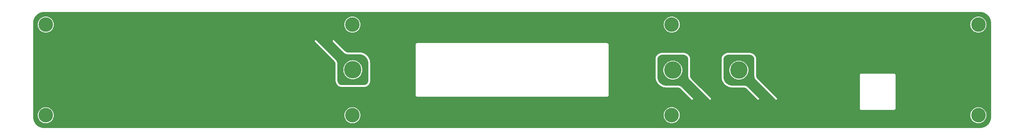
<source format=gbr>
%TF.GenerationSoftware,KiCad,Pcbnew,7.0.2-0*%
%TF.CreationDate,2023-05-18T01:18:18+02:00*%
%TF.ProjectId,LG,4c472e6b-6963-4616-945f-706362585858,rev?*%
%TF.SameCoordinates,PXfd9f08PY7735940*%
%TF.FileFunction,Copper,L2,Bot*%
%TF.FilePolarity,Positive*%
%FSLAX46Y46*%
G04 Gerber Fmt 4.6, Leading zero omitted, Abs format (unit mm)*
G04 Created by KiCad (PCBNEW 7.0.2-0) date 2023-05-18 01:18:18*
%MOMM*%
%LPD*%
G01*
G04 APERTURE LIST*
%TA.AperFunction,SMDPad,CuDef*%
%ADD10C,4.800000*%
%TD*%
%TA.AperFunction,ComponentPad*%
%ADD11C,4.000000*%
%TD*%
G04 APERTURE END LIST*
D10*
%TO.P,REF\u002A\u002A,*%
%TO.N,*%
X194500000Y15950000D03*
%TD*%
%TO.P,REF\u002A\u002A,*%
%TO.N,*%
X176300000Y15950000D03*
%TD*%
D11*
%TO.P,REF\u002A\u002A,*%
%TO.N,*%
X3500000Y28500000D03*
X3500000Y3500000D03*
X88000000Y28500000D03*
X88000000Y3500000D03*
X176000000Y28500000D03*
X176000000Y3528700D03*
X260500000Y28500000D03*
X260500000Y3500000D03*
%TD*%
D10*
%TO.P,REF\u002A\u002A,*%
%TO.N,*%
X88100000Y16050000D03*
%TD*%
%TA.AperFunction,NonConductor*%
G36*
X260999208Y31996835D02*
G01*
X261068780Y31993355D01*
X261304797Y31979891D01*
X261311492Y31979202D01*
X261439020Y31960147D01*
X261440353Y31959933D01*
X261617584Y31929622D01*
X261623093Y31928458D01*
X261757926Y31894510D01*
X261760360Y31893852D01*
X261923722Y31846562D01*
X261928133Y31845132D01*
X262061903Y31797059D01*
X262065271Y31795755D01*
X262220231Y31731302D01*
X262223534Y31729832D01*
X262351954Y31668850D01*
X262356094Y31666721D01*
X262504739Y31584246D01*
X262506934Y31582978D01*
X262625114Y31511868D01*
X262626055Y31511302D01*
X262630836Y31508168D01*
X262777213Y31403902D01*
X262778467Y31402988D01*
X262881780Y31326065D01*
X262886974Y31321816D01*
X263062501Y31164314D01*
X263113283Y31118099D01*
X263118166Y31113220D01*
X263162776Y31064276D01*
X263163883Y31063045D01*
X263322269Y30886752D01*
X263326553Y30881522D01*
X263401872Y30780477D01*
X263402792Y30779215D01*
X263508806Y30630540D01*
X263511949Y30625751D01*
X263582640Y30508355D01*
X263583924Y30506135D01*
X263667469Y30355651D01*
X263669613Y30351483D01*
X263729850Y30224671D01*
X263731333Y30221340D01*
X263796535Y30064584D01*
X263797852Y30061184D01*
X263845320Y29929057D01*
X263846764Y29924598D01*
X263894580Y29759278D01*
X263895260Y29756763D01*
X263928675Y29623880D01*
X263929856Y29618275D01*
X263960553Y29438285D01*
X263960799Y29436741D01*
X263979355Y29312105D01*
X263980045Y29305371D01*
X263993722Y29062650D01*
X263996808Y29000056D01*
X263996898Y28996414D01*
X263996898Y2999298D01*
X263996806Y2995601D01*
X263993335Y2926210D01*
X263979862Y2690016D01*
X263979170Y2683297D01*
X263960157Y2556030D01*
X263959910Y2554490D01*
X263929599Y2377255D01*
X263928418Y2371661D01*
X263894508Y2236982D01*
X263893830Y2234474D01*
X263846541Y2071109D01*
X263845099Y2066659D01*
X263797054Y1932965D01*
X263795740Y1929572D01*
X263731267Y1774563D01*
X263729787Y1771240D01*
X263668854Y1642921D01*
X263666715Y1638760D01*
X263584199Y1490043D01*
X263582898Y1487793D01*
X263511285Y1368779D01*
X263508151Y1363999D01*
X263403852Y1217577D01*
X263402934Y1216317D01*
X263326068Y1113081D01*
X263321791Y1107852D01*
X263164084Y932101D01*
X263124179Y888255D01*
X263118218Y881703D01*
X263118091Y881564D01*
X263113210Y876679D01*
X263063401Y831286D01*
X263025747Y797452D01*
X262887028Y672809D01*
X262881793Y668521D01*
X262778973Y591886D01*
X262777710Y590966D01*
X262630928Y486311D01*
X262626139Y483169D01*
X262507392Y411669D01*
X262505138Y410365D01*
X262356170Y327667D01*
X262352002Y325523D01*
X262223900Y264677D01*
X262220569Y263194D01*
X262065287Y198608D01*
X262061888Y197292D01*
X261928433Y149348D01*
X261923974Y147904D01*
X261760328Y100573D01*
X261757815Y99893D01*
X261623347Y66078D01*
X261617741Y64897D01*
X261440098Y34600D01*
X261438556Y34354D01*
X261311647Y15456D01*
X261304913Y14766D01*
X261068120Y1417D01*
X260999243Y-1980D01*
X260995599Y-2070D01*
X2999289Y-2070D01*
X2995591Y-1978D01*
X2925988Y1505D01*
X2690120Y14956D01*
X2683398Y15648D01*
X2649469Y20718D01*
X2555522Y34756D01*
X2554010Y34998D01*
X2377400Y65205D01*
X2371808Y66386D01*
X2236661Y100414D01*
X2234152Y101093D01*
X2071279Y148243D01*
X2066829Y149684D01*
X1932748Y197869D01*
X1929356Y199184D01*
X1774783Y263477D01*
X1771459Y264956D01*
X1642767Y326067D01*
X1638608Y328206D01*
X1490334Y410475D01*
X1488084Y411775D01*
X1368667Y483629D01*
X1363898Y486756D01*
X1217949Y590717D01*
X1216740Y591598D01*
X1112983Y668852D01*
X1107755Y673129D01*
X933243Y829720D01*
X931522Y831286D01*
X881468Y876839D01*
X876602Y881703D01*
X831279Y931433D01*
X672801Y1107803D01*
X668513Y1113038D01*
X614565Y1185416D01*
X591913Y1215807D01*
X591006Y1217052D01*
X486287Y1363920D01*
X483153Y1368696D01*
X411665Y1487421D01*
X410400Y1489610D01*
X327638Y1638691D01*
X325498Y1642850D01*
X264673Y1770906D01*
X263216Y1774180D01*
X198565Y1929617D01*
X197269Y1932965D01*
X149350Y2066354D01*
X147906Y2070812D01*
X100538Y2234586D01*
X99868Y2237062D01*
X66072Y2371461D01*
X64899Y2377031D01*
X34562Y2554907D01*
X34334Y2556338D01*
X15449Y2683179D01*
X14764Y2689859D01*
X1398Y2927022D01*
X1288Y2929247D01*
X-1980Y2995546D01*
X-2070Y2999188D01*
X-2070Y3500000D01*
X1294778Y3500000D01*
X1313644Y3212161D01*
X1314114Y3209796D01*
X1314115Y3209792D01*
X1356376Y2997331D01*
X1369919Y2929247D01*
X1370693Y2926965D01*
X1370695Y2926960D01*
X1453408Y2683297D01*
X1462641Y2656098D01*
X1463710Y2653930D01*
X1463711Y2653928D01*
X1589150Y2399561D01*
X1589156Y2399551D01*
X1590222Y2397389D01*
X1591566Y2395377D01*
X1591567Y2395376D01*
X1749137Y2159555D01*
X1749141Y2159549D01*
X1750480Y2157546D01*
X1752067Y2155736D01*
X1752072Y2155730D01*
X1776989Y2127318D01*
X1940673Y1940673D01*
X1942493Y1939077D01*
X2155729Y1752073D01*
X2155733Y1752070D01*
X2157546Y1750480D01*
X2159551Y1749141D01*
X2159554Y1749138D01*
X2279293Y1669132D01*
X2397389Y1590222D01*
X2399555Y1589154D01*
X2399560Y1589151D01*
X2409022Y1584485D01*
X2656098Y1462641D01*
X2929247Y1369919D01*
X3212161Y1313644D01*
X3500000Y1294778D01*
X3787839Y1313644D01*
X4070753Y1369919D01*
X4343902Y1462641D01*
X4602611Y1590222D01*
X4842454Y1750480D01*
X5059327Y1940673D01*
X5249520Y2157546D01*
X5409778Y2397389D01*
X5537359Y2656098D01*
X5630081Y2929247D01*
X5686356Y3212161D01*
X5705222Y3500000D01*
X85794778Y3500000D01*
X85813644Y3212161D01*
X85814114Y3209796D01*
X85814115Y3209792D01*
X85856376Y2997331D01*
X85869919Y2929247D01*
X85870693Y2926965D01*
X85870695Y2926960D01*
X85953408Y2683297D01*
X85962641Y2656098D01*
X85963710Y2653930D01*
X85963711Y2653928D01*
X86089150Y2399561D01*
X86089156Y2399551D01*
X86090222Y2397389D01*
X86091566Y2395377D01*
X86091567Y2395376D01*
X86249137Y2159555D01*
X86249141Y2159549D01*
X86250480Y2157546D01*
X86252067Y2155736D01*
X86252072Y2155730D01*
X86276989Y2127318D01*
X86440673Y1940673D01*
X86442493Y1939077D01*
X86655729Y1752073D01*
X86655733Y1752070D01*
X86657546Y1750480D01*
X86659551Y1749141D01*
X86659554Y1749138D01*
X86779293Y1669132D01*
X86897389Y1590222D01*
X86899555Y1589154D01*
X86899560Y1589151D01*
X86909022Y1584485D01*
X87156098Y1462641D01*
X87429247Y1369919D01*
X87712161Y1313644D01*
X88000000Y1294778D01*
X88287839Y1313644D01*
X88570753Y1369919D01*
X88843902Y1462641D01*
X89102611Y1590222D01*
X89342454Y1750480D01*
X89559327Y1940673D01*
X89749520Y2157546D01*
X89909778Y2397389D01*
X90037359Y2656098D01*
X90130081Y2929247D01*
X90186356Y3212161D01*
X90205222Y3500000D01*
X90203341Y3528700D01*
X173794778Y3528700D01*
X173813644Y3240861D01*
X173869919Y2957947D01*
X173870693Y2955665D01*
X173870695Y2955660D01*
X173960923Y2689859D01*
X173962641Y2684798D01*
X173963710Y2682630D01*
X173963711Y2682628D01*
X174089150Y2428261D01*
X174089156Y2428251D01*
X174090222Y2426089D01*
X174091566Y2424077D01*
X174091567Y2424076D01*
X174249137Y2188255D01*
X174249141Y2188249D01*
X174250480Y2186246D01*
X174252067Y2184436D01*
X174252072Y2184430D01*
X174426004Y1986100D01*
X174440673Y1969373D01*
X174442493Y1967777D01*
X174655729Y1780773D01*
X174655733Y1780770D01*
X174657546Y1779180D01*
X174659551Y1777841D01*
X174659554Y1777838D01*
X174702507Y1749138D01*
X174897389Y1618922D01*
X174899555Y1617854D01*
X174899560Y1617851D01*
X174967220Y1584485D01*
X175156098Y1491341D01*
X175429247Y1398619D01*
X175712161Y1342344D01*
X176000000Y1323478D01*
X176287839Y1342344D01*
X176570753Y1398619D01*
X176843902Y1491341D01*
X177102611Y1618922D01*
X177342454Y1779180D01*
X177559327Y1969373D01*
X177749520Y2186246D01*
X177909778Y2426089D01*
X178037359Y2684798D01*
X178130081Y2957947D01*
X178186356Y3240861D01*
X178203341Y3500000D01*
X258294778Y3500000D01*
X258313644Y3212161D01*
X258314114Y3209796D01*
X258314115Y3209792D01*
X258356376Y2997331D01*
X258369919Y2929247D01*
X258370693Y2926965D01*
X258370695Y2926960D01*
X258453408Y2683297D01*
X258462641Y2656098D01*
X258463710Y2653930D01*
X258463711Y2653928D01*
X258589150Y2399561D01*
X258589156Y2399551D01*
X258590222Y2397389D01*
X258591566Y2395377D01*
X258591567Y2395376D01*
X258749137Y2159555D01*
X258749141Y2159549D01*
X258750480Y2157546D01*
X258752067Y2155736D01*
X258752072Y2155730D01*
X258776989Y2127318D01*
X258940673Y1940673D01*
X258942493Y1939077D01*
X259155729Y1752073D01*
X259155733Y1752070D01*
X259157546Y1750480D01*
X259159551Y1749141D01*
X259159554Y1749138D01*
X259279293Y1669132D01*
X259397389Y1590222D01*
X259399555Y1589154D01*
X259399560Y1589151D01*
X259409022Y1584485D01*
X259656098Y1462641D01*
X259929247Y1369919D01*
X260212161Y1313644D01*
X260500000Y1294778D01*
X260787839Y1313644D01*
X261070753Y1369919D01*
X261343902Y1462641D01*
X261602611Y1590222D01*
X261842454Y1750480D01*
X262059327Y1940673D01*
X262249520Y2157546D01*
X262409778Y2397389D01*
X262537359Y2656098D01*
X262630081Y2929247D01*
X262686356Y3212161D01*
X262705222Y3500000D01*
X262686356Y3787839D01*
X262630081Y4070753D01*
X262537359Y4343902D01*
X262409778Y4602611D01*
X262249520Y4842454D01*
X262222757Y4872971D01*
X262060923Y5057507D01*
X262059327Y5059327D01*
X262024780Y5089624D01*
X261844270Y5247928D01*
X261844264Y5247933D01*
X261842454Y5249520D01*
X261840451Y5250859D01*
X261840445Y5250863D01*
X261604624Y5408433D01*
X261604623Y5408434D01*
X261602611Y5409778D01*
X261600449Y5410844D01*
X261600439Y5410850D01*
X261346072Y5536289D01*
X261346070Y5536290D01*
X261343902Y5537359D01*
X261341615Y5538136D01*
X261341611Y5538137D01*
X261073040Y5629305D01*
X261073035Y5629307D01*
X261070753Y5630081D01*
X261047288Y5634749D01*
X260790208Y5685885D01*
X260790204Y5685886D01*
X260787839Y5686356D01*
X260785435Y5686514D01*
X260785432Y5686514D01*
X260502411Y5705064D01*
X260500000Y5705222D01*
X260497589Y5705064D01*
X260214567Y5686514D01*
X260214562Y5686514D01*
X260212161Y5686356D01*
X260209797Y5685886D01*
X260209791Y5685885D01*
X259931619Y5630553D01*
X259931616Y5630553D01*
X259929247Y5630081D01*
X259926968Y5629308D01*
X259926959Y5629305D01*
X259658388Y5538137D01*
X259658379Y5538134D01*
X259656098Y5537359D01*
X259653934Y5536293D01*
X259653927Y5536289D01*
X259399560Y5410850D01*
X259399543Y5410841D01*
X259397389Y5409778D01*
X259395382Y5408438D01*
X259395375Y5408433D01*
X259159554Y5250863D01*
X259159540Y5250853D01*
X259157546Y5249520D01*
X259155742Y5247939D01*
X259155729Y5247928D01*
X258942493Y5060924D01*
X258942485Y5060917D01*
X258940673Y5059327D01*
X258939083Y5057515D01*
X258939076Y5057507D01*
X258752072Y4844271D01*
X258752061Y4844258D01*
X258750480Y4842454D01*
X258749147Y4840460D01*
X258749137Y4840446D01*
X258591567Y4604625D01*
X258591562Y4604618D01*
X258590222Y4602611D01*
X258589159Y4600457D01*
X258589150Y4600440D01*
X258463711Y4346073D01*
X258463707Y4346066D01*
X258462641Y4343902D01*
X258461866Y4341621D01*
X258461863Y4341612D01*
X258370695Y4073041D01*
X258370692Y4073032D01*
X258369919Y4070753D01*
X258369447Y4068384D01*
X258369447Y4068381D01*
X258319353Y3816539D01*
X258313644Y3787839D01*
X258294778Y3500000D01*
X178203341Y3500000D01*
X178205222Y3528700D01*
X178186356Y3816539D01*
X178130081Y4099453D01*
X178037359Y4372602D01*
X177925002Y4600440D01*
X177910849Y4629140D01*
X177910846Y4629145D01*
X177909778Y4631311D01*
X177830868Y4749407D01*
X177750862Y4869146D01*
X177750859Y4869149D01*
X177749520Y4871154D01*
X177634631Y5002159D01*
X177560923Y5086207D01*
X177559327Y5088027D01*
X177557506Y5089624D01*
X177355542Y5266743D01*
X227852004Y5266743D01*
X227852061Y5252702D01*
X227852179Y5252419D01*
X227852221Y5252316D01*
X227862727Y5241864D01*
X227862702Y5241840D01*
X227862864Y5241735D01*
X228091891Y5012792D01*
X228092106Y5012471D01*
X228102310Y5002317D01*
X228102411Y5002276D01*
X228102594Y5002200D01*
X228102695Y5002158D01*
X228102697Y5002159D01*
X228117323Y5002152D01*
X228117569Y5002200D01*
X237382423Y5002200D01*
X237382668Y5002152D01*
X237397294Y5002159D01*
X237397297Y5002158D01*
X237397300Y5002160D01*
X237397303Y5002160D01*
X237410618Y5007569D01*
X237411185Y5007949D01*
X237412219Y5008381D01*
X237412996Y5013467D01*
X237425598Y5030284D01*
X237637089Y5241685D01*
X237637250Y5241789D01*
X237637227Y5241813D01*
X237647782Y5252316D01*
X237647786Y5252317D01*
X237647903Y5252601D01*
X237647903Y5252602D01*
X237647944Y5252700D01*
X237647942Y5252703D01*
X237647906Y5267650D01*
X237647939Y5267651D01*
X237647902Y5267846D01*
X237647902Y14740229D01*
X237647944Y14747300D01*
X237647903Y14747400D01*
X237647786Y14747684D01*
X237637613Y14757890D01*
X237637318Y14758088D01*
X237408234Y14987074D01*
X237408135Y14987227D01*
X237408117Y14987208D01*
X237397680Y14997684D01*
X237397543Y14997740D01*
X237397297Y14997843D01*
X237382628Y14997842D01*
X237382422Y14997800D01*
X228117569Y14997800D01*
X228117418Y14997831D01*
X228102694Y14997843D01*
X228102450Y14997741D01*
X228102312Y14997684D01*
X228092145Y14987540D01*
X228091988Y14987307D01*
X227862627Y14758030D01*
X227862446Y14757909D01*
X227852219Y14747682D01*
X227852062Y14747306D01*
X227852028Y14732995D01*
X227852103Y14732620D01*
X227852103Y5267249D01*
X227852004Y5266743D01*
X177355542Y5266743D01*
X177344270Y5276628D01*
X177344264Y5276633D01*
X177342454Y5278220D01*
X177340451Y5279559D01*
X177340445Y5279563D01*
X177104624Y5437133D01*
X177104623Y5437134D01*
X177102611Y5438478D01*
X177100449Y5439544D01*
X177100439Y5439550D01*
X176846072Y5564989D01*
X176846070Y5564990D01*
X176843902Y5566059D01*
X176841615Y5566836D01*
X176841611Y5566837D01*
X176573040Y5658005D01*
X176573035Y5658007D01*
X176570753Y5658781D01*
X176431330Y5686514D01*
X176290208Y5714585D01*
X176290204Y5714586D01*
X176287839Y5715056D01*
X176285435Y5715214D01*
X176285432Y5715214D01*
X176002411Y5733764D01*
X176000000Y5733922D01*
X175997589Y5733764D01*
X175714567Y5715214D01*
X175714562Y5715214D01*
X175712161Y5715056D01*
X175709797Y5714586D01*
X175709791Y5714585D01*
X175431619Y5659253D01*
X175431616Y5659253D01*
X175429247Y5658781D01*
X175426968Y5658008D01*
X175426959Y5658005D01*
X175158388Y5566837D01*
X175158379Y5566834D01*
X175156098Y5566059D01*
X175153934Y5564993D01*
X175153927Y5564989D01*
X174899560Y5439550D01*
X174899543Y5439541D01*
X174897389Y5438478D01*
X174895382Y5437138D01*
X174895375Y5437133D01*
X174659554Y5279563D01*
X174659540Y5279553D01*
X174657546Y5278220D01*
X174655742Y5276639D01*
X174655729Y5276628D01*
X174442493Y5089624D01*
X174442485Y5089617D01*
X174440673Y5088027D01*
X174439083Y5086215D01*
X174439076Y5086207D01*
X174252072Y4872971D01*
X174252061Y4872958D01*
X174250480Y4871154D01*
X174249147Y4869160D01*
X174249137Y4869146D01*
X174091567Y4633325D01*
X174091562Y4633318D01*
X174090222Y4631311D01*
X174089159Y4629157D01*
X174089150Y4629140D01*
X173963711Y4374773D01*
X173963707Y4374766D01*
X173962641Y4372602D01*
X173961866Y4370321D01*
X173961863Y4370312D01*
X173870695Y4101741D01*
X173870692Y4101732D01*
X173869919Y4099453D01*
X173813644Y3816539D01*
X173794778Y3528700D01*
X90203341Y3528700D01*
X90186356Y3787839D01*
X90130081Y4070753D01*
X90037359Y4343902D01*
X89909778Y4602611D01*
X89749520Y4842454D01*
X89722757Y4872971D01*
X89560923Y5057507D01*
X89559327Y5059327D01*
X89524780Y5089624D01*
X89344270Y5247928D01*
X89344264Y5247933D01*
X89342454Y5249520D01*
X89340451Y5250859D01*
X89340445Y5250863D01*
X89104624Y5408433D01*
X89104623Y5408434D01*
X89102611Y5409778D01*
X89100449Y5410844D01*
X89100439Y5410850D01*
X88846072Y5536289D01*
X88846070Y5536290D01*
X88843902Y5537359D01*
X88841615Y5538136D01*
X88841611Y5538137D01*
X88573040Y5629305D01*
X88573035Y5629307D01*
X88570753Y5630081D01*
X88547288Y5634749D01*
X88290208Y5685885D01*
X88290204Y5685886D01*
X88287839Y5686356D01*
X88285435Y5686514D01*
X88285432Y5686514D01*
X88002411Y5705064D01*
X88000000Y5705222D01*
X87997589Y5705064D01*
X87714567Y5686514D01*
X87714562Y5686514D01*
X87712161Y5686356D01*
X87709797Y5685886D01*
X87709791Y5685885D01*
X87431619Y5630553D01*
X87431616Y5630553D01*
X87429247Y5630081D01*
X87426968Y5629308D01*
X87426959Y5629305D01*
X87158388Y5538137D01*
X87158379Y5538134D01*
X87156098Y5537359D01*
X87153934Y5536293D01*
X87153927Y5536289D01*
X86899560Y5410850D01*
X86899543Y5410841D01*
X86897389Y5409778D01*
X86895382Y5408438D01*
X86895375Y5408433D01*
X86659554Y5250863D01*
X86659540Y5250853D01*
X86657546Y5249520D01*
X86655742Y5247939D01*
X86655729Y5247928D01*
X86442493Y5060924D01*
X86442485Y5060917D01*
X86440673Y5059327D01*
X86439083Y5057515D01*
X86439076Y5057507D01*
X86252072Y4844271D01*
X86252061Y4844258D01*
X86250480Y4842454D01*
X86249147Y4840460D01*
X86249137Y4840446D01*
X86091567Y4604625D01*
X86091562Y4604618D01*
X86090222Y4602611D01*
X86089159Y4600457D01*
X86089150Y4600440D01*
X85963711Y4346073D01*
X85963707Y4346066D01*
X85962641Y4343902D01*
X85961866Y4341621D01*
X85961863Y4341612D01*
X85870695Y4073041D01*
X85870692Y4073032D01*
X85869919Y4070753D01*
X85869447Y4068384D01*
X85869447Y4068381D01*
X85819353Y3816539D01*
X85813644Y3787839D01*
X85794778Y3500000D01*
X5705222Y3500000D01*
X5686356Y3787839D01*
X5630081Y4070753D01*
X5537359Y4343902D01*
X5409778Y4602611D01*
X5249520Y4842454D01*
X5222757Y4872971D01*
X5060923Y5057507D01*
X5059327Y5059327D01*
X5024780Y5089624D01*
X4844270Y5247928D01*
X4844264Y5247933D01*
X4842454Y5249520D01*
X4840451Y5250859D01*
X4840445Y5250863D01*
X4604624Y5408433D01*
X4604623Y5408434D01*
X4602611Y5409778D01*
X4600449Y5410844D01*
X4600439Y5410850D01*
X4346072Y5536289D01*
X4346070Y5536290D01*
X4343902Y5537359D01*
X4341615Y5538136D01*
X4341611Y5538137D01*
X4073040Y5629305D01*
X4073035Y5629307D01*
X4070753Y5630081D01*
X4047288Y5634749D01*
X3790208Y5685885D01*
X3790204Y5685886D01*
X3787839Y5686356D01*
X3785435Y5686514D01*
X3785432Y5686514D01*
X3502411Y5705064D01*
X3500000Y5705222D01*
X3497589Y5705064D01*
X3214567Y5686514D01*
X3214562Y5686514D01*
X3212161Y5686356D01*
X3209797Y5685886D01*
X3209791Y5685885D01*
X2931619Y5630553D01*
X2931616Y5630553D01*
X2929247Y5630081D01*
X2926968Y5629308D01*
X2926959Y5629305D01*
X2658388Y5538137D01*
X2658379Y5538134D01*
X2656098Y5537359D01*
X2653934Y5536293D01*
X2653927Y5536289D01*
X2399560Y5410850D01*
X2399543Y5410841D01*
X2397389Y5409778D01*
X2395382Y5408438D01*
X2395375Y5408433D01*
X2159554Y5250863D01*
X2159540Y5250853D01*
X2157546Y5249520D01*
X2155742Y5247939D01*
X2155729Y5247928D01*
X1942493Y5060924D01*
X1942485Y5060917D01*
X1940673Y5059327D01*
X1939083Y5057515D01*
X1939076Y5057507D01*
X1752072Y4844271D01*
X1752061Y4844258D01*
X1750480Y4842454D01*
X1749147Y4840460D01*
X1749137Y4840446D01*
X1591567Y4604625D01*
X1591562Y4604618D01*
X1590222Y4602611D01*
X1589159Y4600457D01*
X1589150Y4600440D01*
X1463711Y4346073D01*
X1463707Y4346066D01*
X1462641Y4343902D01*
X1461866Y4341621D01*
X1461863Y4341612D01*
X1370695Y4073041D01*
X1370692Y4073032D01*
X1369919Y4070753D01*
X1369447Y4068384D01*
X1369447Y4068381D01*
X1319353Y3816539D01*
X1313644Y3787839D01*
X1294778Y3500000D01*
X-2070Y3500000D01*
X-2070Y9155588D01*
X105403209Y9155588D01*
X105406209Y9133238D01*
X105406866Y9123593D01*
X105407011Y9067833D01*
X105407011Y9067832D01*
X105418280Y9018948D01*
X105417480Y9012457D01*
X105420242Y9005819D01*
X105424028Y8994018D01*
X105432329Y8958010D01*
X105460997Y8898682D01*
X105461710Y8891642D01*
X105464321Y8888244D01*
X105472265Y8875361D01*
X105481363Y8856534D01*
X105530536Y8794933D01*
X105533064Y8787419D01*
X105534896Y8786012D01*
X105547656Y8773488D01*
X105551675Y8768453D01*
X105556706Y8764438D01*
X105569230Y8751680D01*
X105570625Y8749864D01*
X105578153Y8747322D01*
X105639764Y8698152D01*
X105658588Y8689059D01*
X105671473Y8681115D01*
X105674418Y8678853D01*
X105680817Y8678310D01*
X105681907Y8677794D01*
X105741245Y8649129D01*
X105753607Y8646281D01*
X105777270Y8640829D01*
X105789067Y8637046D01*
X105794455Y8634806D01*
X105799638Y8635629D01*
X105802164Y8635093D01*
X105851071Y8623824D01*
X105892701Y8623722D01*
X105892882Y8623685D01*
X105906184Y8623685D01*
X105916053Y8623024D01*
X105935254Y8620441D01*
X105942719Y8623591D01*
X105946444Y8623685D01*
X158047540Y8623685D01*
X158057272Y8620143D01*
X158078599Y8623003D01*
X158088240Y8623660D01*
X158143777Y8623796D01*
X158193194Y8635183D01*
X158199564Y8634399D01*
X158205967Y8637061D01*
X158217759Y8640844D01*
X158253601Y8649102D01*
X158313236Y8677914D01*
X158320203Y8678620D01*
X158323502Y8681153D01*
X158336392Y8689100D01*
X158355081Y8698129D01*
X158416877Y8747454D01*
X158424347Y8749968D01*
X158425707Y8751738D01*
X158438230Y8764498D01*
X158443165Y8768436D01*
X158447097Y8773364D01*
X158459859Y8785890D01*
X158461618Y8787242D01*
X158464146Y8794726D01*
X158513467Y8856524D01*
X158522496Y8875217D01*
X158530441Y8888103D01*
X158532629Y8890953D01*
X158533168Y8897288D01*
X158533601Y8898207D01*
X158562488Y8958006D01*
X158570742Y8993839D01*
X158574526Y9005641D01*
X158576676Y9010813D01*
X158575870Y9015899D01*
X158576402Y9018406D01*
X158587786Y9067829D01*
X158587785Y9067829D01*
X158587787Y9067833D01*
X158587895Y9113219D01*
X158587924Y9113400D01*
X158587924Y9122970D01*
X158588582Y9132817D01*
X158591126Y9151769D01*
X158588018Y9159131D01*
X158587924Y9162863D01*
X158587924Y13939610D01*
X171546437Y13939610D01*
X171546612Y13937826D01*
X171546613Y13937811D01*
X171565955Y13740887D01*
X171566194Y13737771D01*
X171567314Y13717661D01*
X171569228Y13707561D01*
X171574109Y13657866D01*
X171574110Y13657854D01*
X171574287Y13656060D01*
X171574641Y13654280D01*
X171574642Y13654274D01*
X171628202Y13385009D01*
X171629871Y13376621D01*
X171639508Y13344882D01*
X171700366Y13144457D01*
X171712652Y13103997D01*
X171713347Y13102322D01*
X171713348Y13102319D01*
X171821131Y12842506D01*
X171821136Y12842494D01*
X171821827Y12840830D01*
X171837162Y12812197D01*
X171950018Y12601471D01*
X171956340Y12589668D01*
X171957351Y12588158D01*
X171957355Y12588152D01*
X172092321Y12386638D01*
X172114888Y12352943D01*
X172116033Y12351551D01*
X172116041Y12351541D01*
X172147782Y12312973D01*
X172148957Y12309647D01*
X172166995Y12289521D01*
X172169029Y12287154D01*
X172294780Y12134350D01*
X172295935Y12132947D01*
X172368636Y12060462D01*
X172396817Y12032365D01*
X172397853Y12031332D01*
X172446481Y11982531D01*
X172497374Y11931456D01*
X172651512Y11804540D01*
X172653867Y11802515D01*
X172668873Y11789058D01*
X172677358Y11783258D01*
X172715920Y11751506D01*
X172715923Y11751504D01*
X172717326Y11750349D01*
X172954022Y11591750D01*
X172955633Y11590887D01*
X173131877Y11496461D01*
X173205167Y11457195D01*
X173468327Y11347989D01*
X173740950Y11265191D01*
X174020394Y11209603D01*
X174071911Y11204546D01*
X174075100Y11203017D01*
X174102162Y11201510D01*
X174105238Y11201274D01*
X174303950Y11181764D01*
X174444214Y11181831D01*
X174446310Y11181831D01*
X174446409Y11181831D01*
X174446909Y11181831D01*
X177508307Y11181831D01*
X177508475Y11181770D01*
X177536990Y11181827D01*
X177541826Y11181678D01*
X177577360Y11179423D01*
X177674937Y11171947D01*
X177730067Y11167722D01*
X177738732Y11166538D01*
X177812586Y11151951D01*
X177815373Y11151344D01*
X177926007Y11124912D01*
X177932523Y11123034D01*
X178009605Y11096919D01*
X178014096Y11095231D01*
X178114914Y11053496D01*
X178119336Y11051493D01*
X178192311Y11015491D01*
X178198231Y11012224D01*
X178295174Y10952725D01*
X178297604Y10951166D01*
X178360136Y10909301D01*
X178367116Y10904004D01*
X178482923Y10804778D01*
X178485191Y10802783D01*
X178510338Y10780656D01*
X178513699Y10777502D01*
X180671059Y8620143D01*
X181388821Y7902382D01*
X181396244Y7886463D01*
X181415523Y7873632D01*
X181426854Y7864350D01*
X181433733Y7857470D01*
X181433857Y7857387D01*
X181451656Y7839656D01*
X181473740Y7828444D01*
X181483311Y7818210D01*
X181490679Y7816749D01*
X181509785Y7810145D01*
X181522761Y7803557D01*
X181601527Y7791121D01*
X181601527Y7791122D01*
X181601528Y7791121D01*
X181680295Y7803557D01*
X181693276Y7810148D01*
X181712376Y7816749D01*
X181719248Y7818112D01*
X181729313Y7828444D01*
X181751399Y7839656D01*
X181751399Y7839657D01*
X181761836Y7844955D01*
X181762707Y7843239D01*
X181771064Y7855788D01*
X181791659Y7876379D01*
X181804207Y7884731D01*
X181802507Y7885594D01*
X181807803Y7896028D01*
X181807806Y7896030D01*
X181819020Y7918121D01*
X181829253Y7927692D01*
X181830713Y7935053D01*
X181837318Y7954163D01*
X181837324Y7954174D01*
X181843906Y7967139D01*
X181856340Y8045912D01*
X181843899Y8124683D01*
X181843897Y8124687D01*
X181837309Y8137661D01*
X181830703Y8156769D01*
X181829341Y8163635D01*
X181819009Y8173699D01*
X181807792Y8195789D01*
X181807791Y8195791D01*
X181791831Y8211809D01*
X181783015Y8220658D01*
X181773838Y8231880D01*
X181761006Y8251158D01*
X181745046Y8258639D01*
X178890828Y11112857D01*
X178888836Y11117129D01*
X178875031Y11128969D01*
X178870771Y11132923D01*
X178868134Y11135571D01*
X178781277Y11222796D01*
X178629864Y11339373D01*
X178626864Y11341812D01*
X178614983Y11352002D01*
X178606309Y11357508D01*
X178586039Y11373115D01*
X178571149Y11381725D01*
X178374839Y11495243D01*
X178372733Y11496461D01*
X178149451Y11588874D01*
X178147318Y11589757D01*
X178147316Y11589758D01*
X178145061Y11590691D01*
X178142702Y11591320D01*
X178142699Y11591321D01*
X177909330Y11653544D01*
X177909324Y11653546D01*
X177906977Y11654171D01*
X177904574Y11654482D01*
X177904564Y11654484D01*
X177881597Y11657456D01*
X177878269Y11659180D01*
X177855983Y11660876D01*
X177852103Y11661274D01*
X177665023Y11685487D01*
X177665011Y11685488D01*
X177662614Y11685798D01*
X177660193Y11685792D01*
X177660186Y11685792D01*
X177539413Y11685470D01*
X177535660Y11685470D01*
X177530044Y11685683D01*
X177517638Y11686628D01*
X177516103Y11685878D01*
X177508346Y11685470D01*
X174448680Y11685470D01*
X174444135Y11685610D01*
X174344141Y11691763D01*
X174154209Y11704380D01*
X174145710Y11705441D01*
X174011279Y11730200D01*
X173857813Y11760865D01*
X173850249Y11762797D01*
X173715204Y11804990D01*
X173713436Y11805567D01*
X173570870Y11854075D01*
X173564295Y11856669D01*
X173433376Y11915685D01*
X173431021Y11916797D01*
X173297911Y11982531D01*
X173292366Y11985570D01*
X173168605Y12060462D01*
X173165779Y12062261D01*
X173043213Y12144228D01*
X173038695Y12147502D01*
X172924454Y12237059D01*
X172921305Y12239672D01*
X172810782Y12336643D01*
X172807262Y12339940D01*
X172704518Y12442717D01*
X172701217Y12446242D01*
X172604283Y12556791D01*
X172601671Y12559941D01*
X172528505Y12653332D01*
X172512134Y12674228D01*
X172508875Y12678727D01*
X172426936Y12801336D01*
X172425157Y12804133D01*
X172401953Y12842504D01*
X172350295Y12927929D01*
X172347259Y12933472D01*
X172281558Y13066619D01*
X172280447Y13068973D01*
X172221461Y13199934D01*
X172218889Y13206461D01*
X172170398Y13349119D01*
X172169862Y13350763D01*
X172127685Y13485905D01*
X172125766Y13493430D01*
X172095144Y13646924D01*
X172070413Y13781434D01*
X172069365Y13789848D01*
X172057218Y13973147D01*
X172050637Y14080639D01*
X172050500Y14085142D01*
X172050500Y15950000D01*
X173694747Y15950000D01*
X173694882Y15947769D01*
X173713606Y15638210D01*
X173713607Y15638201D01*
X173713742Y15635971D01*
X173714145Y15633768D01*
X173714146Y15633766D01*
X173770046Y15328729D01*
X173770048Y15328721D01*
X173770451Y15326522D01*
X173771117Y15324384D01*
X173771119Y15324377D01*
X173833518Y15124133D01*
X173864046Y15026165D01*
X173864957Y15024141D01*
X173864960Y15024133D01*
X173992247Y14741313D01*
X173992250Y14741306D01*
X173993163Y14739279D01*
X173994318Y14737369D01*
X174141509Y14493884D01*
X174155919Y14470048D01*
X174157289Y14468300D01*
X174157292Y14468295D01*
X174309791Y14273644D01*
X174349940Y14222398D01*
X174572398Y13999940D01*
X174574157Y13998562D01*
X174703445Y13897271D01*
X174820048Y13805919D01*
X175089279Y13643163D01*
X175376165Y13514046D01*
X175676522Y13420451D01*
X175985971Y13363742D01*
X176300000Y13344747D01*
X176614029Y13363742D01*
X176923478Y13420451D01*
X177223835Y13514046D01*
X177510721Y13643163D01*
X177779952Y13805919D01*
X178027602Y13999940D01*
X178250060Y14222398D01*
X178444081Y14470048D01*
X178606837Y14739279D01*
X178735954Y15026165D01*
X178829549Y15326522D01*
X178886258Y15635971D01*
X178905253Y15950000D01*
X178886258Y16264029D01*
X178829549Y16573478D01*
X178735954Y16873835D01*
X178606837Y17160721D01*
X178444081Y17429952D01*
X178391982Y17496451D01*
X178251438Y17675843D01*
X178250060Y17677602D01*
X178027602Y17900060D01*
X178011106Y17912984D01*
X177781705Y18092708D01*
X177781700Y18092711D01*
X177779952Y18094081D01*
X177766144Y18102428D01*
X177614532Y18194081D01*
X177510721Y18256837D01*
X177508694Y18257750D01*
X177508687Y18257753D01*
X177225867Y18385040D01*
X177225859Y18385043D01*
X177223835Y18385954D01*
X177221704Y18386618D01*
X177221699Y18386620D01*
X176925623Y18478881D01*
X176925616Y18478883D01*
X176923478Y18479549D01*
X176921279Y18479952D01*
X176921271Y18479954D01*
X176616234Y18535854D01*
X176616232Y18535855D01*
X176614029Y18536258D01*
X176611799Y18536393D01*
X176611790Y18536394D01*
X176302232Y18555118D01*
X176300000Y18555253D01*
X176297768Y18555118D01*
X175988209Y18536394D01*
X175988198Y18536393D01*
X175985971Y18536258D01*
X175983769Y18535855D01*
X175983765Y18535854D01*
X175678728Y18479954D01*
X175678716Y18479952D01*
X175676522Y18479549D01*
X175674387Y18478884D01*
X175674376Y18478881D01*
X175378300Y18386620D01*
X175378289Y18386617D01*
X175376165Y18385954D01*
X175374145Y18385046D01*
X175374132Y18385040D01*
X175091312Y18257753D01*
X175091298Y18257746D01*
X175089279Y18256837D01*
X175087371Y18255684D01*
X175087368Y18255682D01*
X174821954Y18095234D01*
X174821944Y18095228D01*
X174820048Y18094081D01*
X174818306Y18092717D01*
X174818294Y18092708D01*
X174574157Y17901439D01*
X174574148Y17901432D01*
X174572398Y17900060D01*
X174570825Y17898488D01*
X174570817Y17898480D01*
X174351520Y17679183D01*
X174351512Y17679175D01*
X174349940Y17677602D01*
X174348568Y17675852D01*
X174348561Y17675843D01*
X174157292Y17431706D01*
X174157283Y17431694D01*
X174155919Y17429952D01*
X174154772Y17428056D01*
X174154766Y17428046D01*
X174054770Y17262632D01*
X173993163Y17160721D01*
X173992254Y17158702D01*
X173992247Y17158688D01*
X173864960Y16875868D01*
X173864954Y16875855D01*
X173864046Y16873835D01*
X173863383Y16871711D01*
X173863380Y16871700D01*
X173771119Y16575624D01*
X173771116Y16575613D01*
X173770451Y16573478D01*
X173770048Y16571284D01*
X173770046Y16571272D01*
X173714146Y16266235D01*
X173713742Y16264029D01*
X173713607Y16261802D01*
X173713606Y16261791D01*
X173700931Y16052232D01*
X173694747Y15950000D01*
X172050500Y15950000D01*
X172050500Y18930862D01*
X172050732Y18936719D01*
X172051686Y18948733D01*
X172055005Y18990532D01*
X172067443Y19131515D01*
X172069203Y19142282D01*
X172088804Y19223749D01*
X172089254Y19225517D01*
X172118015Y19332656D01*
X172121120Y19341791D01*
X172155460Y19424627D01*
X172156708Y19427458D01*
X172201140Y19522686D01*
X172205084Y19530026D01*
X172253098Y19608360D01*
X172255512Y19612041D01*
X172314611Y19696441D01*
X172318905Y19701988D01*
X172379095Y19772476D01*
X172382964Y19776663D01*
X172455423Y19849152D01*
X172459614Y19853029D01*
X172530075Y19913246D01*
X172535633Y19917553D01*
X172619995Y19976679D01*
X172623697Y19979108D01*
X172701999Y20027147D01*
X172709322Y20031087D01*
X172804505Y20075548D01*
X172807369Y20076811D01*
X172890212Y20111196D01*
X172899319Y20114295D01*
X173006492Y20143113D01*
X173008150Y20143536D01*
X173089679Y20163188D01*
X173100451Y20164953D01*
X173242208Y20177513D01*
X173295123Y20181737D01*
X173300986Y20181970D01*
X179295184Y20181970D01*
X179301041Y20181738D01*
X179354905Y20177450D01*
X179495879Y20164981D01*
X179506658Y20163217D01*
X179588140Y20143592D01*
X179589832Y20143161D01*
X179697050Y20114352D01*
X179706181Y20111246D01*
X179788965Y20076904D01*
X179791852Y20075632D01*
X179844118Y20051229D01*
X179887083Y20031168D01*
X179894462Y20027199D01*
X179972696Y19979220D01*
X179976444Y19976761D01*
X180059999Y19918221D01*
X180060807Y19917655D01*
X180066414Y19913313D01*
X180066666Y19913098D01*
X180128153Y19860566D01*
X180136821Y19853161D01*
X180141065Y19849236D01*
X180213517Y19776775D01*
X180217448Y19772523D01*
X180277585Y19702116D01*
X180281927Y19696509D01*
X180341039Y19612115D01*
X180343489Y19608379D01*
X180355912Y19588116D01*
X180391453Y19530146D01*
X180395422Y19522765D01*
X180439863Y19427548D01*
X180441162Y19424598D01*
X180475474Y19341858D01*
X180478587Y19332704D01*
X180507360Y19225561D01*
X180507837Y19223686D01*
X180527417Y19142345D01*
X180529185Y19131533D01*
X180541716Y18989563D01*
X180543443Y18967839D01*
X180545907Y18936834D01*
X180546139Y18930996D01*
X180546139Y14505119D01*
X180544519Y14500670D01*
X180545920Y14482208D01*
X180546132Y14476397D01*
X180546121Y14472743D01*
X180545765Y14349522D01*
X180546076Y14347115D01*
X180546077Y14347105D01*
X180570238Y14160241D01*
X180570637Y14156350D01*
X180571831Y14140606D01*
X180574084Y14130495D01*
X180577366Y14105114D01*
X180640871Y13866995D01*
X180641804Y13864741D01*
X180641808Y13864731D01*
X180734236Y13641568D01*
X180735172Y13639309D01*
X180736391Y13637203D01*
X180736395Y13637195D01*
X180816059Y13499565D01*
X180858629Y13426020D01*
X180860122Y13424083D01*
X180860125Y13424079D01*
X180874262Y13405741D01*
X180875406Y13402141D01*
X180890078Y13385056D01*
X180892545Y13382025D01*
X181007606Y13232770D01*
X181007609Y13232767D01*
X181009093Y13230842D01*
X181010814Y13229130D01*
X181010820Y13229124D01*
X181040018Y13200091D01*
X181095935Y13144488D01*
X181095958Y13144466D01*
X181099151Y13141273D01*
X181102955Y13137168D01*
X181111034Y13127761D01*
X181112627Y13127214D01*
X181118442Y13121984D01*
X183123429Y11117129D01*
X186333904Y7906864D01*
X186342184Y7889109D01*
X186365171Y7873640D01*
X186376409Y7864344D01*
X186396346Y7844233D01*
X186453758Y7810901D01*
X186476529Y7804835D01*
X186514688Y7794670D01*
X186523049Y7788833D01*
X186536732Y7791561D01*
X186565467Y7791603D01*
X186577229Y7789293D01*
X186587805Y7794895D01*
X186648335Y7811141D01*
X186705772Y7844333D01*
X186705773Y7844335D01*
X186708050Y7845650D01*
X186714657Y7846818D01*
X186720680Y7855862D01*
X186741136Y7876358D01*
X186752343Y7883854D01*
X186753756Y7888899D01*
X186768590Y7918115D01*
X186778827Y7927690D01*
X186780288Y7935054D01*
X186786892Y7954163D01*
X186793480Y7967138D01*
X186805916Y8045912D01*
X186793473Y8124684D01*
X186789815Y8131887D01*
X186786886Y8137655D01*
X186780279Y8156763D01*
X186778916Y8163632D01*
X186768580Y8173700D01*
X186757361Y8195791D01*
X186739627Y8213589D01*
X186739552Y8213701D01*
X186732652Y8220601D01*
X186723380Y8231918D01*
X186710575Y8251152D01*
X186694621Y8258629D01*
X183940805Y11012266D01*
X181487999Y13464912D01*
X181487914Y13465094D01*
X181454396Y13498518D01*
X181451129Y13501993D01*
X181445108Y13508825D01*
X181427505Y13528801D01*
X181327868Y13644900D01*
X181322560Y13651886D01*
X181286211Y13706129D01*
X181280482Y13714678D01*
X181278928Y13717098D01*
X181219588Y13813711D01*
X181216297Y13819672D01*
X181180190Y13892834D01*
X181178180Y13897271D01*
X181178046Y13897595D01*
X181160655Y13939610D01*
X189757042Y13939610D01*
X189757219Y13937811D01*
X189757219Y13937805D01*
X189776547Y13740899D01*
X189776786Y13737790D01*
X189777906Y13717698D01*
X189779817Y13707594D01*
X189784876Y13656058D01*
X189785231Y13654274D01*
X189785232Y13654268D01*
X189838779Y13385009D01*
X189840449Y13376615D01*
X189840973Y13374889D01*
X189840977Y13374875D01*
X189922692Y13105736D01*
X189922695Y13105726D01*
X189923223Y13103989D01*
X189923916Y13102319D01*
X189923921Y13102305D01*
X190031697Y12842504D01*
X190032396Y12840820D01*
X190166909Y12589657D01*
X190167924Y12588141D01*
X190167925Y12588140D01*
X190179875Y12570299D01*
X190325461Y12352934D01*
X190345933Y12328060D01*
X190358364Y12312955D01*
X190359539Y12309627D01*
X190377607Y12289471D01*
X190379638Y12287107D01*
X190506516Y12132944D01*
X190507799Y12131665D01*
X190507812Y12131651D01*
X190598735Y12041007D01*
X190607341Y12032426D01*
X190636117Y12003569D01*
X190706670Y11932763D01*
X190706676Y11932757D01*
X190707966Y11931463D01*
X190862108Y11804543D01*
X190864461Y11802520D01*
X190879455Y11789074D01*
X190887939Y11783274D01*
X190927917Y11750356D01*
X191164612Y11591756D01*
X191415756Y11457200D01*
X191678915Y11347993D01*
X191951537Y11265194D01*
X192230980Y11209605D01*
X192282498Y11204547D01*
X192285688Y11203018D01*
X192312741Y11201511D01*
X192315842Y11201274D01*
X192514535Y11181765D01*
X192654767Y11181831D01*
X192656895Y11181831D01*
X192656994Y11181831D01*
X192657494Y11181831D01*
X195718892Y11181831D01*
X195719060Y11181770D01*
X195747577Y11181827D01*
X195752412Y11181678D01*
X195787792Y11179433D01*
X195825367Y11176553D01*
X195940755Y11167706D01*
X195949377Y11166529D01*
X196022959Y11151996D01*
X196025648Y11151409D01*
X196136709Y11124878D01*
X196143233Y11122997D01*
X196220016Y11096984D01*
X196224517Y11095293D01*
X196325695Y11053410D01*
X196330061Y11051431D01*
X196402772Y11015560D01*
X196408740Y11012266D01*
X196505960Y10952599D01*
X196508419Y10951022D01*
X196570656Y10909356D01*
X196577629Y10904064D01*
X196630363Y10858882D01*
X196694118Y10804255D01*
X196720764Y10780810D01*
X196724197Y10777589D01*
X198881644Y8620143D01*
X199599415Y7902373D01*
X199606836Y7886459D01*
X199626111Y7873630D01*
X199637437Y7864352D01*
X199640002Y7861787D01*
X199640114Y7861699D01*
X199658643Y7843242D01*
X199662243Y7839656D01*
X199684331Y7828442D01*
X199693902Y7818208D01*
X199701265Y7816748D01*
X199720367Y7810147D01*
X199733346Y7803557D01*
X199812113Y7791121D01*
X199812114Y7791122D01*
X199812116Y7791121D01*
X199845870Y7796451D01*
X199890880Y7803557D01*
X199903861Y7810148D01*
X199922962Y7816749D01*
X199929832Y7818112D01*
X199939898Y7828444D01*
X199961984Y7839656D01*
X199961984Y7839657D01*
X199972422Y7844955D01*
X199973291Y7843242D01*
X199981646Y7855788D01*
X200002240Y7876377D01*
X200014790Y7884731D01*
X200013091Y7885593D01*
X200021610Y7902373D01*
X200029607Y7918124D01*
X200039844Y7927699D01*
X200041304Y7935061D01*
X200047906Y7954168D01*
X200054492Y7967139D01*
X200066927Y8045912D01*
X200054485Y8124683D01*
X200047898Y8137654D01*
X200041292Y8156762D01*
X200039929Y8163630D01*
X200029595Y8173697D01*
X200018376Y8195789D01*
X199996336Y8217910D01*
X199996252Y8218017D01*
X199993667Y8220602D01*
X199984394Y8231921D01*
X199971590Y8251154D01*
X199955639Y8258631D01*
X197101913Y11112357D01*
X197099866Y11116746D01*
X197085730Y11128871D01*
X197081472Y11132823D01*
X197042512Y11171947D01*
X196991869Y11222804D01*
X196840479Y11339361D01*
X196837454Y11341820D01*
X196825578Y11352007D01*
X196816895Y11357520D01*
X196798570Y11371628D01*
X196798565Y11371631D01*
X196796629Y11373122D01*
X196583322Y11496466D01*
X196471588Y11542711D01*
X196357906Y11589762D01*
X196357904Y11589763D01*
X196355649Y11590696D01*
X196353295Y11591324D01*
X196353288Y11591326D01*
X196119916Y11653547D01*
X196119910Y11653549D01*
X196117563Y11654174D01*
X196115160Y11654485D01*
X196115150Y11654487D01*
X196092183Y11657459D01*
X196088857Y11659181D01*
X196066580Y11660877D01*
X196062701Y11661275D01*
X195875610Y11685488D01*
X195875594Y11685489D01*
X195873199Y11685799D01*
X195870777Y11685793D01*
X195870770Y11685793D01*
X195749998Y11685470D01*
X195746255Y11685470D01*
X195740639Y11685683D01*
X195728222Y11686629D01*
X195726686Y11685878D01*
X195718927Y11685470D01*
X192659288Y11685470D01*
X192654742Y11685610D01*
X192636209Y11686752D01*
X192553575Y11691844D01*
X192364922Y11704382D01*
X192356422Y11705444D01*
X192220906Y11730412D01*
X192068566Y11760863D01*
X192061003Y11762795D01*
X191925222Y11805225D01*
X191923453Y11805803D01*
X191781643Y11854063D01*
X191775070Y11856656D01*
X191643586Y11915933D01*
X191641231Y11917045D01*
X191508698Y11982502D01*
X191503154Y11985541D01*
X191378952Y12060704D01*
X191376127Y12062502D01*
X191254013Y12144169D01*
X191249495Y12147444D01*
X191134867Y12237309D01*
X191131718Y12239922D01*
X191021612Y12336531D01*
X191018083Y12339837D01*
X190915012Y12442938D01*
X190911706Y12446469D01*
X190815095Y12556650D01*
X190812484Y12559799D01*
X190812373Y12559941D01*
X190722671Y12674436D01*
X190719414Y12678933D01*
X190637770Y12801095D01*
X190635974Y12803919D01*
X190630954Y12812220D01*
X190560844Y12928154D01*
X190557830Y12933655D01*
X190492376Y13066289D01*
X190491313Y13068541D01*
X190432055Y13200094D01*
X190429469Y13206654D01*
X190381240Y13348521D01*
X190380671Y13350266D01*
X190380496Y13350826D01*
X190338286Y13486052D01*
X190336357Y13493617D01*
X190334685Y13501993D01*
X190305968Y13645889D01*
X190281017Y13781548D01*
X190279963Y13789994D01*
X190268016Y13970060D01*
X190263248Y14047830D01*
X190261224Y14080870D01*
X190261085Y14085397D01*
X190261085Y15950000D01*
X191894747Y15950000D01*
X191894882Y15947769D01*
X191913606Y15638210D01*
X191913607Y15638201D01*
X191913742Y15635971D01*
X191914145Y15633768D01*
X191914146Y15633766D01*
X191970046Y15328729D01*
X191970048Y15328721D01*
X191970451Y15326522D01*
X191971117Y15324384D01*
X191971119Y15324377D01*
X192033518Y15124133D01*
X192064046Y15026165D01*
X192064957Y15024141D01*
X192064960Y15024133D01*
X192192247Y14741313D01*
X192192250Y14741306D01*
X192193163Y14739279D01*
X192194318Y14737369D01*
X192341509Y14493884D01*
X192355919Y14470048D01*
X192357289Y14468300D01*
X192357292Y14468295D01*
X192509791Y14273644D01*
X192549940Y14222398D01*
X192772398Y13999940D01*
X192774157Y13998562D01*
X192903445Y13897271D01*
X193020048Y13805919D01*
X193289279Y13643163D01*
X193576165Y13514046D01*
X193876522Y13420451D01*
X194185971Y13363742D01*
X194500000Y13344747D01*
X194814029Y13363742D01*
X195123478Y13420451D01*
X195423835Y13514046D01*
X195710721Y13643163D01*
X195979952Y13805919D01*
X196227602Y13999940D01*
X196450060Y14222398D01*
X196644081Y14470048D01*
X196806837Y14739279D01*
X196935954Y15026165D01*
X197029549Y15326522D01*
X197086258Y15635971D01*
X197105253Y15950000D01*
X197086258Y16264029D01*
X197029549Y16573478D01*
X196935954Y16873835D01*
X196806837Y17160721D01*
X196644081Y17429952D01*
X196591982Y17496451D01*
X196451438Y17675843D01*
X196450060Y17677602D01*
X196227602Y17900060D01*
X196211106Y17912984D01*
X195981705Y18092708D01*
X195981700Y18092711D01*
X195979952Y18094081D01*
X195966144Y18102428D01*
X195814532Y18194081D01*
X195710721Y18256837D01*
X195708694Y18257750D01*
X195708687Y18257753D01*
X195425867Y18385040D01*
X195425859Y18385043D01*
X195423835Y18385954D01*
X195421704Y18386618D01*
X195421699Y18386620D01*
X195125623Y18478881D01*
X195125616Y18478883D01*
X195123478Y18479549D01*
X195121279Y18479952D01*
X195121271Y18479954D01*
X194816234Y18535854D01*
X194816232Y18535855D01*
X194814029Y18536258D01*
X194811799Y18536393D01*
X194811790Y18536394D01*
X194502232Y18555118D01*
X194500000Y18555253D01*
X194497768Y18555118D01*
X194188209Y18536394D01*
X194188198Y18536393D01*
X194185971Y18536258D01*
X194183769Y18535855D01*
X194183765Y18535854D01*
X193878728Y18479954D01*
X193878716Y18479952D01*
X193876522Y18479549D01*
X193874387Y18478884D01*
X193874376Y18478881D01*
X193578300Y18386620D01*
X193578289Y18386617D01*
X193576165Y18385954D01*
X193574145Y18385046D01*
X193574132Y18385040D01*
X193291312Y18257753D01*
X193291298Y18257746D01*
X193289279Y18256837D01*
X193287371Y18255684D01*
X193287368Y18255682D01*
X193021954Y18095234D01*
X193021944Y18095228D01*
X193020048Y18094081D01*
X193018306Y18092717D01*
X193018294Y18092708D01*
X192774157Y17901439D01*
X192774148Y17901432D01*
X192772398Y17900060D01*
X192770825Y17898488D01*
X192770817Y17898480D01*
X192551520Y17679183D01*
X192551512Y17679175D01*
X192549940Y17677602D01*
X192548568Y17675852D01*
X192548561Y17675843D01*
X192357292Y17431706D01*
X192357283Y17431694D01*
X192355919Y17429952D01*
X192354772Y17428056D01*
X192354766Y17428046D01*
X192254770Y17262632D01*
X192193163Y17160721D01*
X192192254Y17158702D01*
X192192247Y17158688D01*
X192064960Y16875868D01*
X192064954Y16875855D01*
X192064046Y16873835D01*
X192063383Y16871711D01*
X192063380Y16871700D01*
X191971119Y16575624D01*
X191971116Y16575613D01*
X191970451Y16573478D01*
X191970048Y16571284D01*
X191970046Y16571272D01*
X191914146Y16266235D01*
X191913742Y16264029D01*
X191913607Y16261802D01*
X191913606Y16261791D01*
X191900931Y16052232D01*
X191894747Y15950000D01*
X190261085Y15950000D01*
X190261085Y18930867D01*
X190261318Y18936729D01*
X190262272Y18948733D01*
X190265565Y18990168D01*
X190278063Y19131604D01*
X190279821Y19142353D01*
X190299295Y19223273D01*
X190299719Y19224938D01*
X190328667Y19332753D01*
X190331766Y19341869D01*
X190365941Y19424297D01*
X190367196Y19427146D01*
X190411829Y19522794D01*
X190415765Y19530118D01*
X190463572Y19608112D01*
X190465990Y19611800D01*
X190525337Y19696553D01*
X190529609Y19702070D01*
X190589582Y19772305D01*
X190593470Y19776511D01*
X190666167Y19849240D01*
X190670389Y19853145D01*
X190740565Y19913120D01*
X190746116Y19917422D01*
X190830827Y19976795D01*
X190834498Y19979205D01*
X190912471Y20027045D01*
X190919836Y20031007D01*
X190920181Y20031168D01*
X191015446Y20075673D01*
X191018300Y20076931D01*
X191100700Y20111136D01*
X191109816Y20114240D01*
X191217624Y20143236D01*
X191219281Y20143658D01*
X191300166Y20163161D01*
X191310936Y20164928D01*
X191454441Y20177656D01*
X191501348Y20181404D01*
X191505497Y20181735D01*
X191511387Y20181970D01*
X197505767Y20181970D01*
X197511633Y20181738D01*
X197568169Y20177237D01*
X197705941Y20165105D01*
X197716731Y20163341D01*
X197801872Y20142835D01*
X197803509Y20142418D01*
X197907032Y20114602D01*
X197916160Y20111497D01*
X198001300Y20076176D01*
X198004234Y20074883D01*
X198097013Y20031563D01*
X198104392Y20027595D01*
X198184443Y19978499D01*
X198188198Y19976034D01*
X198207301Y19962650D01*
X198270711Y19918221D01*
X198276313Y19913882D01*
X198348226Y19852439D01*
X198352443Y19848539D01*
X198418114Y19782855D01*
X198423367Y19777601D01*
X198427306Y19773340D01*
X198428219Y19772271D01*
X198488136Y19702116D01*
X198488708Y19701447D01*
X198493051Y19695839D01*
X198550847Y19613315D01*
X198553323Y19609539D01*
X198602390Y19529499D01*
X198606357Y19522121D01*
X198616470Y19500451D01*
X198649654Y19429343D01*
X198650953Y19426392D01*
X198686252Y19341258D01*
X198689364Y19332103D01*
X198717127Y19228695D01*
X198717604Y19226820D01*
X198738065Y19141791D01*
X198739833Y19130979D01*
X198751456Y18999190D01*
X198752152Y18990429D01*
X198756492Y18935774D01*
X198756724Y18929939D01*
X198756724Y14503176D01*
X198755226Y14499062D01*
X198756512Y14482114D01*
X198756724Y14476516D01*
X198756724Y14469474D01*
X198756612Y14431734D01*
X198756368Y14349522D01*
X198756678Y14347116D01*
X198756679Y14347115D01*
X198780829Y14160219D01*
X198781227Y14156334D01*
X198782422Y14140583D01*
X198784669Y14130501D01*
X198786471Y14116559D01*
X198787950Y14105111D01*
X198788578Y14102755D01*
X198788579Y14102751D01*
X198844553Y13892825D01*
X198851443Y13866987D01*
X198852373Y13864740D01*
X198852376Y13864733D01*
X198944139Y13643163D01*
X198945740Y13639298D01*
X198946959Y13637192D01*
X198946964Y13637182D01*
X199047360Y13463742D01*
X199069201Y13426010D01*
X199070688Y13424081D01*
X199070699Y13424065D01*
X199084830Y13405737D01*
X199085976Y13402131D01*
X199100681Y13385009D01*
X199103148Y13381978D01*
X199127165Y13350826D01*
X199219673Y13230837D01*
X199306542Y13144466D01*
X199306552Y13144457D01*
X199309733Y13141277D01*
X199313545Y13137165D01*
X199321672Y13127703D01*
X199323277Y13127151D01*
X199329080Y13121931D01*
X201334014Y11117129D01*
X204544595Y7906758D01*
X204552855Y7889047D01*
X204575806Y7873604D01*
X204587053Y7864302D01*
X204606939Y7844239D01*
X204664347Y7810906D01*
X204725171Y7794699D01*
X204733579Y7788830D01*
X204747323Y7791566D01*
X204776043Y7791603D01*
X204787833Y7789287D01*
X204798390Y7794878D01*
X204858929Y7811118D01*
X204916363Y7844323D01*
X204916364Y7844325D01*
X204918647Y7845644D01*
X204925234Y7846810D01*
X204931269Y7855871D01*
X204951707Y7876353D01*
X204962941Y7883871D01*
X204964356Y7888928D01*
X204967963Y7896030D01*
X204979185Y7918133D01*
X204989419Y7927704D01*
X204990879Y7935062D01*
X204997483Y7954169D01*
X205004068Y7967137D01*
X205016505Y8045912D01*
X205004061Y8124685D01*
X204997473Y8137657D01*
X204990868Y8156762D01*
X204989506Y8163627D01*
X204979170Y8173694D01*
X204967948Y8195790D01*
X204967946Y8195792D01*
X204967945Y8195794D01*
X204950213Y8213589D01*
X204950141Y8213697D01*
X204943234Y8220604D01*
X204933964Y8231919D01*
X204921159Y8251151D01*
X204905208Y8258627D01*
X199698584Y13464912D01*
X199698499Y13465094D01*
X199664981Y13498518D01*
X199661709Y13501999D01*
X199637910Y13529011D01*
X199538556Y13644779D01*
X199533250Y13651762D01*
X199490795Y13715126D01*
X199489217Y13717585D01*
X199430314Y13813497D01*
X199427015Y13819471D01*
X199405852Y13862358D01*
X199390655Y13893157D01*
X199388644Y13897595D01*
X199385675Y13904767D01*
X199347295Y13997495D01*
X199345579Y14002062D01*
X199336418Y14029118D01*
X199319221Y14079905D01*
X199317347Y14086417D01*
X199291220Y14195963D01*
X199290619Y14198723D01*
X199275852Y14273663D01*
X199274674Y14282326D01*
X199263326Y14431688D01*
X199260861Y14470997D01*
X199260720Y14475829D01*
X199260793Y14493884D01*
X199260708Y14494185D01*
X199260708Y16675624D01*
X199260708Y18902690D01*
X199260769Y18902859D01*
X199260769Y18902967D01*
X199260824Y18903123D01*
X199260797Y18926583D01*
X199260891Y18926845D01*
X199260794Y18929274D01*
X199260788Y18933978D01*
X199260640Y19059055D01*
X199260218Y19061966D01*
X199237895Y19216043D01*
X199237363Y19220783D01*
X199234909Y19251608D01*
X199233699Y19253134D01*
X199230670Y19265908D01*
X199224719Y19306985D01*
X199224718Y19306986D01*
X199224718Y19306991D01*
X199168796Y19496836D01*
X199168776Y19496904D01*
X199167825Y19500459D01*
X199164814Y19512948D01*
X199161875Y19520333D01*
X199159175Y19529499D01*
X199153933Y19547295D01*
X199049719Y19775109D01*
X199002092Y19849152D01*
X198914194Y19985800D01*
X198914193Y19985801D01*
X198914192Y19985803D01*
X198750103Y20175102D01*
X198750100Y20175104D01*
X198750099Y20175106D01*
X198560782Y20339164D01*
X198460073Y20403923D01*
X198350066Y20474661D01*
X198122237Y20578842D01*
X198095270Y20586781D01*
X198092936Y20588503D01*
X198075405Y20592726D01*
X198071851Y20593676D01*
X197882029Y20649560D01*
X197881914Y20649594D01*
X197840822Y20655541D01*
X197834074Y20659165D01*
X197795710Y20662224D01*
X197790993Y20662753D01*
X197740803Y20670018D01*
X197633982Y20685478D01*
X197508821Y20685610D01*
X197508723Y20685610D01*
X197478966Y20685670D01*
X197477614Y20685610D01*
X191539851Y20685610D01*
X191539682Y20685672D01*
X191508741Y20685610D01*
X191494333Y20685610D01*
X191494097Y20685564D01*
X191383799Y20685447D01*
X191383496Y20685446D01*
X191350570Y20680680D01*
X191226495Y20662720D01*
X191221787Y20662192D01*
X191190984Y20659732D01*
X191189494Y20658548D01*
X191176685Y20655511D01*
X191135591Y20649562D01*
X190945712Y20593653D01*
X190942147Y20592700D01*
X190929644Y20589687D01*
X190922244Y20586743D01*
X190895295Y20578808D01*
X190667491Y20474622D01*
X190456812Y20339124D01*
X190361333Y20256367D01*
X190276653Y20182970D01*
X190267522Y20175056D01*
X190103471Y19985754D01*
X189967987Y19775062D01*
X189863824Y19547259D01*
X189855889Y19520301D01*
X189854165Y19517964D01*
X189849932Y19500389D01*
X189848978Y19496822D01*
X189793089Y19306955D01*
X189787145Y19265871D01*
X189783520Y19259121D01*
X189780462Y19220739D01*
X189779934Y19216022D01*
X189757222Y19059040D01*
X189757101Y18933895D01*
X189757101Y14068768D01*
X189757042Y13941424D01*
X189757042Y13941407D01*
X189757042Y13939610D01*
X181160655Y13939610D01*
X181136557Y13997826D01*
X181134857Y14002350D01*
X181108683Y14079653D01*
X181106801Y14086191D01*
X181080493Y14196504D01*
X181079892Y14199262D01*
X181065273Y14273462D01*
X181064093Y14282137D01*
X181052612Y14433359D01*
X181050273Y14470681D01*
X181050134Y14475495D01*
X181050208Y14493884D01*
X181050123Y14494185D01*
X181050123Y18902687D01*
X181050184Y18902856D01*
X181050123Y18933797D01*
X181050123Y18948472D01*
X181050070Y18948731D01*
X181049940Y19059050D01*
X181049940Y19059054D01*
X181027187Y19216102D01*
X181026658Y19220811D01*
X181024196Y19251578D01*
X181023014Y19253067D01*
X181019976Y19265875D01*
X181014023Y19306964D01*
X181014017Y19306985D01*
X180958076Y19496906D01*
X180957128Y19500451D01*
X180954119Y19512934D01*
X180951181Y19520316D01*
X180951176Y19520333D01*
X180943242Y19547270D01*
X180839037Y19775076D01*
X180839036Y19775077D01*
X180839035Y19775080D01*
X180703525Y19985761D01*
X180625626Y20075632D01*
X180539443Y20175061D01*
X180384657Y20309205D01*
X180350132Y20339126D01*
X180139434Y20474624D01*
X179911621Y20578812D01*
X179884660Y20586751D01*
X179882328Y20588471D01*
X179864796Y20592696D01*
X179861232Y20593649D01*
X179711333Y20637788D01*
X179671314Y20649572D01*
X179671312Y20649573D01*
X179671310Y20649573D01*
X179630224Y20655522D01*
X179623478Y20659145D01*
X179585126Y20662206D01*
X179580410Y20662735D01*
X179423394Y20685470D01*
X179298236Y20685610D01*
X179298138Y20685610D01*
X179268381Y20685670D01*
X179267029Y20685610D01*
X173329266Y20685610D01*
X173329097Y20685672D01*
X173298156Y20685610D01*
X173283814Y20685610D01*
X173283501Y20685549D01*
X173173769Y20685434D01*
X173172911Y20685433D01*
X173166908Y20684564D01*
X173015893Y20662705D01*
X173011188Y20662177D01*
X172980386Y20659716D01*
X172978894Y20658531D01*
X172966096Y20655497D01*
X172925000Y20649548D01*
X172735153Y20593650D01*
X172731586Y20592696D01*
X172719057Y20589678D01*
X172711665Y20586735D01*
X172684746Y20578808D01*
X172684705Y20578796D01*
X172456909Y20474616D01*
X172246224Y20339114D01*
X172056940Y20175053D01*
X171892886Y19985750D01*
X171757403Y19775059D01*
X171653239Y19547256D01*
X171645304Y19520299D01*
X171643582Y19517965D01*
X171639351Y19500400D01*
X171638397Y19496836D01*
X171582504Y19306954D01*
X171576560Y19265870D01*
X171572935Y19259120D01*
X171569877Y19220738D01*
X171569349Y19216020D01*
X171546637Y19059039D01*
X171546516Y18933895D01*
X171546516Y14112750D01*
X171546501Y14112712D01*
X171546506Y14112711D01*
X171546437Y13941422D01*
X171546437Y13941408D01*
X171546437Y13939610D01*
X158587924Y13939610D01*
X158587924Y22863577D01*
X158591538Y22873507D01*
X158588619Y22895262D01*
X158587963Y22904898D01*
X158587821Y22960537D01*
X158576480Y23009743D01*
X158577270Y23016162D01*
X158574568Y23022659D01*
X158570784Y23034454D01*
X158562509Y23070360D01*
X158533752Y23129876D01*
X158533043Y23136872D01*
X158530478Y23140211D01*
X158522535Y23153091D01*
X158513478Y23171837D01*
X158464217Y23233551D01*
X158461697Y23241043D01*
X158459899Y23242423D01*
X158447141Y23254944D01*
X158443170Y23259919D01*
X158443168Y23259920D01*
X158443168Y23259921D01*
X158438199Y23263886D01*
X158425673Y23276646D01*
X158424301Y23278432D01*
X158416798Y23280966D01*
X158355083Y23330220D01*
X158336336Y23339276D01*
X158323449Y23347221D01*
X158320550Y23349448D01*
X158314182Y23349989D01*
X158313108Y23350497D01*
X158253601Y23379244D01*
X158217703Y23387514D01*
X158205902Y23391298D01*
X158200627Y23393492D01*
X158195491Y23392677D01*
X158192985Y23393209D01*
X158143777Y23404546D01*
X158088488Y23404683D01*
X158078816Y23405342D01*
X158059724Y23407908D01*
X158052313Y23404779D01*
X158048588Y23404685D01*
X105944281Y23404685D01*
X105935361Y23407932D01*
X105916051Y23405342D01*
X105906215Y23404685D01*
X105893339Y23404685D01*
X105893007Y23404621D01*
X105851283Y23404517D01*
X105851076Y23404516D01*
X105800664Y23392900D01*
X105794520Y23393658D01*
X105788548Y23391173D01*
X105776750Y23387390D01*
X105741259Y23379212D01*
X105681077Y23350139D01*
X105674236Y23349447D01*
X105671108Y23347043D01*
X105658224Y23339099D01*
X105639785Y23330192D01*
X105577655Y23280605D01*
X105570261Y23278118D01*
X105568969Y23276435D01*
X105556450Y23263681D01*
X105551707Y23259896D01*
X105547917Y23255147D01*
X105535162Y23242629D01*
X105533494Y23241349D01*
X105530994Y23233946D01*
X105481402Y23171816D01*
X105472495Y23153382D01*
X105464553Y23140501D01*
X105462491Y23137818D01*
X105461963Y23131603D01*
X105461453Y23130525D01*
X105432376Y23070345D01*
X105424197Y23034855D01*
X105420414Y23023056D01*
X105418446Y23018327D01*
X105419219Y23013457D01*
X105418686Y23010944D01*
X105407068Y22960534D01*
X105406926Y22905221D01*
X105406271Y22895589D01*
X105403785Y22877031D01*
X105406829Y22869826D01*
X105406924Y22866081D01*
X105406924Y9165793D01*
X105403209Y9155588D01*
X-2070Y9155588D01*
X-2070Y23949176D01*
X77617100Y23949176D01*
X77629569Y23870380D01*
X77636225Y23857296D01*
X77642849Y23838165D01*
X77644236Y23831181D01*
X77654677Y23821023D01*
X77665740Y23799276D01*
X77685390Y23779591D01*
X77685431Y23779534D01*
X77690499Y23774466D01*
X77699755Y23763172D01*
X77712674Y23743783D01*
X77728677Y23736289D01*
X78601418Y22863577D01*
X82886253Y18578881D01*
X82959704Y18505433D01*
X82959820Y18505259D01*
X82968712Y18496417D01*
X82972016Y18492909D01*
X82995413Y18466384D01*
X83095448Y18349909D01*
X83100761Y18342922D01*
X83142453Y18280754D01*
X83144037Y18278288D01*
X83203795Y18181068D01*
X83207103Y18175083D01*
X83242981Y18102428D01*
X83244998Y18097979D01*
X83286878Y17996860D01*
X83288598Y17992286D01*
X83314597Y17915537D01*
X83316489Y17908966D01*
X83342963Y17797987D01*
X83343587Y17795122D01*
X83358057Y17721686D01*
X83359242Y17712966D01*
X83370972Y17558016D01*
X83373035Y17525045D01*
X83373178Y17520141D01*
X83373072Y17493709D01*
X83373186Y17491104D01*
X83373186Y13091925D01*
X83373150Y13091827D01*
X83373232Y13004281D01*
X83373296Y12936024D01*
X83395921Y12779591D01*
X83396019Y12778918D01*
X83396547Y12774200D01*
X83398996Y12743443D01*
X83400179Y12741953D01*
X83403220Y12729129D01*
X83409157Y12688079D01*
X83465086Y12498053D01*
X83466040Y12494486D01*
X83469047Y12481999D01*
X83471972Y12474657D01*
X83479892Y12447749D01*
X83576224Y12237059D01*
X83584065Y12219911D01*
X83719560Y12009191D01*
X83719562Y12009189D01*
X83883626Y11819867D01*
X83987077Y11730200D01*
X84072937Y11655780D01*
X84283645Y11520264D01*
X84511473Y11416070D01*
X84538381Y11408148D01*
X84540711Y11406430D01*
X84558211Y11402213D01*
X84561779Y11401259D01*
X84751797Y11345313D01*
X84789294Y11339886D01*
X84792838Y11339373D01*
X84799578Y11335754D01*
X84837903Y11332697D01*
X84842620Y11332168D01*
X84999738Y11309428D01*
X85110217Y11309315D01*
X85110298Y11309299D01*
X85124901Y11309299D01*
X85124999Y11309299D01*
X85125499Y11309299D01*
X91093870Y11309299D01*
X91094038Y11309238D01*
X91124479Y11309299D01*
X91124479Y11309298D01*
X91124909Y11309299D01*
X91124980Y11309299D01*
X91139829Y11309299D01*
X91140077Y11309351D01*
X91250227Y11309471D01*
X91406679Y11332127D01*
X91411397Y11332656D01*
X91442459Y11335135D01*
X91443980Y11336342D01*
X91456803Y11339385D01*
X91482674Y11343131D01*
X91498140Y11345370D01*
X91560378Y11363700D01*
X91687364Y11401099D01*
X91690912Y11402048D01*
X91703704Y11405131D01*
X91711197Y11408117D01*
X91738433Y11416138D01*
X91966229Y11520340D01*
X92176903Y11655859D01*
X92366179Y11819945D01*
X92530212Y12009265D01*
X92665673Y12219977D01*
X92727144Y12354457D01*
X92769811Y12447799D01*
X92776887Y12471851D01*
X92777821Y12475026D01*
X92779575Y12477405D01*
X92783883Y12495302D01*
X92784837Y12498870D01*
X92815039Y12601528D01*
X92840514Y12688115D01*
X92846486Y12729439D01*
X92850138Y12736244D01*
X92853205Y12774863D01*
X92853734Y12779591D01*
X92862352Y12839218D01*
X92876344Y12936037D01*
X92876434Y13046495D01*
X92876448Y13046563D01*
X92876448Y17927564D01*
X92876422Y17927687D01*
X92876510Y18055297D01*
X92857125Y18253182D01*
X92856889Y18256262D01*
X92855755Y18276692D01*
X92853816Y18286963D01*
X92853633Y18288831D01*
X92848733Y18338852D01*
X92793204Y18618301D01*
X92785398Y18644020D01*
X92710988Y18889201D01*
X92710987Y18889202D01*
X92710462Y18890934D01*
X92610903Y19130979D01*
X92602006Y19152430D01*
X92602005Y19152431D01*
X92601310Y19154108D01*
X92466806Y19405273D01*
X92308254Y19641993D01*
X92307098Y19643397D01*
X92307088Y19643411D01*
X92275129Y19682239D01*
X92273929Y19685635D01*
X92255525Y19706160D01*
X92253485Y19708534D01*
X92139435Y19847095D01*
X92127190Y19861972D01*
X92026602Y19962241D01*
X91927051Y20062179D01*
X91927050Y20062180D01*
X91925761Y20063474D01*
X91771699Y20190363D01*
X91769338Y20192393D01*
X91754322Y20205864D01*
X91745767Y20211721D01*
X91718674Y20234035D01*
X91705830Y20244614D01*
X91704320Y20245626D01*
X91704312Y20245632D01*
X91513191Y20373718D01*
X91469144Y20403238D01*
X91467548Y20404094D01*
X91467540Y20404098D01*
X91219607Y20536947D01*
X91219606Y20536948D01*
X91218002Y20537807D01*
X91216334Y20538500D01*
X91216326Y20538503D01*
X90956509Y20646322D01*
X90956501Y20646325D01*
X90954838Y20647015D01*
X90953109Y20647540D01*
X90953098Y20647544D01*
X90740068Y20712232D01*
X90682207Y20729802D01*
X90637869Y20738618D01*
X90404536Y20785012D01*
X90404525Y20785014D01*
X90402753Y20785366D01*
X90400948Y20785543D01*
X90351246Y20790416D01*
X90348048Y20791948D01*
X90320927Y20793455D01*
X90317813Y20793694D01*
X90121002Y20812990D01*
X90120986Y20812991D01*
X90119189Y20813167D01*
X90117368Y20813166D01*
X90117366Y20813166D01*
X89976829Y20813078D01*
X86914827Y20813078D01*
X86914658Y20813140D01*
X86886130Y20813083D01*
X86881295Y20813232D01*
X86845929Y20815477D01*
X86692991Y20827207D01*
X86684312Y20828393D01*
X86610838Y20842907D01*
X86607983Y20843530D01*
X86514523Y20865859D01*
X86497041Y20870036D01*
X86490497Y20871922D01*
X86461682Y20881685D01*
X86413728Y20897933D01*
X86409170Y20899646D01*
X86308078Y20941497D01*
X86303642Y20943507D01*
X86230954Y20979369D01*
X86224986Y20982664D01*
X86127779Y21042326D01*
X86125319Y21043903D01*
X86063059Y21085587D01*
X86056087Y21090878D01*
X85941030Y21189437D01*
X85912611Y21214444D01*
X85909181Y21217668D01*
X85900525Y21226348D01*
X85900435Y21226409D01*
X83034991Y24092023D01*
X83034820Y24092390D01*
X83034513Y24092695D01*
X83027112Y24108473D01*
X83007614Y24121449D01*
X82996283Y24130732D01*
X82991325Y24135691D01*
X82991199Y24135782D01*
X82987694Y24139273D01*
X82971480Y24155425D01*
X82971479Y24155426D01*
X82949393Y24166639D01*
X82939820Y24176875D01*
X82932451Y24178336D01*
X82913346Y24184939D01*
X82900374Y24191525D01*
X82821608Y24203961D01*
X82742841Y24191524D01*
X82729870Y24184939D01*
X82710766Y24178336D01*
X82703893Y24176974D01*
X82693824Y24166638D01*
X82661305Y24150128D01*
X82660439Y24151833D01*
X82652067Y24139273D01*
X82631495Y24118716D01*
X82618938Y24110359D01*
X82620589Y24109519D01*
X82604223Y24077330D01*
X82593888Y24067677D01*
X82592402Y24060188D01*
X82585784Y24041061D01*
X82579129Y24027972D01*
X82566679Y23949177D01*
X82579145Y23870380D01*
X82585804Y23857289D01*
X82592426Y23838165D01*
X82593814Y23831180D01*
X82604249Y23821027D01*
X82613748Y23802352D01*
X82615313Y23799276D01*
X82634957Y23779594D01*
X82635003Y23779530D01*
X82640063Y23774470D01*
X82649323Y23763171D01*
X82662226Y23743802D01*
X82678218Y23736312D01*
X85534928Y20879434D01*
X85536647Y20875747D01*
X85548191Y20865859D01*
X85552368Y20861993D01*
X85555008Y20859353D01*
X85555009Y20859353D01*
X85565576Y20848785D01*
X85565563Y20848773D01*
X85565679Y20848698D01*
X85622257Y20791948D01*
X85641934Y20772212D01*
X85643852Y20770737D01*
X85643853Y20770736D01*
X85793066Y20655972D01*
X85796091Y20653516D01*
X85808043Y20643278D01*
X85816701Y20637794D01*
X85837220Y20622012D01*
X86050531Y20498746D01*
X86052787Y20497813D01*
X86052788Y20497812D01*
X86108845Y20474616D01*
X86278178Y20404547D01*
X86516220Y20341044D01*
X86541854Y20337718D01*
X86545198Y20335985D01*
X86567598Y20334273D01*
X86571449Y20333877D01*
X86760537Y20309338D01*
X86883720Y20309611D01*
X86887447Y20309611D01*
X86893086Y20309396D01*
X86905126Y20308476D01*
X86906622Y20309205D01*
X86914360Y20309611D01*
X89974435Y20309611D01*
X89978983Y20309472D01*
X90076035Y20303493D01*
X90269344Y20290609D01*
X90277830Y20289548D01*
X90408723Y20265433D01*
X90565810Y20234035D01*
X90573337Y20232112D01*
X90700448Y20192393D01*
X90706103Y20190626D01*
X90707867Y20190051D01*
X90852801Y20140730D01*
X90859330Y20138154D01*
X90988550Y20079899D01*
X90990873Y20078802D01*
X91125774Y20012178D01*
X91131318Y20009139D01*
X91169965Y19985752D01*
X91253695Y19935082D01*
X91256476Y19933312D01*
X91377363Y19852467D01*
X91380500Y19850369D01*
X91385000Y19847108D01*
X91498078Y19758461D01*
X91501209Y19755863D01*
X91612970Y19657805D01*
X91616464Y19654531D01*
X91710787Y19560182D01*
X91718175Y19552791D01*
X91721480Y19549261D01*
X91738242Y19530145D01*
X91819510Y19437466D01*
X91822100Y19434342D01*
X91843685Y19406791D01*
X91910683Y19321275D01*
X91913956Y19316757D01*
X91996856Y19192720D01*
X91998653Y19189895D01*
X92072664Y19067512D01*
X92075702Y19061966D01*
X92142265Y18927086D01*
X92143376Y18924731D01*
X92201583Y18795517D01*
X92204175Y18788943D01*
X92253444Y18644020D01*
X92254021Y18642251D01*
X92295461Y18509495D01*
X92297391Y18501928D01*
X92328748Y18344811D01*
X92352819Y18213940D01*
X92353876Y18205462D01*
X92366568Y18014354D01*
X92372670Y17914808D01*
X92372809Y17910281D01*
X92372808Y13064222D01*
X92372575Y13058358D01*
X92368276Y13004281D01*
X92355862Y12863657D01*
X92354094Y12852848D01*
X92334394Y12771009D01*
X92333917Y12769134D01*
X92305284Y12662516D01*
X92302172Y12653363D01*
X92267727Y12570299D01*
X92266426Y12567347D01*
X92222156Y12472500D01*
X92218188Y12465119D01*
X92170084Y12386659D01*
X92167609Y12382885D01*
X92108698Y12298775D01*
X92104355Y12293167D01*
X92044057Y12222571D01*
X92040118Y12218310D01*
X91967898Y12146080D01*
X91963637Y12142140D01*
X91893062Y12081842D01*
X91887455Y12077499D01*
X91803350Y12018572D01*
X91799576Y12016096D01*
X91721123Y11967981D01*
X91713742Y11964011D01*
X91618889Y11919723D01*
X91615939Y11918423D01*
X91532895Y11883970D01*
X91523742Y11880856D01*
X91417140Y11852210D01*
X91415265Y11851733D01*
X91333423Y11832020D01*
X91322608Y11830249D01*
X91181107Y11817744D01*
X91155877Y11815734D01*
X91128022Y11813516D01*
X91122171Y11813283D01*
X85127957Y11813283D01*
X85122083Y11813517D01*
X85067910Y11817831D01*
X84927341Y11830257D01*
X84916535Y11832026D01*
X84897103Y11836706D01*
X84834732Y11851726D01*
X84832858Y11852203D01*
X84726190Y11880861D01*
X84717038Y11883974D01*
X84634021Y11918408D01*
X84631071Y11919707D01*
X84536160Y11964013D01*
X84528780Y11967982D01*
X84450329Y12016086D01*
X84446555Y12018562D01*
X84362436Y12077487D01*
X84356830Y12081828D01*
X84298484Y12131665D01*
X84286234Y12142128D01*
X84281978Y12146063D01*
X84280539Y12147502D01*
X84209721Y12218312D01*
X84205798Y12222557D01*
X84145482Y12293155D01*
X84141156Y12298738D01*
X84082208Y12382872D01*
X84079752Y12386615D01*
X84031618Y12465096D01*
X84027654Y12472467D01*
X83983340Y12567367D01*
X83982040Y12570317D01*
X83977184Y12582020D01*
X83947597Y12653332D01*
X83944483Y12662482D01*
X83937594Y12688113D01*
X83915799Y12769200D01*
X83915346Y12770981D01*
X83895619Y12852861D01*
X83893853Y12863630D01*
X83881670Y13000999D01*
X83877058Y13058853D01*
X83876825Y13064708D01*
X83876825Y16050000D01*
X85494747Y16050000D01*
X85494882Y16047769D01*
X85513606Y15738210D01*
X85513607Y15738201D01*
X85513742Y15735971D01*
X85514145Y15733768D01*
X85514146Y15733766D01*
X85570046Y15428729D01*
X85570048Y15428721D01*
X85570451Y15426522D01*
X85571117Y15424384D01*
X85571119Y15424377D01*
X85663380Y15128301D01*
X85664046Y15126165D01*
X85664957Y15124141D01*
X85664960Y15124133D01*
X85792247Y14841313D01*
X85792250Y14841306D01*
X85793163Y14839279D01*
X85955919Y14570048D01*
X85957289Y14568300D01*
X85957292Y14568295D01*
X86130583Y14347105D01*
X86149940Y14322398D01*
X86372398Y14099940D01*
X86374157Y14098562D01*
X86580249Y13937099D01*
X86620048Y13905919D01*
X86889279Y13743163D01*
X86891311Y13742249D01*
X86891312Y13742248D01*
X86945860Y13717698D01*
X87176165Y13614046D01*
X87476522Y13520451D01*
X87785971Y13463742D01*
X88100000Y13444747D01*
X88414029Y13463742D01*
X88723478Y13520451D01*
X89023835Y13614046D01*
X89310721Y13743163D01*
X89579952Y13905919D01*
X89827602Y14099940D01*
X90050060Y14322398D01*
X90244081Y14570048D01*
X90406837Y14839279D01*
X90535954Y15126165D01*
X90629549Y15426522D01*
X90686258Y15735971D01*
X90705253Y16050000D01*
X90686258Y16364029D01*
X90629549Y16673478D01*
X90535954Y16973835D01*
X90406837Y17260721D01*
X90244081Y17529952D01*
X90050060Y17777602D01*
X89827602Y18000060D01*
X89765307Y18048865D01*
X89581705Y18192708D01*
X89581700Y18192711D01*
X89579952Y18194081D01*
X89567512Y18201601D01*
X89440657Y18278288D01*
X89310721Y18356837D01*
X89308694Y18357750D01*
X89308687Y18357753D01*
X89025867Y18485040D01*
X89025859Y18485043D01*
X89023835Y18485954D01*
X89021704Y18486618D01*
X89021699Y18486620D01*
X88725623Y18578881D01*
X88725616Y18578883D01*
X88723478Y18579549D01*
X88721279Y18579952D01*
X88721271Y18579954D01*
X88416234Y18635854D01*
X88416232Y18635855D01*
X88414029Y18636258D01*
X88411799Y18636393D01*
X88411790Y18636394D01*
X88102232Y18655118D01*
X88100000Y18655253D01*
X88097768Y18655118D01*
X87788209Y18636394D01*
X87788198Y18636393D01*
X87785971Y18636258D01*
X87783769Y18635855D01*
X87783765Y18635854D01*
X87478728Y18579954D01*
X87478716Y18579952D01*
X87476522Y18579549D01*
X87474387Y18578884D01*
X87474376Y18578881D01*
X87178300Y18486620D01*
X87178289Y18486617D01*
X87176165Y18485954D01*
X87174145Y18485046D01*
X87174132Y18485040D01*
X86891312Y18357753D01*
X86891298Y18357746D01*
X86889279Y18356837D01*
X86887371Y18355684D01*
X86887368Y18355682D01*
X86621954Y18195234D01*
X86621944Y18195228D01*
X86620048Y18194081D01*
X86618306Y18192717D01*
X86618294Y18192708D01*
X86374157Y18001439D01*
X86374148Y18001432D01*
X86372398Y18000060D01*
X86370825Y17998488D01*
X86370817Y17998480D01*
X86151520Y17779183D01*
X86151512Y17779175D01*
X86149940Y17777602D01*
X86148568Y17775852D01*
X86148561Y17775843D01*
X85957292Y17531706D01*
X85957283Y17531694D01*
X85955919Y17529952D01*
X85954772Y17528056D01*
X85954766Y17528046D01*
X85794318Y17262632D01*
X85793163Y17260721D01*
X85792254Y17258702D01*
X85792247Y17258688D01*
X85664960Y16975868D01*
X85664954Y16975855D01*
X85664046Y16973835D01*
X85663383Y16971711D01*
X85663380Y16971700D01*
X85571119Y16675624D01*
X85571116Y16675613D01*
X85570451Y16673478D01*
X85570048Y16671284D01*
X85570046Y16671272D01*
X85514146Y16366235D01*
X85513742Y16364029D01*
X85513607Y16361802D01*
X85513606Y16361791D01*
X85494882Y16052232D01*
X85494747Y16050000D01*
X83876825Y16050000D01*
X83876825Y17492431D01*
X83878288Y17496451D01*
X83877040Y17512796D01*
X83876825Y17518431D01*
X83876825Y17529173D01*
X83877099Y17642942D01*
X83877105Y17645369D01*
X83852563Y17834648D01*
X83852166Y17838515D01*
X83850972Y17854148D01*
X83848731Y17864206D01*
X83845422Y17889728D01*
X83781901Y18127805D01*
X83687644Y18355469D01*
X83564286Y18568772D01*
X83555677Y18579954D01*
X83548595Y18589153D01*
X83547458Y18592737D01*
X83532857Y18609762D01*
X83530394Y18612792D01*
X83527528Y18616514D01*
X83413966Y18764014D01*
X83326739Y18850879D01*
X83326739Y18850880D01*
X83324049Y18853570D01*
X83320214Y18857710D01*
X83312243Y18867005D01*
X83310630Y18867560D01*
X83304884Y18872734D01*
X83288416Y18889201D01*
X78083690Y24093758D01*
X78076080Y24110079D01*
X78058503Y24121354D01*
X78046134Y24131313D01*
X78042351Y24135096D01*
X78040863Y24136088D01*
X78021399Y24154515D01*
X78021398Y24154516D01*
X77999917Y24165060D01*
X77990112Y24175265D01*
X77981774Y24176869D01*
X77963153Y24183106D01*
X77950315Y24189408D01*
X77872041Y24201406D01*
X77793764Y24189408D01*
X77780929Y24183107D01*
X77762308Y24176870D01*
X77754399Y24175348D01*
X77744170Y24165064D01*
X77712585Y24149559D01*
X77711217Y24152346D01*
X77702859Y24139810D01*
X77681246Y24118576D01*
X77668853Y24110626D01*
X77671019Y24109525D01*
X77654652Y24077335D01*
X77644313Y24067678D01*
X77642827Y24060188D01*
X77636208Y24041061D01*
X77629554Y24027975D01*
X77617100Y23949176D01*
X-2070Y23949176D01*
X-2070Y28500000D01*
X1294778Y28500000D01*
X1313644Y28212161D01*
X1369919Y27929247D01*
X1462641Y27656098D01*
X1463710Y27653930D01*
X1463711Y27653928D01*
X1589150Y27399561D01*
X1589156Y27399551D01*
X1590222Y27397389D01*
X1591566Y27395377D01*
X1591567Y27395376D01*
X1749137Y27159555D01*
X1749141Y27159549D01*
X1750480Y27157546D01*
X1752067Y27155736D01*
X1752072Y27155730D01*
X1939076Y26942494D01*
X1940673Y26940673D01*
X1942493Y26939077D01*
X2155729Y26752073D01*
X2155733Y26752070D01*
X2157546Y26750480D01*
X2397389Y26590222D01*
X2399555Y26589154D01*
X2399560Y26589151D01*
X2526743Y26526432D01*
X2656098Y26462641D01*
X2929247Y26369919D01*
X3212161Y26313644D01*
X3500000Y26294778D01*
X3787839Y26313644D01*
X4070753Y26369919D01*
X4343902Y26462641D01*
X4602611Y26590222D01*
X4842454Y26750480D01*
X5059327Y26940673D01*
X5249520Y27157546D01*
X5409778Y27397389D01*
X5537359Y27656098D01*
X5630081Y27929247D01*
X5686356Y28212161D01*
X5705222Y28500000D01*
X85794778Y28500000D01*
X85813644Y28212161D01*
X85869919Y27929247D01*
X85962641Y27656098D01*
X85963710Y27653930D01*
X85963711Y27653928D01*
X86089150Y27399561D01*
X86089156Y27399551D01*
X86090222Y27397389D01*
X86091566Y27395377D01*
X86091567Y27395376D01*
X86249137Y27159555D01*
X86249141Y27159549D01*
X86250480Y27157546D01*
X86252067Y27155736D01*
X86252072Y27155730D01*
X86439076Y26942494D01*
X86440673Y26940673D01*
X86442493Y26939077D01*
X86655729Y26752073D01*
X86655733Y26752070D01*
X86657546Y26750480D01*
X86897389Y26590222D01*
X86899555Y26589154D01*
X86899560Y26589151D01*
X87026743Y26526432D01*
X87156098Y26462641D01*
X87429247Y26369919D01*
X87712161Y26313644D01*
X88000000Y26294778D01*
X88287839Y26313644D01*
X88570753Y26369919D01*
X88843902Y26462641D01*
X89102611Y26590222D01*
X89342454Y26750480D01*
X89559327Y26940673D01*
X89749520Y27157546D01*
X89909778Y27397389D01*
X90037359Y27656098D01*
X90130081Y27929247D01*
X90186356Y28212161D01*
X90205222Y28500000D01*
X173794778Y28500000D01*
X173813644Y28212161D01*
X173869919Y27929247D01*
X173962641Y27656098D01*
X173963710Y27653930D01*
X173963711Y27653928D01*
X174089150Y27399561D01*
X174089156Y27399551D01*
X174090222Y27397389D01*
X174091566Y27395377D01*
X174091567Y27395376D01*
X174249137Y27159555D01*
X174249141Y27159549D01*
X174250480Y27157546D01*
X174252067Y27155736D01*
X174252072Y27155730D01*
X174439076Y26942494D01*
X174440673Y26940673D01*
X174442493Y26939077D01*
X174655729Y26752073D01*
X174655733Y26752070D01*
X174657546Y26750480D01*
X174897389Y26590222D01*
X174899555Y26589154D01*
X174899560Y26589151D01*
X175026743Y26526432D01*
X175156098Y26462641D01*
X175429247Y26369919D01*
X175712161Y26313644D01*
X176000000Y26294778D01*
X176287839Y26313644D01*
X176570753Y26369919D01*
X176843902Y26462641D01*
X177102611Y26590222D01*
X177342454Y26750480D01*
X177559327Y26940673D01*
X177749520Y27157546D01*
X177909778Y27397389D01*
X178037359Y27656098D01*
X178130081Y27929247D01*
X178186356Y28212161D01*
X178205222Y28500000D01*
X258294778Y28500000D01*
X258313644Y28212161D01*
X258369919Y27929247D01*
X258462641Y27656098D01*
X258463710Y27653930D01*
X258463711Y27653928D01*
X258589150Y27399561D01*
X258589156Y27399551D01*
X258590222Y27397389D01*
X258591566Y27395377D01*
X258591567Y27395376D01*
X258749137Y27159555D01*
X258749141Y27159549D01*
X258750480Y27157546D01*
X258752067Y27155736D01*
X258752072Y27155730D01*
X258939076Y26942494D01*
X258940673Y26940673D01*
X258942493Y26939077D01*
X259155729Y26752073D01*
X259155733Y26752070D01*
X259157546Y26750480D01*
X259397389Y26590222D01*
X259399555Y26589154D01*
X259399560Y26589151D01*
X259526743Y26526432D01*
X259656098Y26462641D01*
X259929247Y26369919D01*
X260212161Y26313644D01*
X260500000Y26294778D01*
X260787839Y26313644D01*
X261070753Y26369919D01*
X261343902Y26462641D01*
X261602611Y26590222D01*
X261842454Y26750480D01*
X262059327Y26940673D01*
X262249520Y27157546D01*
X262409778Y27397389D01*
X262537359Y27656098D01*
X262630081Y27929247D01*
X262686356Y28212161D01*
X262705222Y28500000D01*
X262686356Y28787839D01*
X262630081Y29070753D01*
X262537359Y29343902D01*
X262473568Y29473257D01*
X262410849Y29600440D01*
X262410846Y29600445D01*
X262409778Y29602611D01*
X262306091Y29757790D01*
X262250862Y29840446D01*
X262250859Y29840449D01*
X262249520Y29842454D01*
X262227525Y29867534D01*
X262060923Y30057507D01*
X262059327Y30059327D01*
X262057210Y30061184D01*
X261844270Y30247928D01*
X261844264Y30247933D01*
X261842454Y30249520D01*
X261840451Y30250859D01*
X261840445Y30250863D01*
X261604624Y30408433D01*
X261604623Y30408434D01*
X261602611Y30409778D01*
X261600449Y30410844D01*
X261600439Y30410850D01*
X261346072Y30536289D01*
X261346070Y30536290D01*
X261343902Y30537359D01*
X261341615Y30538136D01*
X261341611Y30538137D01*
X261073040Y30629305D01*
X261073035Y30629307D01*
X261070753Y30630081D01*
X261047288Y30634749D01*
X260790208Y30685885D01*
X260790204Y30685886D01*
X260787839Y30686356D01*
X260785435Y30686514D01*
X260785432Y30686514D01*
X260502411Y30705064D01*
X260500000Y30705222D01*
X260497589Y30705064D01*
X260214567Y30686514D01*
X260214562Y30686514D01*
X260212161Y30686356D01*
X260209797Y30685886D01*
X260209791Y30685885D01*
X259931619Y30630553D01*
X259931616Y30630553D01*
X259929247Y30630081D01*
X259926968Y30629308D01*
X259926959Y30629305D01*
X259658388Y30538137D01*
X259658379Y30538134D01*
X259656098Y30537359D01*
X259653934Y30536293D01*
X259653927Y30536289D01*
X259399560Y30410850D01*
X259399543Y30410841D01*
X259397389Y30409778D01*
X259395382Y30408438D01*
X259395375Y30408433D01*
X259159554Y30250863D01*
X259159540Y30250853D01*
X259157546Y30249520D01*
X259155742Y30247939D01*
X259155729Y30247928D01*
X258942493Y30060924D01*
X258942485Y30060917D01*
X258940673Y30059327D01*
X258939083Y30057515D01*
X258939076Y30057507D01*
X258752072Y29844271D01*
X258752061Y29844258D01*
X258750480Y29842454D01*
X258749147Y29840460D01*
X258749137Y29840446D01*
X258591567Y29604625D01*
X258591562Y29604618D01*
X258590222Y29602611D01*
X258589159Y29600457D01*
X258589150Y29600440D01*
X258463711Y29346073D01*
X258463707Y29346066D01*
X258462641Y29343902D01*
X258461866Y29341621D01*
X258461863Y29341612D01*
X258370695Y29073041D01*
X258370692Y29073032D01*
X258369919Y29070753D01*
X258369447Y29068384D01*
X258369447Y29068381D01*
X258355354Y28997528D01*
X258313644Y28787839D01*
X258294778Y28500000D01*
X178205222Y28500000D01*
X178186356Y28787839D01*
X178130081Y29070753D01*
X178037359Y29343902D01*
X177973568Y29473257D01*
X177910849Y29600440D01*
X177910846Y29600445D01*
X177909778Y29602611D01*
X177806091Y29757790D01*
X177750862Y29840446D01*
X177750859Y29840449D01*
X177749520Y29842454D01*
X177727525Y29867534D01*
X177560923Y30057507D01*
X177559327Y30059327D01*
X177557210Y30061184D01*
X177344270Y30247928D01*
X177344264Y30247933D01*
X177342454Y30249520D01*
X177340451Y30250859D01*
X177340445Y30250863D01*
X177104624Y30408433D01*
X177104623Y30408434D01*
X177102611Y30409778D01*
X177100449Y30410844D01*
X177100439Y30410850D01*
X176846072Y30536289D01*
X176846070Y30536290D01*
X176843902Y30537359D01*
X176841615Y30538136D01*
X176841611Y30538137D01*
X176573040Y30629305D01*
X176573035Y30629307D01*
X176570753Y30630081D01*
X176547288Y30634749D01*
X176290208Y30685885D01*
X176290204Y30685886D01*
X176287839Y30686356D01*
X176285435Y30686514D01*
X176285432Y30686514D01*
X176002411Y30705064D01*
X176000000Y30705222D01*
X175997589Y30705064D01*
X175714567Y30686514D01*
X175714562Y30686514D01*
X175712161Y30686356D01*
X175709797Y30685886D01*
X175709791Y30685885D01*
X175431619Y30630553D01*
X175431616Y30630553D01*
X175429247Y30630081D01*
X175426968Y30629308D01*
X175426959Y30629305D01*
X175158388Y30538137D01*
X175158379Y30538134D01*
X175156098Y30537359D01*
X175153934Y30536293D01*
X175153927Y30536289D01*
X174899560Y30410850D01*
X174899543Y30410841D01*
X174897389Y30409778D01*
X174895382Y30408438D01*
X174895375Y30408433D01*
X174659554Y30250863D01*
X174659540Y30250853D01*
X174657546Y30249520D01*
X174655742Y30247939D01*
X174655729Y30247928D01*
X174442493Y30060924D01*
X174442485Y30060917D01*
X174440673Y30059327D01*
X174439083Y30057515D01*
X174439076Y30057507D01*
X174252072Y29844271D01*
X174252061Y29844258D01*
X174250480Y29842454D01*
X174249147Y29840460D01*
X174249137Y29840446D01*
X174091567Y29604625D01*
X174091562Y29604618D01*
X174090222Y29602611D01*
X174089159Y29600457D01*
X174089150Y29600440D01*
X173963711Y29346073D01*
X173963707Y29346066D01*
X173962641Y29343902D01*
X173961866Y29341621D01*
X173961863Y29341612D01*
X173870695Y29073041D01*
X173870692Y29073032D01*
X173869919Y29070753D01*
X173869447Y29068384D01*
X173869447Y29068381D01*
X173855354Y28997528D01*
X173813644Y28787839D01*
X173794778Y28500000D01*
X90205222Y28500000D01*
X90186356Y28787839D01*
X90130081Y29070753D01*
X90037359Y29343902D01*
X89973568Y29473257D01*
X89910849Y29600440D01*
X89910846Y29600445D01*
X89909778Y29602611D01*
X89806091Y29757790D01*
X89750862Y29840446D01*
X89750859Y29840449D01*
X89749520Y29842454D01*
X89727525Y29867534D01*
X89560923Y30057507D01*
X89559327Y30059327D01*
X89557210Y30061184D01*
X89344270Y30247928D01*
X89344264Y30247933D01*
X89342454Y30249520D01*
X89340451Y30250859D01*
X89340445Y30250863D01*
X89104624Y30408433D01*
X89104623Y30408434D01*
X89102611Y30409778D01*
X89100449Y30410844D01*
X89100439Y30410850D01*
X88846072Y30536289D01*
X88846070Y30536290D01*
X88843902Y30537359D01*
X88841615Y30538136D01*
X88841611Y30538137D01*
X88573040Y30629305D01*
X88573035Y30629307D01*
X88570753Y30630081D01*
X88547288Y30634749D01*
X88290208Y30685885D01*
X88290204Y30685886D01*
X88287839Y30686356D01*
X88285435Y30686514D01*
X88285432Y30686514D01*
X88002411Y30705064D01*
X88000000Y30705222D01*
X87997589Y30705064D01*
X87714567Y30686514D01*
X87714562Y30686514D01*
X87712161Y30686356D01*
X87709797Y30685886D01*
X87709791Y30685885D01*
X87431619Y30630553D01*
X87431616Y30630553D01*
X87429247Y30630081D01*
X87426968Y30629308D01*
X87426959Y30629305D01*
X87158388Y30538137D01*
X87158379Y30538134D01*
X87156098Y30537359D01*
X87153934Y30536293D01*
X87153927Y30536289D01*
X86899560Y30410850D01*
X86899543Y30410841D01*
X86897389Y30409778D01*
X86895382Y30408438D01*
X86895375Y30408433D01*
X86659554Y30250863D01*
X86659540Y30250853D01*
X86657546Y30249520D01*
X86655742Y30247939D01*
X86655729Y30247928D01*
X86442493Y30060924D01*
X86442485Y30060917D01*
X86440673Y30059327D01*
X86439083Y30057515D01*
X86439076Y30057507D01*
X86252072Y29844271D01*
X86252061Y29844258D01*
X86250480Y29842454D01*
X86249147Y29840460D01*
X86249137Y29840446D01*
X86091567Y29604625D01*
X86091562Y29604618D01*
X86090222Y29602611D01*
X86089159Y29600457D01*
X86089150Y29600440D01*
X85963711Y29346073D01*
X85963707Y29346066D01*
X85962641Y29343902D01*
X85961866Y29341621D01*
X85961863Y29341612D01*
X85870695Y29073041D01*
X85870692Y29073032D01*
X85869919Y29070753D01*
X85869447Y29068384D01*
X85869447Y29068381D01*
X85855354Y28997528D01*
X85813644Y28787839D01*
X85794778Y28500000D01*
X5705222Y28500000D01*
X5686356Y28787839D01*
X5630081Y29070753D01*
X5537359Y29343902D01*
X5473568Y29473257D01*
X5410849Y29600440D01*
X5410846Y29600445D01*
X5409778Y29602611D01*
X5306091Y29757790D01*
X5250862Y29840446D01*
X5250859Y29840449D01*
X5249520Y29842454D01*
X5227525Y29867534D01*
X5060923Y30057507D01*
X5059327Y30059327D01*
X5057210Y30061184D01*
X4844270Y30247928D01*
X4844264Y30247933D01*
X4842454Y30249520D01*
X4840451Y30250859D01*
X4840445Y30250863D01*
X4604624Y30408433D01*
X4604623Y30408434D01*
X4602611Y30409778D01*
X4600449Y30410844D01*
X4600439Y30410850D01*
X4346072Y30536289D01*
X4346070Y30536290D01*
X4343902Y30537359D01*
X4341615Y30538136D01*
X4341611Y30538137D01*
X4073040Y30629305D01*
X4073035Y30629307D01*
X4070753Y30630081D01*
X4047288Y30634749D01*
X3790208Y30685885D01*
X3790204Y30685886D01*
X3787839Y30686356D01*
X3785435Y30686514D01*
X3785432Y30686514D01*
X3502411Y30705064D01*
X3500000Y30705222D01*
X3497589Y30705064D01*
X3214567Y30686514D01*
X3214562Y30686514D01*
X3212161Y30686356D01*
X3209797Y30685886D01*
X3209791Y30685885D01*
X2931619Y30630553D01*
X2931616Y30630553D01*
X2929247Y30630081D01*
X2926968Y30629308D01*
X2926959Y30629305D01*
X2658388Y30538137D01*
X2658379Y30538134D01*
X2656098Y30537359D01*
X2653934Y30536293D01*
X2653927Y30536289D01*
X2399560Y30410850D01*
X2399543Y30410841D01*
X2397389Y30409778D01*
X2395382Y30408438D01*
X2395375Y30408433D01*
X2159554Y30250863D01*
X2159540Y30250853D01*
X2157546Y30249520D01*
X2155742Y30247939D01*
X2155729Y30247928D01*
X1942493Y30060924D01*
X1942485Y30060917D01*
X1940673Y30059327D01*
X1939083Y30057515D01*
X1939076Y30057507D01*
X1752072Y29844271D01*
X1752061Y29844258D01*
X1750480Y29842454D01*
X1749147Y29840460D01*
X1749137Y29840446D01*
X1591567Y29604625D01*
X1591562Y29604618D01*
X1590222Y29602611D01*
X1589159Y29600457D01*
X1589150Y29600440D01*
X1463711Y29346073D01*
X1463707Y29346066D01*
X1462641Y29343902D01*
X1461866Y29341621D01*
X1461863Y29341612D01*
X1370695Y29073041D01*
X1370692Y29073032D01*
X1369919Y29070753D01*
X1369447Y29068384D01*
X1369447Y29068381D01*
X1355354Y28997528D01*
X1313644Y28787839D01*
X1294778Y28500000D01*
X-2070Y28500000D01*
X-2070Y28995558D01*
X-1979Y28999236D01*
X1495Y29068683D01*
X14976Y29304881D01*
X15664Y29311563D01*
X34686Y29438869D01*
X34884Y29440105D01*
X65252Y29617664D01*
X66419Y29623190D01*
X100325Y29757851D01*
X100974Y29760253D01*
X148331Y29923845D01*
X149737Y29928184D01*
X197781Y30061877D01*
X199067Y30065194D01*
X263619Y30220393D01*
X265044Y30223597D01*
X325982Y30351925D01*
X328099Y30356042D01*
X410709Y30504931D01*
X411928Y30507042D01*
X483546Y30626068D01*
X486637Y30630782D01*
X591192Y30777568D01*
X591873Y30778504D01*
X668773Y30881787D01*
X672994Y30886946D01*
X830909Y31062939D01*
X876737Y31113297D01*
X881575Y31118139D01*
X931030Y31163213D01*
X1107990Y31322207D01*
X1113183Y31326461D01*
X1215113Y31402439D01*
X1216095Y31403154D01*
X1364182Y31508746D01*
X1368911Y31511849D01*
X1486940Y31582919D01*
X1489020Y31584122D01*
X1639011Y31667392D01*
X1643109Y31669501D01*
X1770539Y31730030D01*
X1773789Y31731476D01*
X1930018Y31796457D01*
X1933312Y31797734D01*
X2066079Y31845431D01*
X2070455Y31846848D01*
X2235218Y31894503D01*
X2237599Y31895147D01*
X2371211Y31928745D01*
X2376739Y31929910D01*
X2555970Y31960477D01*
X2557298Y31960689D01*
X2682936Y31979395D01*
X2689617Y31980080D01*
X2930059Y31993630D01*
X2995096Y31996837D01*
X2998737Y31996926D01*
X260995529Y31996926D01*
X260999208Y31996835D01*
G37*
%TD.AperFunction*%
%TA.AperFunction,NonConductor*%
G36*
X260999208Y31996835D02*
G01*
X261068780Y31993355D01*
X261304797Y31979891D01*
X261311492Y31979202D01*
X261439020Y31960147D01*
X261440353Y31959933D01*
X261617584Y31929622D01*
X261623093Y31928458D01*
X261757926Y31894510D01*
X261760360Y31893852D01*
X261923722Y31846562D01*
X261928133Y31845132D01*
X262061903Y31797059D01*
X262065271Y31795755D01*
X262220231Y31731302D01*
X262223534Y31729832D01*
X262351954Y31668850D01*
X262356094Y31666721D01*
X262504739Y31584246D01*
X262506934Y31582978D01*
X262625114Y31511868D01*
X262626055Y31511302D01*
X262630836Y31508168D01*
X262777213Y31403902D01*
X262778467Y31402988D01*
X262881780Y31326065D01*
X262886974Y31321816D01*
X263062501Y31164314D01*
X263113283Y31118099D01*
X263118166Y31113220D01*
X263162776Y31064276D01*
X263163883Y31063045D01*
X263322269Y30886752D01*
X263326553Y30881522D01*
X263401872Y30780477D01*
X263402792Y30779215D01*
X263508806Y30630540D01*
X263511949Y30625751D01*
X263582640Y30508355D01*
X263583924Y30506135D01*
X263667469Y30355651D01*
X263669613Y30351483D01*
X263729850Y30224671D01*
X263731333Y30221340D01*
X263796535Y30064584D01*
X263797852Y30061184D01*
X263845320Y29929057D01*
X263846764Y29924598D01*
X263894580Y29759278D01*
X263895260Y29756763D01*
X263928675Y29623880D01*
X263929856Y29618275D01*
X263960553Y29438285D01*
X263960799Y29436741D01*
X263979355Y29312105D01*
X263980045Y29305371D01*
X263993722Y29062650D01*
X263996808Y29000056D01*
X263996898Y28996414D01*
X263996898Y2999298D01*
X263996806Y2995601D01*
X263993335Y2926210D01*
X263979862Y2690016D01*
X263979170Y2683297D01*
X263960157Y2556030D01*
X263959910Y2554490D01*
X263929599Y2377255D01*
X263928418Y2371661D01*
X263894508Y2236982D01*
X263893830Y2234474D01*
X263846541Y2071109D01*
X263845099Y2066659D01*
X263797054Y1932965D01*
X263795740Y1929572D01*
X263731267Y1774563D01*
X263729787Y1771240D01*
X263668854Y1642921D01*
X263666715Y1638760D01*
X263584199Y1490043D01*
X263582898Y1487793D01*
X263511285Y1368779D01*
X263508151Y1363999D01*
X263403852Y1217577D01*
X263402934Y1216317D01*
X263326068Y1113081D01*
X263321791Y1107852D01*
X263164084Y932101D01*
X263124179Y888255D01*
X263118218Y881703D01*
X263118091Y881564D01*
X263113210Y876679D01*
X263063401Y831286D01*
X263025747Y797452D01*
X262887028Y672809D01*
X262881793Y668521D01*
X262778973Y591886D01*
X262777710Y590966D01*
X262630928Y486311D01*
X262626139Y483169D01*
X262507392Y411669D01*
X262505138Y410365D01*
X262356170Y327667D01*
X262352002Y325523D01*
X262223900Y264677D01*
X262220569Y263194D01*
X262065287Y198608D01*
X262061888Y197292D01*
X261928433Y149348D01*
X261923974Y147904D01*
X261760328Y100573D01*
X261757815Y99893D01*
X261623347Y66078D01*
X261617741Y64897D01*
X261440098Y34600D01*
X261438556Y34354D01*
X261311647Y15456D01*
X261304913Y14766D01*
X261068120Y1417D01*
X260999243Y-1980D01*
X260995599Y-2070D01*
X2999289Y-2070D01*
X2995591Y-1978D01*
X2925988Y1505D01*
X2690120Y14956D01*
X2683398Y15648D01*
X2649469Y20718D01*
X2555522Y34756D01*
X2554010Y34998D01*
X2377400Y65205D01*
X2371808Y66386D01*
X2236661Y100414D01*
X2234152Y101093D01*
X2071279Y148243D01*
X2066829Y149684D01*
X1932748Y197869D01*
X1929356Y199184D01*
X1774783Y263477D01*
X1771459Y264956D01*
X1642767Y326067D01*
X1638608Y328206D01*
X1490334Y410475D01*
X1488084Y411775D01*
X1368667Y483629D01*
X1363898Y486756D01*
X1217949Y590717D01*
X1216740Y591598D01*
X1112983Y668852D01*
X1107755Y673129D01*
X933243Y829720D01*
X931522Y831286D01*
X881468Y876839D01*
X876602Y881703D01*
X831279Y931433D01*
X672801Y1107803D01*
X668513Y1113038D01*
X614565Y1185416D01*
X591913Y1215807D01*
X591006Y1217052D01*
X486287Y1363920D01*
X483153Y1368696D01*
X411665Y1487421D01*
X410400Y1489610D01*
X327638Y1638691D01*
X325498Y1642850D01*
X264673Y1770906D01*
X263216Y1774180D01*
X198565Y1929617D01*
X197269Y1932965D01*
X149350Y2066354D01*
X147906Y2070812D01*
X100538Y2234586D01*
X99868Y2237062D01*
X66072Y2371461D01*
X64899Y2377031D01*
X34562Y2554907D01*
X34334Y2556338D01*
X15449Y2683179D01*
X14764Y2689859D01*
X1398Y2927022D01*
X1288Y2929247D01*
X-1980Y2995546D01*
X-2070Y2999188D01*
X-2070Y3500000D01*
X1294778Y3500000D01*
X1313644Y3212161D01*
X1314114Y3209796D01*
X1314115Y3209792D01*
X1356376Y2997331D01*
X1369919Y2929247D01*
X1370693Y2926965D01*
X1370695Y2926960D01*
X1453408Y2683297D01*
X1462641Y2656098D01*
X1463710Y2653930D01*
X1463711Y2653928D01*
X1589150Y2399561D01*
X1589156Y2399551D01*
X1590222Y2397389D01*
X1591566Y2395377D01*
X1591567Y2395376D01*
X1749137Y2159555D01*
X1749141Y2159549D01*
X1750480Y2157546D01*
X1752067Y2155736D01*
X1752072Y2155730D01*
X1776989Y2127318D01*
X1940673Y1940673D01*
X1942493Y1939077D01*
X2155729Y1752073D01*
X2155733Y1752070D01*
X2157546Y1750480D01*
X2159551Y1749141D01*
X2159554Y1749138D01*
X2279293Y1669132D01*
X2397389Y1590222D01*
X2399555Y1589154D01*
X2399560Y1589151D01*
X2409022Y1584485D01*
X2656098Y1462641D01*
X2929247Y1369919D01*
X3212161Y1313644D01*
X3500000Y1294778D01*
X3787839Y1313644D01*
X4070753Y1369919D01*
X4343902Y1462641D01*
X4602611Y1590222D01*
X4842454Y1750480D01*
X5059327Y1940673D01*
X5249520Y2157546D01*
X5409778Y2397389D01*
X5537359Y2656098D01*
X5630081Y2929247D01*
X5686356Y3212161D01*
X5705222Y3500000D01*
X85794778Y3500000D01*
X85813644Y3212161D01*
X85814114Y3209796D01*
X85814115Y3209792D01*
X85856376Y2997331D01*
X85869919Y2929247D01*
X85870693Y2926965D01*
X85870695Y2926960D01*
X85953408Y2683297D01*
X85962641Y2656098D01*
X85963710Y2653930D01*
X85963711Y2653928D01*
X86089150Y2399561D01*
X86089156Y2399551D01*
X86090222Y2397389D01*
X86091566Y2395377D01*
X86091567Y2395376D01*
X86249137Y2159555D01*
X86249141Y2159549D01*
X86250480Y2157546D01*
X86252067Y2155736D01*
X86252072Y2155730D01*
X86276989Y2127318D01*
X86440673Y1940673D01*
X86442493Y1939077D01*
X86655729Y1752073D01*
X86655733Y1752070D01*
X86657546Y1750480D01*
X86659551Y1749141D01*
X86659554Y1749138D01*
X86779293Y1669132D01*
X86897389Y1590222D01*
X86899555Y1589154D01*
X86899560Y1589151D01*
X86909022Y1584485D01*
X87156098Y1462641D01*
X87429247Y1369919D01*
X87712161Y1313644D01*
X88000000Y1294778D01*
X88287839Y1313644D01*
X88570753Y1369919D01*
X88843902Y1462641D01*
X89102611Y1590222D01*
X89342454Y1750480D01*
X89559327Y1940673D01*
X89749520Y2157546D01*
X89909778Y2397389D01*
X90037359Y2656098D01*
X90130081Y2929247D01*
X90186356Y3212161D01*
X90205222Y3500000D01*
X90203341Y3528700D01*
X173794778Y3528700D01*
X173813644Y3240861D01*
X173869919Y2957947D01*
X173870693Y2955665D01*
X173870695Y2955660D01*
X173960923Y2689859D01*
X173962641Y2684798D01*
X173963710Y2682630D01*
X173963711Y2682628D01*
X174089150Y2428261D01*
X174089156Y2428251D01*
X174090222Y2426089D01*
X174091566Y2424077D01*
X174091567Y2424076D01*
X174249137Y2188255D01*
X174249141Y2188249D01*
X174250480Y2186246D01*
X174252067Y2184436D01*
X174252072Y2184430D01*
X174426004Y1986100D01*
X174440673Y1969373D01*
X174442493Y1967777D01*
X174655729Y1780773D01*
X174655733Y1780770D01*
X174657546Y1779180D01*
X174659551Y1777841D01*
X174659554Y1777838D01*
X174702507Y1749138D01*
X174897389Y1618922D01*
X174899555Y1617854D01*
X174899560Y1617851D01*
X174967220Y1584485D01*
X175156098Y1491341D01*
X175429247Y1398619D01*
X175712161Y1342344D01*
X176000000Y1323478D01*
X176287839Y1342344D01*
X176570753Y1398619D01*
X176843902Y1491341D01*
X177102611Y1618922D01*
X177342454Y1779180D01*
X177559327Y1969373D01*
X177749520Y2186246D01*
X177909778Y2426089D01*
X178037359Y2684798D01*
X178130081Y2957947D01*
X178186356Y3240861D01*
X178203341Y3500000D01*
X258294778Y3500000D01*
X258313644Y3212161D01*
X258314114Y3209796D01*
X258314115Y3209792D01*
X258356376Y2997331D01*
X258369919Y2929247D01*
X258370693Y2926965D01*
X258370695Y2926960D01*
X258453408Y2683297D01*
X258462641Y2656098D01*
X258463710Y2653930D01*
X258463711Y2653928D01*
X258589150Y2399561D01*
X258589156Y2399551D01*
X258590222Y2397389D01*
X258591566Y2395377D01*
X258591567Y2395376D01*
X258749137Y2159555D01*
X258749141Y2159549D01*
X258750480Y2157546D01*
X258752067Y2155736D01*
X258752072Y2155730D01*
X258776989Y2127318D01*
X258940673Y1940673D01*
X258942493Y1939077D01*
X259155729Y1752073D01*
X259155733Y1752070D01*
X259157546Y1750480D01*
X259159551Y1749141D01*
X259159554Y1749138D01*
X259279293Y1669132D01*
X259397389Y1590222D01*
X259399555Y1589154D01*
X259399560Y1589151D01*
X259409022Y1584485D01*
X259656098Y1462641D01*
X259929247Y1369919D01*
X260212161Y1313644D01*
X260500000Y1294778D01*
X260787839Y1313644D01*
X261070753Y1369919D01*
X261343902Y1462641D01*
X261602611Y1590222D01*
X261842454Y1750480D01*
X262059327Y1940673D01*
X262249520Y2157546D01*
X262409778Y2397389D01*
X262537359Y2656098D01*
X262630081Y2929247D01*
X262686356Y3212161D01*
X262705222Y3500000D01*
X262686356Y3787839D01*
X262630081Y4070753D01*
X262537359Y4343902D01*
X262409778Y4602611D01*
X262249520Y4842454D01*
X262222757Y4872971D01*
X262060923Y5057507D01*
X262059327Y5059327D01*
X262024780Y5089624D01*
X261844270Y5247928D01*
X261844264Y5247933D01*
X261842454Y5249520D01*
X261840451Y5250859D01*
X261840445Y5250863D01*
X261604624Y5408433D01*
X261604623Y5408434D01*
X261602611Y5409778D01*
X261600449Y5410844D01*
X261600439Y5410850D01*
X261346072Y5536289D01*
X261346070Y5536290D01*
X261343902Y5537359D01*
X261341615Y5538136D01*
X261341611Y5538137D01*
X261073040Y5629305D01*
X261073035Y5629307D01*
X261070753Y5630081D01*
X261047288Y5634749D01*
X260790208Y5685885D01*
X260790204Y5685886D01*
X260787839Y5686356D01*
X260785435Y5686514D01*
X260785432Y5686514D01*
X260502411Y5705064D01*
X260500000Y5705222D01*
X260497589Y5705064D01*
X260214567Y5686514D01*
X260214562Y5686514D01*
X260212161Y5686356D01*
X260209797Y5685886D01*
X260209791Y5685885D01*
X259931619Y5630553D01*
X259931616Y5630553D01*
X259929247Y5630081D01*
X259926968Y5629308D01*
X259926959Y5629305D01*
X259658388Y5538137D01*
X259658379Y5538134D01*
X259656098Y5537359D01*
X259653934Y5536293D01*
X259653927Y5536289D01*
X259399560Y5410850D01*
X259399543Y5410841D01*
X259397389Y5409778D01*
X259395382Y5408438D01*
X259395375Y5408433D01*
X259159554Y5250863D01*
X259159540Y5250853D01*
X259157546Y5249520D01*
X259155742Y5247939D01*
X259155729Y5247928D01*
X258942493Y5060924D01*
X258942485Y5060917D01*
X258940673Y5059327D01*
X258939083Y5057515D01*
X258939076Y5057507D01*
X258752072Y4844271D01*
X258752061Y4844258D01*
X258750480Y4842454D01*
X258749147Y4840460D01*
X258749137Y4840446D01*
X258591567Y4604625D01*
X258591562Y4604618D01*
X258590222Y4602611D01*
X258589159Y4600457D01*
X258589150Y4600440D01*
X258463711Y4346073D01*
X258463707Y4346066D01*
X258462641Y4343902D01*
X258461866Y4341621D01*
X258461863Y4341612D01*
X258370695Y4073041D01*
X258370692Y4073032D01*
X258369919Y4070753D01*
X258369447Y4068384D01*
X258369447Y4068381D01*
X258319353Y3816539D01*
X258313644Y3787839D01*
X258294778Y3500000D01*
X178203341Y3500000D01*
X178205222Y3528700D01*
X178186356Y3816539D01*
X178130081Y4099453D01*
X178037359Y4372602D01*
X177925002Y4600440D01*
X177910849Y4629140D01*
X177910846Y4629145D01*
X177909778Y4631311D01*
X177830868Y4749407D01*
X177750862Y4869146D01*
X177750859Y4869149D01*
X177749520Y4871154D01*
X177634631Y5002159D01*
X177560923Y5086207D01*
X177559327Y5088027D01*
X177557506Y5089624D01*
X177355542Y5266743D01*
X227852004Y5266743D01*
X227852061Y5252702D01*
X227852179Y5252419D01*
X227852221Y5252316D01*
X227862727Y5241864D01*
X227862702Y5241840D01*
X227862864Y5241735D01*
X228091891Y5012792D01*
X228092106Y5012471D01*
X228102310Y5002317D01*
X228102411Y5002276D01*
X228102594Y5002200D01*
X228102695Y5002158D01*
X228102697Y5002159D01*
X228117323Y5002152D01*
X228117569Y5002200D01*
X237382423Y5002200D01*
X237382668Y5002152D01*
X237397294Y5002159D01*
X237397297Y5002158D01*
X237397300Y5002160D01*
X237397303Y5002160D01*
X237410618Y5007569D01*
X237411185Y5007949D01*
X237412219Y5008381D01*
X237412996Y5013467D01*
X237425598Y5030284D01*
X237637089Y5241685D01*
X237637250Y5241789D01*
X237637227Y5241813D01*
X237647782Y5252316D01*
X237647786Y5252317D01*
X237647903Y5252601D01*
X237647903Y5252602D01*
X237647944Y5252700D01*
X237647942Y5252703D01*
X237647906Y5267650D01*
X237647939Y5267651D01*
X237647902Y5267846D01*
X237647902Y14740229D01*
X237647944Y14747300D01*
X237647903Y14747400D01*
X237647786Y14747684D01*
X237637613Y14757890D01*
X237637318Y14758088D01*
X237408234Y14987074D01*
X237408135Y14987227D01*
X237408117Y14987208D01*
X237397680Y14997684D01*
X237397543Y14997740D01*
X237397297Y14997843D01*
X237382628Y14997842D01*
X237382422Y14997800D01*
X228117569Y14997800D01*
X228117418Y14997831D01*
X228102694Y14997843D01*
X228102450Y14997741D01*
X228102312Y14997684D01*
X228092145Y14987540D01*
X228091988Y14987307D01*
X227862627Y14758030D01*
X227862446Y14757909D01*
X227852219Y14747682D01*
X227852062Y14747306D01*
X227852028Y14732995D01*
X227852103Y14732620D01*
X227852103Y5267249D01*
X227852004Y5266743D01*
X177355542Y5266743D01*
X177344270Y5276628D01*
X177344264Y5276633D01*
X177342454Y5278220D01*
X177340451Y5279559D01*
X177340445Y5279563D01*
X177104624Y5437133D01*
X177104623Y5437134D01*
X177102611Y5438478D01*
X177100449Y5439544D01*
X177100439Y5439550D01*
X176846072Y5564989D01*
X176846070Y5564990D01*
X176843902Y5566059D01*
X176841615Y5566836D01*
X176841611Y5566837D01*
X176573040Y5658005D01*
X176573035Y5658007D01*
X176570753Y5658781D01*
X176431330Y5686514D01*
X176290208Y5714585D01*
X176290204Y5714586D01*
X176287839Y5715056D01*
X176285435Y5715214D01*
X176285432Y5715214D01*
X176002411Y5733764D01*
X176000000Y5733922D01*
X175997589Y5733764D01*
X175714567Y5715214D01*
X175714562Y5715214D01*
X175712161Y5715056D01*
X175709797Y5714586D01*
X175709791Y5714585D01*
X175431619Y5659253D01*
X175431616Y5659253D01*
X175429247Y5658781D01*
X175426968Y5658008D01*
X175426959Y5658005D01*
X175158388Y5566837D01*
X175158379Y5566834D01*
X175156098Y5566059D01*
X175153934Y5564993D01*
X175153927Y5564989D01*
X174899560Y5439550D01*
X174899543Y5439541D01*
X174897389Y5438478D01*
X174895382Y5437138D01*
X174895375Y5437133D01*
X174659554Y5279563D01*
X174659540Y5279553D01*
X174657546Y5278220D01*
X174655742Y5276639D01*
X174655729Y5276628D01*
X174442493Y5089624D01*
X174442485Y5089617D01*
X174440673Y5088027D01*
X174439083Y5086215D01*
X174439076Y5086207D01*
X174252072Y4872971D01*
X174252061Y4872958D01*
X174250480Y4871154D01*
X174249147Y4869160D01*
X174249137Y4869146D01*
X174091567Y4633325D01*
X174091562Y4633318D01*
X174090222Y4631311D01*
X174089159Y4629157D01*
X174089150Y4629140D01*
X173963711Y4374773D01*
X173963707Y4374766D01*
X173962641Y4372602D01*
X173961866Y4370321D01*
X173961863Y4370312D01*
X173870695Y4101741D01*
X173870692Y4101732D01*
X173869919Y4099453D01*
X173813644Y3816539D01*
X173794778Y3528700D01*
X90203341Y3528700D01*
X90186356Y3787839D01*
X90130081Y4070753D01*
X90037359Y4343902D01*
X89909778Y4602611D01*
X89749520Y4842454D01*
X89722757Y4872971D01*
X89560923Y5057507D01*
X89559327Y5059327D01*
X89524780Y5089624D01*
X89344270Y5247928D01*
X89344264Y5247933D01*
X89342454Y5249520D01*
X89340451Y5250859D01*
X89340445Y5250863D01*
X89104624Y5408433D01*
X89104623Y5408434D01*
X89102611Y5409778D01*
X89100449Y5410844D01*
X89100439Y5410850D01*
X88846072Y5536289D01*
X88846070Y5536290D01*
X88843902Y5537359D01*
X88841615Y5538136D01*
X88841611Y5538137D01*
X88573040Y5629305D01*
X88573035Y5629307D01*
X88570753Y5630081D01*
X88547288Y5634749D01*
X88290208Y5685885D01*
X88290204Y5685886D01*
X88287839Y5686356D01*
X88285435Y5686514D01*
X88285432Y5686514D01*
X88002411Y5705064D01*
X88000000Y5705222D01*
X87997589Y5705064D01*
X87714567Y5686514D01*
X87714562Y5686514D01*
X87712161Y5686356D01*
X87709797Y5685886D01*
X87709791Y5685885D01*
X87431619Y5630553D01*
X87431616Y5630553D01*
X87429247Y5630081D01*
X87426968Y5629308D01*
X87426959Y5629305D01*
X87158388Y5538137D01*
X87158379Y5538134D01*
X87156098Y5537359D01*
X87153934Y5536293D01*
X87153927Y5536289D01*
X86899560Y5410850D01*
X86899543Y5410841D01*
X86897389Y5409778D01*
X86895382Y5408438D01*
X86895375Y5408433D01*
X86659554Y5250863D01*
X86659540Y5250853D01*
X86657546Y5249520D01*
X86655742Y5247939D01*
X86655729Y5247928D01*
X86442493Y5060924D01*
X86442485Y5060917D01*
X86440673Y5059327D01*
X86439083Y5057515D01*
X86439076Y5057507D01*
X86252072Y4844271D01*
X86252061Y4844258D01*
X86250480Y4842454D01*
X86249147Y4840460D01*
X86249137Y4840446D01*
X86091567Y4604625D01*
X86091562Y4604618D01*
X86090222Y4602611D01*
X86089159Y4600457D01*
X86089150Y4600440D01*
X85963711Y4346073D01*
X85963707Y4346066D01*
X85962641Y4343902D01*
X85961866Y4341621D01*
X85961863Y4341612D01*
X85870695Y4073041D01*
X85870692Y4073032D01*
X85869919Y4070753D01*
X85869447Y4068384D01*
X85869447Y4068381D01*
X85819353Y3816539D01*
X85813644Y3787839D01*
X85794778Y3500000D01*
X5705222Y3500000D01*
X5686356Y3787839D01*
X5630081Y4070753D01*
X5537359Y4343902D01*
X5409778Y4602611D01*
X5249520Y4842454D01*
X5222757Y4872971D01*
X5060923Y5057507D01*
X5059327Y5059327D01*
X5024780Y5089624D01*
X4844270Y5247928D01*
X4844264Y5247933D01*
X4842454Y5249520D01*
X4840451Y5250859D01*
X4840445Y5250863D01*
X4604624Y5408433D01*
X4604623Y5408434D01*
X4602611Y5409778D01*
X4600449Y5410844D01*
X4600439Y5410850D01*
X4346072Y5536289D01*
X4346070Y5536290D01*
X4343902Y5537359D01*
X4341615Y5538136D01*
X4341611Y5538137D01*
X4073040Y5629305D01*
X4073035Y5629307D01*
X4070753Y5630081D01*
X4047288Y5634749D01*
X3790208Y5685885D01*
X3790204Y5685886D01*
X3787839Y5686356D01*
X3785435Y5686514D01*
X3785432Y5686514D01*
X3502411Y5705064D01*
X3500000Y5705222D01*
X3497589Y5705064D01*
X3214567Y5686514D01*
X3214562Y5686514D01*
X3212161Y5686356D01*
X3209797Y5685886D01*
X3209791Y5685885D01*
X2931619Y5630553D01*
X2931616Y5630553D01*
X2929247Y5630081D01*
X2926968Y5629308D01*
X2926959Y5629305D01*
X2658388Y5538137D01*
X2658379Y5538134D01*
X2656098Y5537359D01*
X2653934Y5536293D01*
X2653927Y5536289D01*
X2399560Y5410850D01*
X2399543Y5410841D01*
X2397389Y5409778D01*
X2395382Y5408438D01*
X2395375Y5408433D01*
X2159554Y5250863D01*
X2159540Y5250853D01*
X2157546Y5249520D01*
X2155742Y5247939D01*
X2155729Y5247928D01*
X1942493Y5060924D01*
X1942485Y5060917D01*
X1940673Y5059327D01*
X1939083Y5057515D01*
X1939076Y5057507D01*
X1752072Y4844271D01*
X1752061Y4844258D01*
X1750480Y4842454D01*
X1749147Y4840460D01*
X1749137Y4840446D01*
X1591567Y4604625D01*
X1591562Y4604618D01*
X1590222Y4602611D01*
X1589159Y4600457D01*
X1589150Y4600440D01*
X1463711Y4346073D01*
X1463707Y4346066D01*
X1462641Y4343902D01*
X1461866Y4341621D01*
X1461863Y4341612D01*
X1370695Y4073041D01*
X1370692Y4073032D01*
X1369919Y4070753D01*
X1369447Y4068384D01*
X1369447Y4068381D01*
X1319353Y3816539D01*
X1313644Y3787839D01*
X1294778Y3500000D01*
X-2070Y3500000D01*
X-2070Y9155588D01*
X105403209Y9155588D01*
X105406209Y9133238D01*
X105406866Y9123593D01*
X105407011Y9067833D01*
X105407011Y9067832D01*
X105418280Y9018948D01*
X105417480Y9012457D01*
X105420242Y9005819D01*
X105424028Y8994018D01*
X105432329Y8958010D01*
X105460997Y8898682D01*
X105461710Y8891642D01*
X105464321Y8888244D01*
X105472265Y8875361D01*
X105481363Y8856534D01*
X105530536Y8794933D01*
X105533064Y8787419D01*
X105534896Y8786012D01*
X105547656Y8773488D01*
X105551675Y8768453D01*
X105556706Y8764438D01*
X105569230Y8751680D01*
X105570625Y8749864D01*
X105578153Y8747322D01*
X105639764Y8698152D01*
X105658588Y8689059D01*
X105671473Y8681115D01*
X105674418Y8678853D01*
X105680817Y8678310D01*
X105681907Y8677794D01*
X105741245Y8649129D01*
X105753607Y8646281D01*
X105777270Y8640829D01*
X105789067Y8637046D01*
X105794455Y8634806D01*
X105799638Y8635629D01*
X105802164Y8635093D01*
X105851071Y8623824D01*
X105892701Y8623722D01*
X105892882Y8623685D01*
X105906184Y8623685D01*
X105916053Y8623024D01*
X105935254Y8620441D01*
X105942719Y8623591D01*
X105946444Y8623685D01*
X158047540Y8623685D01*
X158057272Y8620143D01*
X158078599Y8623003D01*
X158088240Y8623660D01*
X158143777Y8623796D01*
X158193194Y8635183D01*
X158199564Y8634399D01*
X158205967Y8637061D01*
X158217759Y8640844D01*
X158253601Y8649102D01*
X158313236Y8677914D01*
X158320203Y8678620D01*
X158323502Y8681153D01*
X158336392Y8689100D01*
X158355081Y8698129D01*
X158416877Y8747454D01*
X158424347Y8749968D01*
X158425707Y8751738D01*
X158438230Y8764498D01*
X158443165Y8768436D01*
X158447097Y8773364D01*
X158459859Y8785890D01*
X158461618Y8787242D01*
X158464146Y8794726D01*
X158513467Y8856524D01*
X158522496Y8875217D01*
X158530441Y8888103D01*
X158532629Y8890953D01*
X158533168Y8897288D01*
X158533601Y8898207D01*
X158562488Y8958006D01*
X158570742Y8993839D01*
X158574526Y9005641D01*
X158576676Y9010813D01*
X158575870Y9015899D01*
X158576402Y9018406D01*
X158587786Y9067829D01*
X158587785Y9067829D01*
X158587787Y9067833D01*
X158587895Y9113219D01*
X158587924Y9113400D01*
X158587924Y9122970D01*
X158588582Y9132817D01*
X158591126Y9151769D01*
X158588018Y9159131D01*
X158587924Y9162863D01*
X158587924Y13939610D01*
X171546437Y13939610D01*
X171546612Y13937826D01*
X171546613Y13937811D01*
X171565955Y13740887D01*
X171566194Y13737771D01*
X171567314Y13717661D01*
X171569228Y13707561D01*
X171574109Y13657866D01*
X171574110Y13657854D01*
X171574287Y13656060D01*
X171574641Y13654280D01*
X171574642Y13654274D01*
X171628202Y13385009D01*
X171629871Y13376621D01*
X171639508Y13344882D01*
X171700366Y13144457D01*
X171712652Y13103997D01*
X171713347Y13102322D01*
X171713348Y13102319D01*
X171821131Y12842506D01*
X171821136Y12842494D01*
X171821827Y12840830D01*
X171837162Y12812197D01*
X171950018Y12601471D01*
X171956340Y12589668D01*
X171957351Y12588158D01*
X171957355Y12588152D01*
X172092321Y12386638D01*
X172114888Y12352943D01*
X172116033Y12351551D01*
X172116041Y12351541D01*
X172147782Y12312973D01*
X172148957Y12309647D01*
X172166995Y12289521D01*
X172169029Y12287154D01*
X172294780Y12134350D01*
X172295935Y12132947D01*
X172368636Y12060462D01*
X172396817Y12032365D01*
X172397853Y12031332D01*
X172446481Y11982531D01*
X172497374Y11931456D01*
X172651512Y11804540D01*
X172653867Y11802515D01*
X172668873Y11789058D01*
X172677358Y11783258D01*
X172715920Y11751506D01*
X172715923Y11751504D01*
X172717326Y11750349D01*
X172954022Y11591750D01*
X172955633Y11590887D01*
X173131877Y11496461D01*
X173205167Y11457195D01*
X173468327Y11347989D01*
X173740950Y11265191D01*
X174020394Y11209603D01*
X174071911Y11204546D01*
X174075100Y11203017D01*
X174102162Y11201510D01*
X174105238Y11201274D01*
X174303950Y11181764D01*
X174444214Y11181831D01*
X174446310Y11181831D01*
X174446409Y11181831D01*
X174446909Y11181831D01*
X177508307Y11181831D01*
X177508475Y11181770D01*
X177536990Y11181827D01*
X177541826Y11181678D01*
X177577360Y11179423D01*
X177674937Y11171947D01*
X177730067Y11167722D01*
X177738732Y11166538D01*
X177812586Y11151951D01*
X177815373Y11151344D01*
X177926007Y11124912D01*
X177932523Y11123034D01*
X178009605Y11096919D01*
X178014096Y11095231D01*
X178114914Y11053496D01*
X178119336Y11051493D01*
X178192311Y11015491D01*
X178198231Y11012224D01*
X178295174Y10952725D01*
X178297604Y10951166D01*
X178360136Y10909301D01*
X178367116Y10904004D01*
X178482923Y10804778D01*
X178485191Y10802783D01*
X178510338Y10780656D01*
X178513699Y10777502D01*
X180671059Y8620143D01*
X181388821Y7902382D01*
X181396244Y7886463D01*
X181415523Y7873632D01*
X181426854Y7864350D01*
X181433733Y7857470D01*
X181433857Y7857387D01*
X181451656Y7839656D01*
X181473740Y7828444D01*
X181483311Y7818210D01*
X181490679Y7816749D01*
X181509785Y7810145D01*
X181522761Y7803557D01*
X181601527Y7791121D01*
X181601527Y7791122D01*
X181601528Y7791121D01*
X181680295Y7803557D01*
X181693276Y7810148D01*
X181712376Y7816749D01*
X181719248Y7818112D01*
X181729313Y7828444D01*
X181751399Y7839656D01*
X181751399Y7839657D01*
X181761836Y7844955D01*
X181762707Y7843239D01*
X181771064Y7855788D01*
X181791659Y7876379D01*
X181804207Y7884731D01*
X181802507Y7885594D01*
X181807803Y7896028D01*
X181807806Y7896030D01*
X181819020Y7918121D01*
X181829253Y7927692D01*
X181830713Y7935053D01*
X181837318Y7954163D01*
X181837324Y7954174D01*
X181843906Y7967139D01*
X181856340Y8045912D01*
X181843899Y8124683D01*
X181843897Y8124687D01*
X181837309Y8137661D01*
X181830703Y8156769D01*
X181829341Y8163635D01*
X181819009Y8173699D01*
X181807792Y8195789D01*
X181807791Y8195791D01*
X181791831Y8211809D01*
X181783015Y8220658D01*
X181773838Y8231880D01*
X181761006Y8251158D01*
X181745046Y8258639D01*
X178890828Y11112857D01*
X178888836Y11117129D01*
X178875031Y11128969D01*
X178870771Y11132923D01*
X178868134Y11135571D01*
X178781277Y11222796D01*
X178629864Y11339373D01*
X178626864Y11341812D01*
X178614983Y11352002D01*
X178606309Y11357508D01*
X178586039Y11373115D01*
X178571149Y11381725D01*
X178374839Y11495243D01*
X178372733Y11496461D01*
X178149451Y11588874D01*
X178147318Y11589757D01*
X178147316Y11589758D01*
X178145061Y11590691D01*
X178142702Y11591320D01*
X178142699Y11591321D01*
X177909330Y11653544D01*
X177909324Y11653546D01*
X177906977Y11654171D01*
X177904574Y11654482D01*
X177904564Y11654484D01*
X177881597Y11657456D01*
X177878269Y11659180D01*
X177855983Y11660876D01*
X177852103Y11661274D01*
X177665023Y11685487D01*
X177665011Y11685488D01*
X177662614Y11685798D01*
X177660193Y11685792D01*
X177660186Y11685792D01*
X177539413Y11685470D01*
X177535660Y11685470D01*
X177530044Y11685683D01*
X177517638Y11686628D01*
X177516103Y11685878D01*
X177508346Y11685470D01*
X174448680Y11685470D01*
X174444135Y11685610D01*
X174344141Y11691763D01*
X174154209Y11704380D01*
X174145710Y11705441D01*
X174011279Y11730200D01*
X173857813Y11760865D01*
X173850249Y11762797D01*
X173715204Y11804990D01*
X173713436Y11805567D01*
X173570870Y11854075D01*
X173564295Y11856669D01*
X173433376Y11915685D01*
X173431021Y11916797D01*
X173297911Y11982531D01*
X173292366Y11985570D01*
X173168605Y12060462D01*
X173165779Y12062261D01*
X173043213Y12144228D01*
X173038695Y12147502D01*
X172924454Y12237059D01*
X172921305Y12239672D01*
X172810782Y12336643D01*
X172807262Y12339940D01*
X172704518Y12442717D01*
X172701217Y12446242D01*
X172604283Y12556791D01*
X172601671Y12559941D01*
X172528505Y12653332D01*
X172512134Y12674228D01*
X172508875Y12678727D01*
X172426936Y12801336D01*
X172425157Y12804133D01*
X172401953Y12842504D01*
X172350295Y12927929D01*
X172347259Y12933472D01*
X172281558Y13066619D01*
X172280447Y13068973D01*
X172221461Y13199934D01*
X172218889Y13206461D01*
X172170398Y13349119D01*
X172169862Y13350763D01*
X172127685Y13485905D01*
X172125766Y13493430D01*
X172095144Y13646924D01*
X172070413Y13781434D01*
X172069365Y13789848D01*
X172057218Y13973147D01*
X172050637Y14080639D01*
X172050500Y14085142D01*
X172050500Y15950000D01*
X173694747Y15950000D01*
X173694882Y15947769D01*
X173713606Y15638210D01*
X173713607Y15638201D01*
X173713742Y15635971D01*
X173714145Y15633768D01*
X173714146Y15633766D01*
X173770046Y15328729D01*
X173770048Y15328721D01*
X173770451Y15326522D01*
X173771117Y15324384D01*
X173771119Y15324377D01*
X173833518Y15124133D01*
X173864046Y15026165D01*
X173864957Y15024141D01*
X173864960Y15024133D01*
X173992247Y14741313D01*
X173992250Y14741306D01*
X173993163Y14739279D01*
X173994318Y14737369D01*
X174141509Y14493884D01*
X174155919Y14470048D01*
X174157289Y14468300D01*
X174157292Y14468295D01*
X174309791Y14273644D01*
X174349940Y14222398D01*
X174572398Y13999940D01*
X174574157Y13998562D01*
X174703445Y13897271D01*
X174820048Y13805919D01*
X175089279Y13643163D01*
X175376165Y13514046D01*
X175676522Y13420451D01*
X175985971Y13363742D01*
X176300000Y13344747D01*
X176614029Y13363742D01*
X176923478Y13420451D01*
X177223835Y13514046D01*
X177510721Y13643163D01*
X177779952Y13805919D01*
X178027602Y13999940D01*
X178250060Y14222398D01*
X178444081Y14470048D01*
X178606837Y14739279D01*
X178735954Y15026165D01*
X178829549Y15326522D01*
X178886258Y15635971D01*
X178905253Y15950000D01*
X178886258Y16264029D01*
X178829549Y16573478D01*
X178735954Y16873835D01*
X178606837Y17160721D01*
X178444081Y17429952D01*
X178391982Y17496451D01*
X178251438Y17675843D01*
X178250060Y17677602D01*
X178027602Y17900060D01*
X178011106Y17912984D01*
X177781705Y18092708D01*
X177781700Y18092711D01*
X177779952Y18094081D01*
X177766144Y18102428D01*
X177614532Y18194081D01*
X177510721Y18256837D01*
X177508694Y18257750D01*
X177508687Y18257753D01*
X177225867Y18385040D01*
X177225859Y18385043D01*
X177223835Y18385954D01*
X177221704Y18386618D01*
X177221699Y18386620D01*
X176925623Y18478881D01*
X176925616Y18478883D01*
X176923478Y18479549D01*
X176921279Y18479952D01*
X176921271Y18479954D01*
X176616234Y18535854D01*
X176616232Y18535855D01*
X176614029Y18536258D01*
X176611799Y18536393D01*
X176611790Y18536394D01*
X176302232Y18555118D01*
X176300000Y18555253D01*
X176297768Y18555118D01*
X175988209Y18536394D01*
X175988198Y18536393D01*
X175985971Y18536258D01*
X175983769Y18535855D01*
X175983765Y18535854D01*
X175678728Y18479954D01*
X175678716Y18479952D01*
X175676522Y18479549D01*
X175674387Y18478884D01*
X175674376Y18478881D01*
X175378300Y18386620D01*
X175378289Y18386617D01*
X175376165Y18385954D01*
X175374145Y18385046D01*
X175374132Y18385040D01*
X175091312Y18257753D01*
X175091298Y18257746D01*
X175089279Y18256837D01*
X175087371Y18255684D01*
X175087368Y18255682D01*
X174821954Y18095234D01*
X174821944Y18095228D01*
X174820048Y18094081D01*
X174818306Y18092717D01*
X174818294Y18092708D01*
X174574157Y17901439D01*
X174574148Y17901432D01*
X174572398Y17900060D01*
X174570825Y17898488D01*
X174570817Y17898480D01*
X174351520Y17679183D01*
X174351512Y17679175D01*
X174349940Y17677602D01*
X174348568Y17675852D01*
X174348561Y17675843D01*
X174157292Y17431706D01*
X174157283Y17431694D01*
X174155919Y17429952D01*
X174154772Y17428056D01*
X174154766Y17428046D01*
X174054770Y17262632D01*
X173993163Y17160721D01*
X173992254Y17158702D01*
X173992247Y17158688D01*
X173864960Y16875868D01*
X173864954Y16875855D01*
X173864046Y16873835D01*
X173863383Y16871711D01*
X173863380Y16871700D01*
X173771119Y16575624D01*
X173771116Y16575613D01*
X173770451Y16573478D01*
X173770048Y16571284D01*
X173770046Y16571272D01*
X173714146Y16266235D01*
X173713742Y16264029D01*
X173713607Y16261802D01*
X173713606Y16261791D01*
X173700931Y16052232D01*
X173694747Y15950000D01*
X172050500Y15950000D01*
X172050500Y18930862D01*
X172050732Y18936719D01*
X172051686Y18948733D01*
X172055005Y18990532D01*
X172067443Y19131515D01*
X172069203Y19142282D01*
X172088804Y19223749D01*
X172089254Y19225517D01*
X172118015Y19332656D01*
X172121120Y19341791D01*
X172155460Y19424627D01*
X172156708Y19427458D01*
X172201140Y19522686D01*
X172205084Y19530026D01*
X172253098Y19608360D01*
X172255512Y19612041D01*
X172314611Y19696441D01*
X172318905Y19701988D01*
X172379095Y19772476D01*
X172382964Y19776663D01*
X172455423Y19849152D01*
X172459614Y19853029D01*
X172530075Y19913246D01*
X172535633Y19917553D01*
X172619995Y19976679D01*
X172623697Y19979108D01*
X172701999Y20027147D01*
X172709322Y20031087D01*
X172804505Y20075548D01*
X172807369Y20076811D01*
X172890212Y20111196D01*
X172899319Y20114295D01*
X173006492Y20143113D01*
X173008150Y20143536D01*
X173089679Y20163188D01*
X173100451Y20164953D01*
X173242208Y20177513D01*
X173295123Y20181737D01*
X173300986Y20181970D01*
X179295184Y20181970D01*
X179301041Y20181738D01*
X179354905Y20177450D01*
X179495879Y20164981D01*
X179506658Y20163217D01*
X179588140Y20143592D01*
X179589832Y20143161D01*
X179697050Y20114352D01*
X179706181Y20111246D01*
X179788965Y20076904D01*
X179791852Y20075632D01*
X179844118Y20051229D01*
X179887083Y20031168D01*
X179894462Y20027199D01*
X179972696Y19979220D01*
X179976444Y19976761D01*
X180059999Y19918221D01*
X180060807Y19917655D01*
X180066414Y19913313D01*
X180066666Y19913098D01*
X180128153Y19860566D01*
X180136821Y19853161D01*
X180141065Y19849236D01*
X180213517Y19776775D01*
X180217448Y19772523D01*
X180277585Y19702116D01*
X180281927Y19696509D01*
X180341039Y19612115D01*
X180343489Y19608379D01*
X180355912Y19588116D01*
X180391453Y19530146D01*
X180395422Y19522765D01*
X180439863Y19427548D01*
X180441162Y19424598D01*
X180475474Y19341858D01*
X180478587Y19332704D01*
X180507360Y19225561D01*
X180507837Y19223686D01*
X180527417Y19142345D01*
X180529185Y19131533D01*
X180541716Y18989563D01*
X180543443Y18967839D01*
X180545907Y18936834D01*
X180546139Y18930996D01*
X180546139Y14505119D01*
X180544519Y14500670D01*
X180545920Y14482208D01*
X180546132Y14476397D01*
X180546121Y14472743D01*
X180545765Y14349522D01*
X180546076Y14347115D01*
X180546077Y14347105D01*
X180570238Y14160241D01*
X180570637Y14156350D01*
X180571831Y14140606D01*
X180574084Y14130495D01*
X180577366Y14105114D01*
X180640871Y13866995D01*
X180641804Y13864741D01*
X180641808Y13864731D01*
X180734236Y13641568D01*
X180735172Y13639309D01*
X180736391Y13637203D01*
X180736395Y13637195D01*
X180816059Y13499565D01*
X180858629Y13426020D01*
X180860122Y13424083D01*
X180860125Y13424079D01*
X180874262Y13405741D01*
X180875406Y13402141D01*
X180890078Y13385056D01*
X180892545Y13382025D01*
X181007606Y13232770D01*
X181007609Y13232767D01*
X181009093Y13230842D01*
X181010814Y13229130D01*
X181010820Y13229124D01*
X181040018Y13200091D01*
X181095935Y13144488D01*
X181095958Y13144466D01*
X181099151Y13141273D01*
X181102955Y13137168D01*
X181111034Y13127761D01*
X181112627Y13127214D01*
X181118442Y13121984D01*
X183123429Y11117129D01*
X186333904Y7906864D01*
X186342184Y7889109D01*
X186365171Y7873640D01*
X186376409Y7864344D01*
X186396346Y7844233D01*
X186453758Y7810901D01*
X186476529Y7804835D01*
X186514688Y7794670D01*
X186523049Y7788833D01*
X186536732Y7791561D01*
X186565467Y7791603D01*
X186577229Y7789293D01*
X186587805Y7794895D01*
X186648335Y7811141D01*
X186705772Y7844333D01*
X186705773Y7844335D01*
X186708050Y7845650D01*
X186714657Y7846818D01*
X186720680Y7855862D01*
X186741136Y7876358D01*
X186752343Y7883854D01*
X186753756Y7888899D01*
X186768590Y7918115D01*
X186778827Y7927690D01*
X186780288Y7935054D01*
X186786892Y7954163D01*
X186793480Y7967138D01*
X186805916Y8045912D01*
X186793473Y8124684D01*
X186789815Y8131887D01*
X186786886Y8137655D01*
X186780279Y8156763D01*
X186778916Y8163632D01*
X186768580Y8173700D01*
X186757361Y8195791D01*
X186739627Y8213589D01*
X186739552Y8213701D01*
X186732652Y8220601D01*
X186723380Y8231918D01*
X186710575Y8251152D01*
X186694621Y8258629D01*
X183940805Y11012266D01*
X181487999Y13464912D01*
X181487914Y13465094D01*
X181454396Y13498518D01*
X181451129Y13501993D01*
X181445108Y13508825D01*
X181427505Y13528801D01*
X181327868Y13644900D01*
X181322560Y13651886D01*
X181286211Y13706129D01*
X181280482Y13714678D01*
X181278928Y13717098D01*
X181219588Y13813711D01*
X181216297Y13819672D01*
X181180190Y13892834D01*
X181178180Y13897271D01*
X181178046Y13897595D01*
X181160655Y13939610D01*
X189757042Y13939610D01*
X189757219Y13937811D01*
X189757219Y13937805D01*
X189776547Y13740899D01*
X189776786Y13737790D01*
X189777906Y13717698D01*
X189779817Y13707594D01*
X189784876Y13656058D01*
X189785231Y13654274D01*
X189785232Y13654268D01*
X189838779Y13385009D01*
X189840449Y13376615D01*
X189840973Y13374889D01*
X189840977Y13374875D01*
X189922692Y13105736D01*
X189922695Y13105726D01*
X189923223Y13103989D01*
X189923916Y13102319D01*
X189923921Y13102305D01*
X190031697Y12842504D01*
X190032396Y12840820D01*
X190166909Y12589657D01*
X190167924Y12588141D01*
X190167925Y12588140D01*
X190179875Y12570299D01*
X190325461Y12352934D01*
X190345933Y12328060D01*
X190358364Y12312955D01*
X190359539Y12309627D01*
X190377607Y12289471D01*
X190379638Y12287107D01*
X190506516Y12132944D01*
X190507799Y12131665D01*
X190507812Y12131651D01*
X190598735Y12041007D01*
X190607341Y12032426D01*
X190636117Y12003569D01*
X190706670Y11932763D01*
X190706676Y11932757D01*
X190707966Y11931463D01*
X190862108Y11804543D01*
X190864461Y11802520D01*
X190879455Y11789074D01*
X190887939Y11783274D01*
X190927917Y11750356D01*
X191164612Y11591756D01*
X191415756Y11457200D01*
X191678915Y11347993D01*
X191951537Y11265194D01*
X192230980Y11209605D01*
X192282498Y11204547D01*
X192285688Y11203018D01*
X192312741Y11201511D01*
X192315842Y11201274D01*
X192514535Y11181765D01*
X192654767Y11181831D01*
X192656895Y11181831D01*
X192656994Y11181831D01*
X192657494Y11181831D01*
X195718892Y11181831D01*
X195719060Y11181770D01*
X195747577Y11181827D01*
X195752412Y11181678D01*
X195787792Y11179433D01*
X195825367Y11176553D01*
X195940755Y11167706D01*
X195949377Y11166529D01*
X196022959Y11151996D01*
X196025648Y11151409D01*
X196136709Y11124878D01*
X196143233Y11122997D01*
X196220016Y11096984D01*
X196224517Y11095293D01*
X196325695Y11053410D01*
X196330061Y11051431D01*
X196402772Y11015560D01*
X196408740Y11012266D01*
X196505960Y10952599D01*
X196508419Y10951022D01*
X196570656Y10909356D01*
X196577629Y10904064D01*
X196630363Y10858882D01*
X196694118Y10804255D01*
X196720764Y10780810D01*
X196724197Y10777589D01*
X198881644Y8620143D01*
X199599415Y7902373D01*
X199606836Y7886459D01*
X199626111Y7873630D01*
X199637437Y7864352D01*
X199640002Y7861787D01*
X199640114Y7861699D01*
X199658643Y7843242D01*
X199662243Y7839656D01*
X199684331Y7828442D01*
X199693902Y7818208D01*
X199701265Y7816748D01*
X199720367Y7810147D01*
X199733346Y7803557D01*
X199812113Y7791121D01*
X199812114Y7791122D01*
X199812116Y7791121D01*
X199845870Y7796451D01*
X199890880Y7803557D01*
X199903861Y7810148D01*
X199922962Y7816749D01*
X199929832Y7818112D01*
X199939898Y7828444D01*
X199961984Y7839656D01*
X199961984Y7839657D01*
X199972422Y7844955D01*
X199973291Y7843242D01*
X199981646Y7855788D01*
X200002240Y7876377D01*
X200014790Y7884731D01*
X200013091Y7885593D01*
X200021610Y7902373D01*
X200029607Y7918124D01*
X200039844Y7927699D01*
X200041304Y7935061D01*
X200047906Y7954168D01*
X200054492Y7967139D01*
X200066927Y8045912D01*
X200054485Y8124683D01*
X200047898Y8137654D01*
X200041292Y8156762D01*
X200039929Y8163630D01*
X200029595Y8173697D01*
X200018376Y8195789D01*
X199996336Y8217910D01*
X199996252Y8218017D01*
X199993667Y8220602D01*
X199984394Y8231921D01*
X199971590Y8251154D01*
X199955639Y8258631D01*
X197101913Y11112357D01*
X197099866Y11116746D01*
X197085730Y11128871D01*
X197081472Y11132823D01*
X197042512Y11171947D01*
X196991869Y11222804D01*
X196840479Y11339361D01*
X196837454Y11341820D01*
X196825578Y11352007D01*
X196816895Y11357520D01*
X196798570Y11371628D01*
X196798565Y11371631D01*
X196796629Y11373122D01*
X196583322Y11496466D01*
X196471588Y11542711D01*
X196357906Y11589762D01*
X196357904Y11589763D01*
X196355649Y11590696D01*
X196353295Y11591324D01*
X196353288Y11591326D01*
X196119916Y11653547D01*
X196119910Y11653549D01*
X196117563Y11654174D01*
X196115160Y11654485D01*
X196115150Y11654487D01*
X196092183Y11657459D01*
X196088857Y11659181D01*
X196066580Y11660877D01*
X196062701Y11661275D01*
X195875610Y11685488D01*
X195875594Y11685489D01*
X195873199Y11685799D01*
X195870777Y11685793D01*
X195870770Y11685793D01*
X195749998Y11685470D01*
X195746255Y11685470D01*
X195740639Y11685683D01*
X195728222Y11686629D01*
X195726686Y11685878D01*
X195718927Y11685470D01*
X192659288Y11685470D01*
X192654742Y11685610D01*
X192636209Y11686752D01*
X192553575Y11691844D01*
X192364922Y11704382D01*
X192356422Y11705444D01*
X192220906Y11730412D01*
X192068566Y11760863D01*
X192061003Y11762795D01*
X191925222Y11805225D01*
X191923453Y11805803D01*
X191781643Y11854063D01*
X191775070Y11856656D01*
X191643586Y11915933D01*
X191641231Y11917045D01*
X191508698Y11982502D01*
X191503154Y11985541D01*
X191378952Y12060704D01*
X191376127Y12062502D01*
X191254013Y12144169D01*
X191249495Y12147444D01*
X191134867Y12237309D01*
X191131718Y12239922D01*
X191021612Y12336531D01*
X191018083Y12339837D01*
X190915012Y12442938D01*
X190911706Y12446469D01*
X190815095Y12556650D01*
X190812484Y12559799D01*
X190812373Y12559941D01*
X190722671Y12674436D01*
X190719414Y12678933D01*
X190637770Y12801095D01*
X190635974Y12803919D01*
X190630954Y12812220D01*
X190560844Y12928154D01*
X190557830Y12933655D01*
X190492376Y13066289D01*
X190491313Y13068541D01*
X190432055Y13200094D01*
X190429469Y13206654D01*
X190381240Y13348521D01*
X190380671Y13350266D01*
X190380496Y13350826D01*
X190338286Y13486052D01*
X190336357Y13493617D01*
X190334685Y13501993D01*
X190305968Y13645889D01*
X190281017Y13781548D01*
X190279963Y13789994D01*
X190268016Y13970060D01*
X190263248Y14047830D01*
X190261224Y14080870D01*
X190261085Y14085397D01*
X190261085Y15950000D01*
X191894747Y15950000D01*
X191894882Y15947769D01*
X191913606Y15638210D01*
X191913607Y15638201D01*
X191913742Y15635971D01*
X191914145Y15633768D01*
X191914146Y15633766D01*
X191970046Y15328729D01*
X191970048Y15328721D01*
X191970451Y15326522D01*
X191971117Y15324384D01*
X191971119Y15324377D01*
X192033518Y15124133D01*
X192064046Y15026165D01*
X192064957Y15024141D01*
X192064960Y15024133D01*
X192192247Y14741313D01*
X192192250Y14741306D01*
X192193163Y14739279D01*
X192194318Y14737369D01*
X192341509Y14493884D01*
X192355919Y14470048D01*
X192357289Y14468300D01*
X192357292Y14468295D01*
X192509791Y14273644D01*
X192549940Y14222398D01*
X192772398Y13999940D01*
X192774157Y13998562D01*
X192903445Y13897271D01*
X193020048Y13805919D01*
X193289279Y13643163D01*
X193576165Y13514046D01*
X193876522Y13420451D01*
X194185971Y13363742D01*
X194500000Y13344747D01*
X194814029Y13363742D01*
X195123478Y13420451D01*
X195423835Y13514046D01*
X195710721Y13643163D01*
X195979952Y13805919D01*
X196227602Y13999940D01*
X196450060Y14222398D01*
X196644081Y14470048D01*
X196806837Y14739279D01*
X196935954Y15026165D01*
X197029549Y15326522D01*
X197086258Y15635971D01*
X197105253Y15950000D01*
X197086258Y16264029D01*
X197029549Y16573478D01*
X196935954Y16873835D01*
X196806837Y17160721D01*
X196644081Y17429952D01*
X196591982Y17496451D01*
X196451438Y17675843D01*
X196450060Y17677602D01*
X196227602Y17900060D01*
X196211106Y17912984D01*
X195981705Y18092708D01*
X195981700Y18092711D01*
X195979952Y18094081D01*
X195966144Y18102428D01*
X195814532Y18194081D01*
X195710721Y18256837D01*
X195708694Y18257750D01*
X195708687Y18257753D01*
X195425867Y18385040D01*
X195425859Y18385043D01*
X195423835Y18385954D01*
X195421704Y18386618D01*
X195421699Y18386620D01*
X195125623Y18478881D01*
X195125616Y18478883D01*
X195123478Y18479549D01*
X195121279Y18479952D01*
X195121271Y18479954D01*
X194816234Y18535854D01*
X194816232Y18535855D01*
X194814029Y18536258D01*
X194811799Y18536393D01*
X194811790Y18536394D01*
X194502232Y18555118D01*
X194500000Y18555253D01*
X194497768Y18555118D01*
X194188209Y18536394D01*
X194188198Y18536393D01*
X194185971Y18536258D01*
X194183769Y18535855D01*
X194183765Y18535854D01*
X193878728Y18479954D01*
X193878716Y18479952D01*
X193876522Y18479549D01*
X193874387Y18478884D01*
X193874376Y18478881D01*
X193578300Y18386620D01*
X193578289Y18386617D01*
X193576165Y18385954D01*
X193574145Y18385046D01*
X193574132Y18385040D01*
X193291312Y18257753D01*
X193291298Y18257746D01*
X193289279Y18256837D01*
X193287371Y18255684D01*
X193287368Y18255682D01*
X193021954Y18095234D01*
X193021944Y18095228D01*
X193020048Y18094081D01*
X193018306Y18092717D01*
X193018294Y18092708D01*
X192774157Y17901439D01*
X192774148Y17901432D01*
X192772398Y17900060D01*
X192770825Y17898488D01*
X192770817Y17898480D01*
X192551520Y17679183D01*
X192551512Y17679175D01*
X192549940Y17677602D01*
X192548568Y17675852D01*
X192548561Y17675843D01*
X192357292Y17431706D01*
X192357283Y17431694D01*
X192355919Y17429952D01*
X192354772Y17428056D01*
X192354766Y17428046D01*
X192254770Y17262632D01*
X192193163Y17160721D01*
X192192254Y17158702D01*
X192192247Y17158688D01*
X192064960Y16875868D01*
X192064954Y16875855D01*
X192064046Y16873835D01*
X192063383Y16871711D01*
X192063380Y16871700D01*
X191971119Y16575624D01*
X191971116Y16575613D01*
X191970451Y16573478D01*
X191970048Y16571284D01*
X191970046Y16571272D01*
X191914146Y16266235D01*
X191913742Y16264029D01*
X191913607Y16261802D01*
X191913606Y16261791D01*
X191900931Y16052232D01*
X191894747Y15950000D01*
X190261085Y15950000D01*
X190261085Y18930867D01*
X190261318Y18936729D01*
X190262272Y18948733D01*
X190265565Y18990168D01*
X190278063Y19131604D01*
X190279821Y19142353D01*
X190299295Y19223273D01*
X190299719Y19224938D01*
X190328667Y19332753D01*
X190331766Y19341869D01*
X190365941Y19424297D01*
X190367196Y19427146D01*
X190411829Y19522794D01*
X190415765Y19530118D01*
X190463572Y19608112D01*
X190465990Y19611800D01*
X190525337Y19696553D01*
X190529609Y19702070D01*
X190589582Y19772305D01*
X190593470Y19776511D01*
X190666167Y19849240D01*
X190670389Y19853145D01*
X190740565Y19913120D01*
X190746116Y19917422D01*
X190830827Y19976795D01*
X190834498Y19979205D01*
X190912471Y20027045D01*
X190919836Y20031007D01*
X190920181Y20031168D01*
X191015446Y20075673D01*
X191018300Y20076931D01*
X191100700Y20111136D01*
X191109816Y20114240D01*
X191217624Y20143236D01*
X191219281Y20143658D01*
X191300166Y20163161D01*
X191310936Y20164928D01*
X191454441Y20177656D01*
X191501348Y20181404D01*
X191505497Y20181735D01*
X191511387Y20181970D01*
X197505767Y20181970D01*
X197511633Y20181738D01*
X197568169Y20177237D01*
X197705941Y20165105D01*
X197716731Y20163341D01*
X197801872Y20142835D01*
X197803509Y20142418D01*
X197907032Y20114602D01*
X197916160Y20111497D01*
X198001300Y20076176D01*
X198004234Y20074883D01*
X198097013Y20031563D01*
X198104392Y20027595D01*
X198184443Y19978499D01*
X198188198Y19976034D01*
X198207301Y19962650D01*
X198270711Y19918221D01*
X198276313Y19913882D01*
X198348226Y19852439D01*
X198352443Y19848539D01*
X198418114Y19782855D01*
X198423367Y19777601D01*
X198427306Y19773340D01*
X198428219Y19772271D01*
X198488136Y19702116D01*
X198488708Y19701447D01*
X198493051Y19695839D01*
X198550847Y19613315D01*
X198553323Y19609539D01*
X198602390Y19529499D01*
X198606357Y19522121D01*
X198616470Y19500451D01*
X198649654Y19429343D01*
X198650953Y19426392D01*
X198686252Y19341258D01*
X198689364Y19332103D01*
X198717127Y19228695D01*
X198717604Y19226820D01*
X198738065Y19141791D01*
X198739833Y19130979D01*
X198751456Y18999190D01*
X198752152Y18990429D01*
X198756492Y18935774D01*
X198756724Y18929939D01*
X198756724Y14503176D01*
X198755226Y14499062D01*
X198756512Y14482114D01*
X198756724Y14476516D01*
X198756724Y14469474D01*
X198756612Y14431734D01*
X198756368Y14349522D01*
X198756678Y14347116D01*
X198756679Y14347115D01*
X198780829Y14160219D01*
X198781227Y14156334D01*
X198782422Y14140583D01*
X198784669Y14130501D01*
X198786471Y14116559D01*
X198787950Y14105111D01*
X198788578Y14102755D01*
X198788579Y14102751D01*
X198844553Y13892825D01*
X198851443Y13866987D01*
X198852373Y13864740D01*
X198852376Y13864733D01*
X198944139Y13643163D01*
X198945740Y13639298D01*
X198946959Y13637192D01*
X198946964Y13637182D01*
X199047360Y13463742D01*
X199069201Y13426010D01*
X199070688Y13424081D01*
X199070699Y13424065D01*
X199084830Y13405737D01*
X199085976Y13402131D01*
X199100681Y13385009D01*
X199103148Y13381978D01*
X199127165Y13350826D01*
X199219673Y13230837D01*
X199306542Y13144466D01*
X199306552Y13144457D01*
X199309733Y13141277D01*
X199313545Y13137165D01*
X199321672Y13127703D01*
X199323277Y13127151D01*
X199329080Y13121931D01*
X201334014Y11117129D01*
X204544595Y7906758D01*
X204552855Y7889047D01*
X204575806Y7873604D01*
X204587053Y7864302D01*
X204606939Y7844239D01*
X204664347Y7810906D01*
X204725171Y7794699D01*
X204733579Y7788830D01*
X204747323Y7791566D01*
X204776043Y7791603D01*
X204787833Y7789287D01*
X204798390Y7794878D01*
X204858929Y7811118D01*
X204916363Y7844323D01*
X204916364Y7844325D01*
X204918647Y7845644D01*
X204925234Y7846810D01*
X204931269Y7855871D01*
X204951707Y7876353D01*
X204962941Y7883871D01*
X204964356Y7888928D01*
X204967963Y7896030D01*
X204979185Y7918133D01*
X204989419Y7927704D01*
X204990879Y7935062D01*
X204997483Y7954169D01*
X205004068Y7967137D01*
X205016505Y8045912D01*
X205004061Y8124685D01*
X204997473Y8137657D01*
X204990868Y8156762D01*
X204989506Y8163627D01*
X204979170Y8173694D01*
X204967948Y8195790D01*
X204967946Y8195792D01*
X204967945Y8195794D01*
X204950213Y8213589D01*
X204950141Y8213697D01*
X204943234Y8220604D01*
X204933964Y8231919D01*
X204921159Y8251151D01*
X204905208Y8258627D01*
X199698584Y13464912D01*
X199698499Y13465094D01*
X199664981Y13498518D01*
X199661709Y13501999D01*
X199637910Y13529011D01*
X199538556Y13644779D01*
X199533250Y13651762D01*
X199490795Y13715126D01*
X199489217Y13717585D01*
X199430314Y13813497D01*
X199427015Y13819471D01*
X199405852Y13862358D01*
X199390655Y13893157D01*
X199388644Y13897595D01*
X199385675Y13904767D01*
X199347295Y13997495D01*
X199345579Y14002062D01*
X199336418Y14029118D01*
X199319221Y14079905D01*
X199317347Y14086417D01*
X199291220Y14195963D01*
X199290619Y14198723D01*
X199275852Y14273663D01*
X199274674Y14282326D01*
X199263326Y14431688D01*
X199260861Y14470997D01*
X199260720Y14475829D01*
X199260793Y14493884D01*
X199260708Y14494185D01*
X199260708Y16675624D01*
X199260708Y18902690D01*
X199260769Y18902859D01*
X199260769Y18902967D01*
X199260824Y18903123D01*
X199260797Y18926583D01*
X199260891Y18926845D01*
X199260794Y18929274D01*
X199260788Y18933978D01*
X199260640Y19059055D01*
X199260218Y19061966D01*
X199237895Y19216043D01*
X199237363Y19220783D01*
X199234909Y19251608D01*
X199233699Y19253134D01*
X199230670Y19265908D01*
X199224719Y19306985D01*
X199224718Y19306986D01*
X199224718Y19306991D01*
X199168796Y19496836D01*
X199168776Y19496904D01*
X199167825Y19500459D01*
X199164814Y19512948D01*
X199161875Y19520333D01*
X199159175Y19529499D01*
X199153933Y19547295D01*
X199049719Y19775109D01*
X199002092Y19849152D01*
X198914194Y19985800D01*
X198914193Y19985801D01*
X198914192Y19985803D01*
X198750103Y20175102D01*
X198750100Y20175104D01*
X198750099Y20175106D01*
X198560782Y20339164D01*
X198460073Y20403923D01*
X198350066Y20474661D01*
X198122237Y20578842D01*
X198095270Y20586781D01*
X198092936Y20588503D01*
X198075405Y20592726D01*
X198071851Y20593676D01*
X197882029Y20649560D01*
X197881914Y20649594D01*
X197840822Y20655541D01*
X197834074Y20659165D01*
X197795710Y20662224D01*
X197790993Y20662753D01*
X197740803Y20670018D01*
X197633982Y20685478D01*
X197508821Y20685610D01*
X197508723Y20685610D01*
X197478966Y20685670D01*
X197477614Y20685610D01*
X191539851Y20685610D01*
X191539682Y20685672D01*
X191508741Y20685610D01*
X191494333Y20685610D01*
X191494097Y20685564D01*
X191383799Y20685447D01*
X191383496Y20685446D01*
X191350570Y20680680D01*
X191226495Y20662720D01*
X191221787Y20662192D01*
X191190984Y20659732D01*
X191189494Y20658548D01*
X191176685Y20655511D01*
X191135591Y20649562D01*
X190945712Y20593653D01*
X190942147Y20592700D01*
X190929644Y20589687D01*
X190922244Y20586743D01*
X190895295Y20578808D01*
X190667491Y20474622D01*
X190456812Y20339124D01*
X190361333Y20256367D01*
X190276653Y20182970D01*
X190267522Y20175056D01*
X190103471Y19985754D01*
X189967987Y19775062D01*
X189863824Y19547259D01*
X189855889Y19520301D01*
X189854165Y19517964D01*
X189849932Y19500389D01*
X189848978Y19496822D01*
X189793089Y19306955D01*
X189787145Y19265871D01*
X189783520Y19259121D01*
X189780462Y19220739D01*
X189779934Y19216022D01*
X189757222Y19059040D01*
X189757101Y18933895D01*
X189757101Y14068768D01*
X189757042Y13941424D01*
X189757042Y13941407D01*
X189757042Y13939610D01*
X181160655Y13939610D01*
X181136557Y13997826D01*
X181134857Y14002350D01*
X181108683Y14079653D01*
X181106801Y14086191D01*
X181080493Y14196504D01*
X181079892Y14199262D01*
X181065273Y14273462D01*
X181064093Y14282137D01*
X181052612Y14433359D01*
X181050273Y14470681D01*
X181050134Y14475495D01*
X181050208Y14493884D01*
X181050123Y14494185D01*
X181050123Y18902687D01*
X181050184Y18902856D01*
X181050123Y18933797D01*
X181050123Y18948472D01*
X181050070Y18948731D01*
X181049940Y19059050D01*
X181049940Y19059054D01*
X181027187Y19216102D01*
X181026658Y19220811D01*
X181024196Y19251578D01*
X181023014Y19253067D01*
X181019976Y19265875D01*
X181014023Y19306964D01*
X181014017Y19306985D01*
X180958076Y19496906D01*
X180957128Y19500451D01*
X180954119Y19512934D01*
X180951181Y19520316D01*
X180951176Y19520333D01*
X180943242Y19547270D01*
X180839037Y19775076D01*
X180839036Y19775077D01*
X180839035Y19775080D01*
X180703525Y19985761D01*
X180625626Y20075632D01*
X180539443Y20175061D01*
X180384657Y20309205D01*
X180350132Y20339126D01*
X180139434Y20474624D01*
X179911621Y20578812D01*
X179884660Y20586751D01*
X179882328Y20588471D01*
X179864796Y20592696D01*
X179861232Y20593649D01*
X179711333Y20637788D01*
X179671314Y20649572D01*
X179671312Y20649573D01*
X179671310Y20649573D01*
X179630224Y20655522D01*
X179623478Y20659145D01*
X179585126Y20662206D01*
X179580410Y20662735D01*
X179423394Y20685470D01*
X179298236Y20685610D01*
X179298138Y20685610D01*
X179268381Y20685670D01*
X179267029Y20685610D01*
X173329266Y20685610D01*
X173329097Y20685672D01*
X173298156Y20685610D01*
X173283814Y20685610D01*
X173283501Y20685549D01*
X173173769Y20685434D01*
X173172911Y20685433D01*
X173166908Y20684564D01*
X173015893Y20662705D01*
X173011188Y20662177D01*
X172980386Y20659716D01*
X172978894Y20658531D01*
X172966096Y20655497D01*
X172925000Y20649548D01*
X172735153Y20593650D01*
X172731586Y20592696D01*
X172719057Y20589678D01*
X172711665Y20586735D01*
X172684746Y20578808D01*
X172684705Y20578796D01*
X172456909Y20474616D01*
X172246224Y20339114D01*
X172056940Y20175053D01*
X171892886Y19985750D01*
X171757403Y19775059D01*
X171653239Y19547256D01*
X171645304Y19520299D01*
X171643582Y19517965D01*
X171639351Y19500400D01*
X171638397Y19496836D01*
X171582504Y19306954D01*
X171576560Y19265870D01*
X171572935Y19259120D01*
X171569877Y19220738D01*
X171569349Y19216020D01*
X171546637Y19059039D01*
X171546516Y18933895D01*
X171546516Y14112750D01*
X171546501Y14112712D01*
X171546506Y14112711D01*
X171546437Y13941422D01*
X171546437Y13941408D01*
X171546437Y13939610D01*
X158587924Y13939610D01*
X158587924Y22863577D01*
X158591538Y22873507D01*
X158588619Y22895262D01*
X158587963Y22904898D01*
X158587821Y22960537D01*
X158576480Y23009743D01*
X158577270Y23016162D01*
X158574568Y23022659D01*
X158570784Y23034454D01*
X158562509Y23070360D01*
X158533752Y23129876D01*
X158533043Y23136872D01*
X158530478Y23140211D01*
X158522535Y23153091D01*
X158513478Y23171837D01*
X158464217Y23233551D01*
X158461697Y23241043D01*
X158459899Y23242423D01*
X158447141Y23254944D01*
X158443170Y23259919D01*
X158443168Y23259920D01*
X158443168Y23259921D01*
X158438199Y23263886D01*
X158425673Y23276646D01*
X158424301Y23278432D01*
X158416798Y23280966D01*
X158355083Y23330220D01*
X158336336Y23339276D01*
X158323449Y23347221D01*
X158320550Y23349448D01*
X158314182Y23349989D01*
X158313108Y23350497D01*
X158253601Y23379244D01*
X158217703Y23387514D01*
X158205902Y23391298D01*
X158200627Y23393492D01*
X158195491Y23392677D01*
X158192985Y23393209D01*
X158143777Y23404546D01*
X158088488Y23404683D01*
X158078816Y23405342D01*
X158059724Y23407908D01*
X158052313Y23404779D01*
X158048588Y23404685D01*
X105944281Y23404685D01*
X105935361Y23407932D01*
X105916051Y23405342D01*
X105906215Y23404685D01*
X105893339Y23404685D01*
X105893007Y23404621D01*
X105851283Y23404517D01*
X105851076Y23404516D01*
X105800664Y23392900D01*
X105794520Y23393658D01*
X105788548Y23391173D01*
X105776750Y23387390D01*
X105741259Y23379212D01*
X105681077Y23350139D01*
X105674236Y23349447D01*
X105671108Y23347043D01*
X105658224Y23339099D01*
X105639785Y23330192D01*
X105577655Y23280605D01*
X105570261Y23278118D01*
X105568969Y23276435D01*
X105556450Y23263681D01*
X105551707Y23259896D01*
X105547917Y23255147D01*
X105535162Y23242629D01*
X105533494Y23241349D01*
X105530994Y23233946D01*
X105481402Y23171816D01*
X105472495Y23153382D01*
X105464553Y23140501D01*
X105462491Y23137818D01*
X105461963Y23131603D01*
X105461453Y23130525D01*
X105432376Y23070345D01*
X105424197Y23034855D01*
X105420414Y23023056D01*
X105418446Y23018327D01*
X105419219Y23013457D01*
X105418686Y23010944D01*
X105407068Y22960534D01*
X105406926Y22905221D01*
X105406271Y22895589D01*
X105403785Y22877031D01*
X105406829Y22869826D01*
X105406924Y22866081D01*
X105406924Y9165793D01*
X105403209Y9155588D01*
X-2070Y9155588D01*
X-2070Y23949176D01*
X77617100Y23949176D01*
X77629569Y23870380D01*
X77636225Y23857296D01*
X77642849Y23838165D01*
X77644236Y23831181D01*
X77654677Y23821023D01*
X77665740Y23799276D01*
X77685390Y23779591D01*
X77685431Y23779534D01*
X77690499Y23774466D01*
X77699755Y23763172D01*
X77712674Y23743783D01*
X77728677Y23736289D01*
X78601418Y22863577D01*
X82886253Y18578881D01*
X82959704Y18505433D01*
X82959820Y18505259D01*
X82968712Y18496417D01*
X82972016Y18492909D01*
X82995413Y18466384D01*
X83095448Y18349909D01*
X83100761Y18342922D01*
X83142453Y18280754D01*
X83144037Y18278288D01*
X83203795Y18181068D01*
X83207103Y18175083D01*
X83242981Y18102428D01*
X83244998Y18097979D01*
X83286878Y17996860D01*
X83288598Y17992286D01*
X83314597Y17915537D01*
X83316489Y17908966D01*
X83342963Y17797987D01*
X83343587Y17795122D01*
X83358057Y17721686D01*
X83359242Y17712966D01*
X83370972Y17558016D01*
X83373035Y17525045D01*
X83373178Y17520141D01*
X83373072Y17493709D01*
X83373186Y17491104D01*
X83373186Y13091925D01*
X83373150Y13091827D01*
X83373232Y13004281D01*
X83373296Y12936024D01*
X83395921Y12779591D01*
X83396019Y12778918D01*
X83396547Y12774200D01*
X83398996Y12743443D01*
X83400179Y12741953D01*
X83403220Y12729129D01*
X83409157Y12688079D01*
X83465086Y12498053D01*
X83466040Y12494486D01*
X83469047Y12481999D01*
X83471972Y12474657D01*
X83479892Y12447749D01*
X83576224Y12237059D01*
X83584065Y12219911D01*
X83719560Y12009191D01*
X83719562Y12009189D01*
X83883626Y11819867D01*
X83987077Y11730200D01*
X84072937Y11655780D01*
X84283645Y11520264D01*
X84511473Y11416070D01*
X84538381Y11408148D01*
X84540711Y11406430D01*
X84558211Y11402213D01*
X84561779Y11401259D01*
X84751797Y11345313D01*
X84789294Y11339886D01*
X84792838Y11339373D01*
X84799578Y11335754D01*
X84837903Y11332697D01*
X84842620Y11332168D01*
X84999738Y11309428D01*
X85110217Y11309315D01*
X85110298Y11309299D01*
X85124901Y11309299D01*
X85124999Y11309299D01*
X85125499Y11309299D01*
X91093870Y11309299D01*
X91094038Y11309238D01*
X91124479Y11309299D01*
X91124479Y11309298D01*
X91124909Y11309299D01*
X91124980Y11309299D01*
X91139829Y11309299D01*
X91140077Y11309351D01*
X91250227Y11309471D01*
X91406679Y11332127D01*
X91411397Y11332656D01*
X91442459Y11335135D01*
X91443980Y11336342D01*
X91456803Y11339385D01*
X91482674Y11343131D01*
X91498140Y11345370D01*
X91560378Y11363700D01*
X91687364Y11401099D01*
X91690912Y11402048D01*
X91703704Y11405131D01*
X91711197Y11408117D01*
X91738433Y11416138D01*
X91966229Y11520340D01*
X92176903Y11655859D01*
X92366179Y11819945D01*
X92530212Y12009265D01*
X92665673Y12219977D01*
X92727144Y12354457D01*
X92769811Y12447799D01*
X92776887Y12471851D01*
X92777821Y12475026D01*
X92779575Y12477405D01*
X92783883Y12495302D01*
X92784837Y12498870D01*
X92815039Y12601528D01*
X92840514Y12688115D01*
X92846486Y12729439D01*
X92850138Y12736244D01*
X92853205Y12774863D01*
X92853734Y12779591D01*
X92862352Y12839218D01*
X92876344Y12936037D01*
X92876434Y13046495D01*
X92876448Y13046563D01*
X92876448Y17927564D01*
X92876422Y17927687D01*
X92876510Y18055297D01*
X92857125Y18253182D01*
X92856889Y18256262D01*
X92855755Y18276692D01*
X92853816Y18286963D01*
X92853633Y18288831D01*
X92848733Y18338852D01*
X92793204Y18618301D01*
X92785398Y18644020D01*
X92710988Y18889201D01*
X92710987Y18889202D01*
X92710462Y18890934D01*
X92610903Y19130979D01*
X92602006Y19152430D01*
X92602005Y19152431D01*
X92601310Y19154108D01*
X92466806Y19405273D01*
X92308254Y19641993D01*
X92307098Y19643397D01*
X92307088Y19643411D01*
X92275129Y19682239D01*
X92273929Y19685635D01*
X92255525Y19706160D01*
X92253485Y19708534D01*
X92139435Y19847095D01*
X92127190Y19861972D01*
X92026602Y19962241D01*
X91927051Y20062179D01*
X91927050Y20062180D01*
X91925761Y20063474D01*
X91771699Y20190363D01*
X91769338Y20192393D01*
X91754322Y20205864D01*
X91745767Y20211721D01*
X91718674Y20234035D01*
X91705830Y20244614D01*
X91704320Y20245626D01*
X91704312Y20245632D01*
X91513191Y20373718D01*
X91469144Y20403238D01*
X91467548Y20404094D01*
X91467540Y20404098D01*
X91219607Y20536947D01*
X91219606Y20536948D01*
X91218002Y20537807D01*
X91216334Y20538500D01*
X91216326Y20538503D01*
X90956509Y20646322D01*
X90956501Y20646325D01*
X90954838Y20647015D01*
X90953109Y20647540D01*
X90953098Y20647544D01*
X90740068Y20712232D01*
X90682207Y20729802D01*
X90637869Y20738618D01*
X90404536Y20785012D01*
X90404525Y20785014D01*
X90402753Y20785366D01*
X90400948Y20785543D01*
X90351246Y20790416D01*
X90348048Y20791948D01*
X90320927Y20793455D01*
X90317813Y20793694D01*
X90121002Y20812990D01*
X90120986Y20812991D01*
X90119189Y20813167D01*
X90117368Y20813166D01*
X90117366Y20813166D01*
X89976829Y20813078D01*
X86914827Y20813078D01*
X86914658Y20813140D01*
X86886130Y20813083D01*
X86881295Y20813232D01*
X86845929Y20815477D01*
X86692991Y20827207D01*
X86684312Y20828393D01*
X86610838Y20842907D01*
X86607983Y20843530D01*
X86514523Y20865859D01*
X86497041Y20870036D01*
X86490497Y20871922D01*
X86461682Y20881685D01*
X86413728Y20897933D01*
X86409170Y20899646D01*
X86308078Y20941497D01*
X86303642Y20943507D01*
X86230954Y20979369D01*
X86224986Y20982664D01*
X86127779Y21042326D01*
X86125319Y21043903D01*
X86063059Y21085587D01*
X86056087Y21090878D01*
X85941030Y21189437D01*
X85912611Y21214444D01*
X85909181Y21217668D01*
X85900525Y21226348D01*
X85900435Y21226409D01*
X83034991Y24092023D01*
X83034820Y24092390D01*
X83034513Y24092695D01*
X83027112Y24108473D01*
X83007614Y24121449D01*
X82996283Y24130732D01*
X82991325Y24135691D01*
X82991199Y24135782D01*
X82987694Y24139273D01*
X82971480Y24155425D01*
X82971479Y24155426D01*
X82949393Y24166639D01*
X82939820Y24176875D01*
X82932451Y24178336D01*
X82913346Y24184939D01*
X82900374Y24191525D01*
X82821608Y24203961D01*
X82742841Y24191524D01*
X82729870Y24184939D01*
X82710766Y24178336D01*
X82703893Y24176974D01*
X82693824Y24166638D01*
X82661305Y24150128D01*
X82660439Y24151833D01*
X82652067Y24139273D01*
X82631495Y24118716D01*
X82618938Y24110359D01*
X82620589Y24109519D01*
X82604223Y24077330D01*
X82593888Y24067677D01*
X82592402Y24060188D01*
X82585784Y24041061D01*
X82579129Y24027972D01*
X82566679Y23949177D01*
X82579145Y23870380D01*
X82585804Y23857289D01*
X82592426Y23838165D01*
X82593814Y23831180D01*
X82604249Y23821027D01*
X82613748Y23802352D01*
X82615313Y23799276D01*
X82634957Y23779594D01*
X82635003Y23779530D01*
X82640063Y23774470D01*
X82649323Y23763171D01*
X82662226Y23743802D01*
X82678218Y23736312D01*
X85534928Y20879434D01*
X85536647Y20875747D01*
X85548191Y20865859D01*
X85552368Y20861993D01*
X85555008Y20859353D01*
X85555009Y20859353D01*
X85565576Y20848785D01*
X85565563Y20848773D01*
X85565679Y20848698D01*
X85622257Y20791948D01*
X85641934Y20772212D01*
X85643852Y20770737D01*
X85643853Y20770736D01*
X85793066Y20655972D01*
X85796091Y20653516D01*
X85808043Y20643278D01*
X85816701Y20637794D01*
X85837220Y20622012D01*
X86050531Y20498746D01*
X86052787Y20497813D01*
X86052788Y20497812D01*
X86108845Y20474616D01*
X86278178Y20404547D01*
X86516220Y20341044D01*
X86541854Y20337718D01*
X86545198Y20335985D01*
X86567598Y20334273D01*
X86571449Y20333877D01*
X86760537Y20309338D01*
X86883720Y20309611D01*
X86887447Y20309611D01*
X86893086Y20309396D01*
X86905126Y20308476D01*
X86906622Y20309205D01*
X86914360Y20309611D01*
X89974435Y20309611D01*
X89978983Y20309472D01*
X90076035Y20303493D01*
X90269344Y20290609D01*
X90277830Y20289548D01*
X90408723Y20265433D01*
X90565810Y20234035D01*
X90573337Y20232112D01*
X90700448Y20192393D01*
X90706103Y20190626D01*
X90707867Y20190051D01*
X90852801Y20140730D01*
X90859330Y20138154D01*
X90988550Y20079899D01*
X90990873Y20078802D01*
X91125774Y20012178D01*
X91131318Y20009139D01*
X91169965Y19985752D01*
X91253695Y19935082D01*
X91256476Y19933312D01*
X91377363Y19852467D01*
X91380500Y19850369D01*
X91385000Y19847108D01*
X91498078Y19758461D01*
X91501209Y19755863D01*
X91612970Y19657805D01*
X91616464Y19654531D01*
X91710787Y19560182D01*
X91718175Y19552791D01*
X91721480Y19549261D01*
X91738242Y19530145D01*
X91819510Y19437466D01*
X91822100Y19434342D01*
X91843685Y19406791D01*
X91910683Y19321275D01*
X91913956Y19316757D01*
X91996856Y19192720D01*
X91998653Y19189895D01*
X92072664Y19067512D01*
X92075702Y19061966D01*
X92142265Y18927086D01*
X92143376Y18924731D01*
X92201583Y18795517D01*
X92204175Y18788943D01*
X92253444Y18644020D01*
X92254021Y18642251D01*
X92295461Y18509495D01*
X92297391Y18501928D01*
X92328748Y18344811D01*
X92352819Y18213940D01*
X92353876Y18205462D01*
X92366568Y18014354D01*
X92372670Y17914808D01*
X92372809Y17910281D01*
X92372808Y13064222D01*
X92372575Y13058358D01*
X92368276Y13004281D01*
X92355862Y12863657D01*
X92354094Y12852848D01*
X92334394Y12771009D01*
X92333917Y12769134D01*
X92305284Y12662516D01*
X92302172Y12653363D01*
X92267727Y12570299D01*
X92266426Y12567347D01*
X92222156Y12472500D01*
X92218188Y12465119D01*
X92170084Y12386659D01*
X92167609Y12382885D01*
X92108698Y12298775D01*
X92104355Y12293167D01*
X92044057Y12222571D01*
X92040118Y12218310D01*
X91967898Y12146080D01*
X91963637Y12142140D01*
X91893062Y12081842D01*
X91887455Y12077499D01*
X91803350Y12018572D01*
X91799576Y12016096D01*
X91721123Y11967981D01*
X91713742Y11964011D01*
X91618889Y11919723D01*
X91615939Y11918423D01*
X91532895Y11883970D01*
X91523742Y11880856D01*
X91417140Y11852210D01*
X91415265Y11851733D01*
X91333423Y11832020D01*
X91322608Y11830249D01*
X91181107Y11817744D01*
X91155877Y11815734D01*
X91128022Y11813516D01*
X91122171Y11813283D01*
X85127957Y11813283D01*
X85122083Y11813517D01*
X85067910Y11817831D01*
X84927341Y11830257D01*
X84916535Y11832026D01*
X84897103Y11836706D01*
X84834732Y11851726D01*
X84832858Y11852203D01*
X84726190Y11880861D01*
X84717038Y11883974D01*
X84634021Y11918408D01*
X84631071Y11919707D01*
X84536160Y11964013D01*
X84528780Y11967982D01*
X84450329Y12016086D01*
X84446555Y12018562D01*
X84362436Y12077487D01*
X84356830Y12081828D01*
X84298484Y12131665D01*
X84286234Y12142128D01*
X84281978Y12146063D01*
X84280539Y12147502D01*
X84209721Y12218312D01*
X84205798Y12222557D01*
X84145482Y12293155D01*
X84141156Y12298738D01*
X84082208Y12382872D01*
X84079752Y12386615D01*
X84031618Y12465096D01*
X84027654Y12472467D01*
X83983340Y12567367D01*
X83982040Y12570317D01*
X83977184Y12582020D01*
X83947597Y12653332D01*
X83944483Y12662482D01*
X83937594Y12688113D01*
X83915799Y12769200D01*
X83915346Y12770981D01*
X83895619Y12852861D01*
X83893853Y12863630D01*
X83881670Y13000999D01*
X83877058Y13058853D01*
X83876825Y13064708D01*
X83876825Y16050000D01*
X85494747Y16050000D01*
X85494882Y16047769D01*
X85513606Y15738210D01*
X85513607Y15738201D01*
X85513742Y15735971D01*
X85514145Y15733768D01*
X85514146Y15733766D01*
X85570046Y15428729D01*
X85570048Y15428721D01*
X85570451Y15426522D01*
X85571117Y15424384D01*
X85571119Y15424377D01*
X85663380Y15128301D01*
X85664046Y15126165D01*
X85664957Y15124141D01*
X85664960Y15124133D01*
X85792247Y14841313D01*
X85792250Y14841306D01*
X85793163Y14839279D01*
X85955919Y14570048D01*
X85957289Y14568300D01*
X85957292Y14568295D01*
X86130583Y14347105D01*
X86149940Y14322398D01*
X86372398Y14099940D01*
X86374157Y14098562D01*
X86580249Y13937099D01*
X86620048Y13905919D01*
X86889279Y13743163D01*
X86891311Y13742249D01*
X86891312Y13742248D01*
X86945860Y13717698D01*
X87176165Y13614046D01*
X87476522Y13520451D01*
X87785971Y13463742D01*
X88100000Y13444747D01*
X88414029Y13463742D01*
X88723478Y13520451D01*
X89023835Y13614046D01*
X89310721Y13743163D01*
X89579952Y13905919D01*
X89827602Y14099940D01*
X90050060Y14322398D01*
X90244081Y14570048D01*
X90406837Y14839279D01*
X90535954Y15126165D01*
X90629549Y15426522D01*
X90686258Y15735971D01*
X90705253Y16050000D01*
X90686258Y16364029D01*
X90629549Y16673478D01*
X90535954Y16973835D01*
X90406837Y17260721D01*
X90244081Y17529952D01*
X90050060Y17777602D01*
X89827602Y18000060D01*
X89765307Y18048865D01*
X89581705Y18192708D01*
X89581700Y18192711D01*
X89579952Y18194081D01*
X89567512Y18201601D01*
X89440657Y18278288D01*
X89310721Y18356837D01*
X89308694Y18357750D01*
X89308687Y18357753D01*
X89025867Y18485040D01*
X89025859Y18485043D01*
X89023835Y18485954D01*
X89021704Y18486618D01*
X89021699Y18486620D01*
X88725623Y18578881D01*
X88725616Y18578883D01*
X88723478Y18579549D01*
X88721279Y18579952D01*
X88721271Y18579954D01*
X88416234Y18635854D01*
X88416232Y18635855D01*
X88414029Y18636258D01*
X88411799Y18636393D01*
X88411790Y18636394D01*
X88102232Y18655118D01*
X88100000Y18655253D01*
X88097768Y18655118D01*
X87788209Y18636394D01*
X87788198Y18636393D01*
X87785971Y18636258D01*
X87783769Y18635855D01*
X87783765Y18635854D01*
X87478728Y18579954D01*
X87478716Y18579952D01*
X87476522Y18579549D01*
X87474387Y18578884D01*
X87474376Y18578881D01*
X87178300Y18486620D01*
X87178289Y18486617D01*
X87176165Y18485954D01*
X87174145Y18485046D01*
X87174132Y18485040D01*
X86891312Y18357753D01*
X86891298Y18357746D01*
X86889279Y18356837D01*
X86887371Y18355684D01*
X86887368Y18355682D01*
X86621954Y18195234D01*
X86621944Y18195228D01*
X86620048Y18194081D01*
X86618306Y18192717D01*
X86618294Y18192708D01*
X86374157Y18001439D01*
X86374148Y18001432D01*
X86372398Y18000060D01*
X86370825Y17998488D01*
X86370817Y17998480D01*
X86151520Y17779183D01*
X86151512Y17779175D01*
X86149940Y17777602D01*
X86148568Y17775852D01*
X86148561Y17775843D01*
X85957292Y17531706D01*
X85957283Y17531694D01*
X85955919Y17529952D01*
X85954772Y17528056D01*
X85954766Y17528046D01*
X85794318Y17262632D01*
X85793163Y17260721D01*
X85792254Y17258702D01*
X85792247Y17258688D01*
X85664960Y16975868D01*
X85664954Y16975855D01*
X85664046Y16973835D01*
X85663383Y16971711D01*
X85663380Y16971700D01*
X85571119Y16675624D01*
X85571116Y16675613D01*
X85570451Y16673478D01*
X85570048Y16671284D01*
X85570046Y16671272D01*
X85514146Y16366235D01*
X85513742Y16364029D01*
X85513607Y16361802D01*
X85513606Y16361791D01*
X85494882Y16052232D01*
X85494747Y16050000D01*
X83876825Y16050000D01*
X83876825Y17492431D01*
X83878288Y17496451D01*
X83877040Y17512796D01*
X83876825Y17518431D01*
X83876825Y17529173D01*
X83877099Y17642942D01*
X83877105Y17645369D01*
X83852563Y17834648D01*
X83852166Y17838515D01*
X83850972Y17854148D01*
X83848731Y17864206D01*
X83845422Y17889728D01*
X83781901Y18127805D01*
X83687644Y18355469D01*
X83564286Y18568772D01*
X83555677Y18579954D01*
X83548595Y18589153D01*
X83547458Y18592737D01*
X83532857Y18609762D01*
X83530394Y18612792D01*
X83527528Y18616514D01*
X83413966Y18764014D01*
X83326739Y18850879D01*
X83326739Y18850880D01*
X83324049Y18853570D01*
X83320214Y18857710D01*
X83312243Y18867005D01*
X83310630Y18867560D01*
X83304884Y18872734D01*
X83288416Y18889201D01*
X78083690Y24093758D01*
X78076080Y24110079D01*
X78058503Y24121354D01*
X78046134Y24131313D01*
X78042351Y24135096D01*
X78040863Y24136088D01*
X78021399Y24154515D01*
X78021398Y24154516D01*
X77999917Y24165060D01*
X77990112Y24175265D01*
X77981774Y24176869D01*
X77963153Y24183106D01*
X77950315Y24189408D01*
X77872041Y24201406D01*
X77793764Y24189408D01*
X77780929Y24183107D01*
X77762308Y24176870D01*
X77754399Y24175348D01*
X77744170Y24165064D01*
X77712585Y24149559D01*
X77711217Y24152346D01*
X77702859Y24139810D01*
X77681246Y24118576D01*
X77668853Y24110626D01*
X77671019Y24109525D01*
X77654652Y24077335D01*
X77644313Y24067678D01*
X77642827Y24060188D01*
X77636208Y24041061D01*
X77629554Y24027975D01*
X77617100Y23949176D01*
X-2070Y23949176D01*
X-2070Y28500000D01*
X1294778Y28500000D01*
X1313644Y28212161D01*
X1369919Y27929247D01*
X1462641Y27656098D01*
X1463710Y27653930D01*
X1463711Y27653928D01*
X1589150Y27399561D01*
X1589156Y27399551D01*
X1590222Y27397389D01*
X1591566Y27395377D01*
X1591567Y27395376D01*
X1749137Y27159555D01*
X1749141Y27159549D01*
X1750480Y27157546D01*
X1752067Y27155736D01*
X1752072Y27155730D01*
X1939076Y26942494D01*
X1940673Y26940673D01*
X1942493Y26939077D01*
X2155729Y26752073D01*
X2155733Y26752070D01*
X2157546Y26750480D01*
X2397389Y26590222D01*
X2399555Y26589154D01*
X2399560Y26589151D01*
X2526743Y26526432D01*
X2656098Y26462641D01*
X2929247Y26369919D01*
X3212161Y26313644D01*
X3500000Y26294778D01*
X3787839Y26313644D01*
X4070753Y26369919D01*
X4343902Y26462641D01*
X4602611Y26590222D01*
X4842454Y26750480D01*
X5059327Y26940673D01*
X5249520Y27157546D01*
X5409778Y27397389D01*
X5537359Y27656098D01*
X5630081Y27929247D01*
X5686356Y28212161D01*
X5705222Y28500000D01*
X85794778Y28500000D01*
X85813644Y28212161D01*
X85869919Y27929247D01*
X85962641Y27656098D01*
X85963710Y27653930D01*
X85963711Y27653928D01*
X86089150Y27399561D01*
X86089156Y27399551D01*
X86090222Y27397389D01*
X86091566Y27395377D01*
X86091567Y27395376D01*
X86249137Y27159555D01*
X86249141Y27159549D01*
X86250480Y27157546D01*
X86252067Y27155736D01*
X86252072Y27155730D01*
X86439076Y26942494D01*
X86440673Y26940673D01*
X86442493Y26939077D01*
X86655729Y26752073D01*
X86655733Y26752070D01*
X86657546Y26750480D01*
X86897389Y26590222D01*
X86899555Y26589154D01*
X86899560Y26589151D01*
X87026743Y26526432D01*
X87156098Y26462641D01*
X87429247Y26369919D01*
X87712161Y26313644D01*
X88000000Y26294778D01*
X88287839Y26313644D01*
X88570753Y26369919D01*
X88843902Y26462641D01*
X89102611Y26590222D01*
X89342454Y26750480D01*
X89559327Y26940673D01*
X89749520Y27157546D01*
X89909778Y27397389D01*
X90037359Y27656098D01*
X90130081Y27929247D01*
X90186356Y28212161D01*
X90205222Y28500000D01*
X173794778Y28500000D01*
X173813644Y28212161D01*
X173869919Y27929247D01*
X173962641Y27656098D01*
X173963710Y27653930D01*
X173963711Y27653928D01*
X174089150Y27399561D01*
X174089156Y27399551D01*
X174090222Y27397389D01*
X174091566Y27395377D01*
X174091567Y27395376D01*
X174249137Y27159555D01*
X174249141Y27159549D01*
X174250480Y27157546D01*
X174252067Y27155736D01*
X174252072Y27155730D01*
X174439076Y26942494D01*
X174440673Y26940673D01*
X174442493Y26939077D01*
X174655729Y26752073D01*
X174655733Y26752070D01*
X174657546Y26750480D01*
X174897389Y26590222D01*
X174899555Y26589154D01*
X174899560Y26589151D01*
X175026743Y26526432D01*
X175156098Y26462641D01*
X175429247Y26369919D01*
X175712161Y26313644D01*
X176000000Y26294778D01*
X176287839Y26313644D01*
X176570753Y26369919D01*
X176843902Y26462641D01*
X177102611Y26590222D01*
X177342454Y26750480D01*
X177559327Y26940673D01*
X177749520Y27157546D01*
X177909778Y27397389D01*
X178037359Y27656098D01*
X178130081Y27929247D01*
X178186356Y28212161D01*
X178205222Y28500000D01*
X258294778Y28500000D01*
X258313644Y28212161D01*
X258369919Y27929247D01*
X258462641Y27656098D01*
X258463710Y27653930D01*
X258463711Y27653928D01*
X258589150Y27399561D01*
X258589156Y27399551D01*
X258590222Y27397389D01*
X258591566Y27395377D01*
X258591567Y27395376D01*
X258749137Y27159555D01*
X258749141Y27159549D01*
X258750480Y27157546D01*
X258752067Y27155736D01*
X258752072Y27155730D01*
X258939076Y26942494D01*
X258940673Y26940673D01*
X258942493Y26939077D01*
X259155729Y26752073D01*
X259155733Y26752070D01*
X259157546Y26750480D01*
X259397389Y26590222D01*
X259399555Y26589154D01*
X259399560Y26589151D01*
X259526743Y26526432D01*
X259656098Y26462641D01*
X259929247Y26369919D01*
X260212161Y26313644D01*
X260500000Y26294778D01*
X260787839Y26313644D01*
X261070753Y26369919D01*
X261343902Y26462641D01*
X261602611Y26590222D01*
X261842454Y26750480D01*
X262059327Y26940673D01*
X262249520Y27157546D01*
X262409778Y27397389D01*
X262537359Y27656098D01*
X262630081Y27929247D01*
X262686356Y28212161D01*
X262705222Y28500000D01*
X262686356Y28787839D01*
X262630081Y29070753D01*
X262537359Y29343902D01*
X262473568Y29473257D01*
X262410849Y29600440D01*
X262410846Y29600445D01*
X262409778Y29602611D01*
X262306091Y29757790D01*
X262250862Y29840446D01*
X262250859Y29840449D01*
X262249520Y29842454D01*
X262227525Y29867534D01*
X262060923Y30057507D01*
X262059327Y30059327D01*
X262057210Y30061184D01*
X261844270Y30247928D01*
X261844264Y30247933D01*
X261842454Y30249520D01*
X261840451Y30250859D01*
X261840445Y30250863D01*
X261604624Y30408433D01*
X261604623Y30408434D01*
X261602611Y30409778D01*
X261600449Y30410844D01*
X261600439Y30410850D01*
X261346072Y30536289D01*
X261346070Y30536290D01*
X261343902Y30537359D01*
X261341615Y30538136D01*
X261341611Y30538137D01*
X261073040Y30629305D01*
X261073035Y30629307D01*
X261070753Y30630081D01*
X261047288Y30634749D01*
X260790208Y30685885D01*
X260790204Y30685886D01*
X260787839Y30686356D01*
X260785435Y30686514D01*
X260785432Y30686514D01*
X260502411Y30705064D01*
X260500000Y30705222D01*
X260497589Y30705064D01*
X260214567Y30686514D01*
X260214562Y30686514D01*
X260212161Y30686356D01*
X260209797Y30685886D01*
X260209791Y30685885D01*
X259931619Y30630553D01*
X259931616Y30630553D01*
X259929247Y30630081D01*
X259926968Y30629308D01*
X259926959Y30629305D01*
X259658388Y30538137D01*
X259658379Y30538134D01*
X259656098Y30537359D01*
X259653934Y30536293D01*
X259653927Y30536289D01*
X259399560Y30410850D01*
X259399543Y30410841D01*
X259397389Y30409778D01*
X259395382Y30408438D01*
X259395375Y30408433D01*
X259159554Y30250863D01*
X259159540Y30250853D01*
X259157546Y30249520D01*
X259155742Y30247939D01*
X259155729Y30247928D01*
X258942493Y30060924D01*
X258942485Y30060917D01*
X258940673Y30059327D01*
X258939083Y30057515D01*
X258939076Y30057507D01*
X258752072Y29844271D01*
X258752061Y29844258D01*
X258750480Y29842454D01*
X258749147Y29840460D01*
X258749137Y29840446D01*
X258591567Y29604625D01*
X258591562Y29604618D01*
X258590222Y29602611D01*
X258589159Y29600457D01*
X258589150Y29600440D01*
X258463711Y29346073D01*
X258463707Y29346066D01*
X258462641Y29343902D01*
X258461866Y29341621D01*
X258461863Y29341612D01*
X258370695Y29073041D01*
X258370692Y29073032D01*
X258369919Y29070753D01*
X258369447Y29068384D01*
X258369447Y29068381D01*
X258355354Y28997528D01*
X258313644Y28787839D01*
X258294778Y28500000D01*
X178205222Y28500000D01*
X178186356Y28787839D01*
X178130081Y29070753D01*
X178037359Y29343902D01*
X177973568Y29473257D01*
X177910849Y29600440D01*
X177910846Y29600445D01*
X177909778Y29602611D01*
X177806091Y29757790D01*
X177750862Y29840446D01*
X177750859Y29840449D01*
X177749520Y29842454D01*
X177727525Y29867534D01*
X177560923Y30057507D01*
X177559327Y30059327D01*
X177557210Y30061184D01*
X177344270Y30247928D01*
X177344264Y30247933D01*
X177342454Y30249520D01*
X177340451Y30250859D01*
X177340445Y30250863D01*
X177104624Y30408433D01*
X177104623Y30408434D01*
X177102611Y30409778D01*
X177100449Y30410844D01*
X177100439Y30410850D01*
X176846072Y30536289D01*
X176846070Y30536290D01*
X176843902Y30537359D01*
X176841615Y30538136D01*
X176841611Y30538137D01*
X176573040Y30629305D01*
X176573035Y30629307D01*
X176570753Y30630081D01*
X176547288Y30634749D01*
X176290208Y30685885D01*
X176290204Y30685886D01*
X176287839Y30686356D01*
X176285435Y30686514D01*
X176285432Y30686514D01*
X176002411Y30705064D01*
X176000000Y30705222D01*
X175997589Y30705064D01*
X175714567Y30686514D01*
X175714562Y30686514D01*
X175712161Y30686356D01*
X175709797Y30685886D01*
X175709791Y30685885D01*
X175431619Y30630553D01*
X175431616Y30630553D01*
X175429247Y30630081D01*
X175426968Y30629308D01*
X175426959Y30629305D01*
X175158388Y30538137D01*
X175158379Y30538134D01*
X175156098Y30537359D01*
X175153934Y30536293D01*
X175153927Y30536289D01*
X174899560Y30410850D01*
X174899543Y30410841D01*
X174897389Y30409778D01*
X174895382Y30408438D01*
X174895375Y30408433D01*
X174659554Y30250863D01*
X174659540Y30250853D01*
X174657546Y30249520D01*
X174655742Y30247939D01*
X174655729Y30247928D01*
X174442493Y30060924D01*
X174442485Y30060917D01*
X174440673Y30059327D01*
X174439083Y30057515D01*
X174439076Y30057507D01*
X174252072Y29844271D01*
X174252061Y29844258D01*
X174250480Y29842454D01*
X174249147Y29840460D01*
X174249137Y29840446D01*
X174091567Y29604625D01*
X174091562Y29604618D01*
X174090222Y29602611D01*
X174089159Y29600457D01*
X174089150Y29600440D01*
X173963711Y29346073D01*
X173963707Y29346066D01*
X173962641Y29343902D01*
X173961866Y29341621D01*
X173961863Y29341612D01*
X173870695Y29073041D01*
X173870692Y29073032D01*
X173869919Y29070753D01*
X173869447Y29068384D01*
X173869447Y29068381D01*
X173855354Y28997528D01*
X173813644Y28787839D01*
X173794778Y28500000D01*
X90205222Y28500000D01*
X90186356Y28787839D01*
X90130081Y29070753D01*
X90037359Y29343902D01*
X89973568Y29473257D01*
X89910849Y29600440D01*
X89910846Y29600445D01*
X89909778Y29602611D01*
X89806091Y29757790D01*
X89750862Y29840446D01*
X89750859Y29840449D01*
X89749520Y29842454D01*
X89727525Y29867534D01*
X89560923Y30057507D01*
X89559327Y30059327D01*
X89557210Y30061184D01*
X89344270Y30247928D01*
X89344264Y30247933D01*
X89342454Y30249520D01*
X89340451Y30250859D01*
X89340445Y30250863D01*
X89104624Y30408433D01*
X89104623Y30408434D01*
X89102611Y30409778D01*
X89100449Y30410844D01*
X89100439Y30410850D01*
X88846072Y30536289D01*
X88846070Y30536290D01*
X88843902Y30537359D01*
X88841615Y30538136D01*
X88841611Y30538137D01*
X88573040Y30629305D01*
X88573035Y30629307D01*
X88570753Y30630081D01*
X88547288Y30634749D01*
X88290208Y30685885D01*
X88290204Y30685886D01*
X88287839Y30686356D01*
X88285435Y30686514D01*
X88285432Y30686514D01*
X88002411Y30705064D01*
X88000000Y30705222D01*
X87997589Y30705064D01*
X87714567Y30686514D01*
X87714562Y30686514D01*
X87712161Y30686356D01*
X87709797Y30685886D01*
X87709791Y30685885D01*
X87431619Y30630553D01*
X87431616Y30630553D01*
X87429247Y30630081D01*
X87426968Y30629308D01*
X87426959Y30629305D01*
X87158388Y30538137D01*
X87158379Y30538134D01*
X87156098Y30537359D01*
X87153934Y30536293D01*
X87153927Y30536289D01*
X86899560Y30410850D01*
X86899543Y30410841D01*
X86897389Y30409778D01*
X86895382Y30408438D01*
X86895375Y30408433D01*
X86659554Y30250863D01*
X86659540Y30250853D01*
X86657546Y30249520D01*
X86655742Y30247939D01*
X86655729Y30247928D01*
X86442493Y30060924D01*
X86442485Y30060917D01*
X86440673Y30059327D01*
X86439083Y30057515D01*
X86439076Y30057507D01*
X86252072Y29844271D01*
X86252061Y29844258D01*
X86250480Y29842454D01*
X86249147Y29840460D01*
X86249137Y29840446D01*
X86091567Y29604625D01*
X86091562Y29604618D01*
X86090222Y29602611D01*
X86089159Y29600457D01*
X86089150Y29600440D01*
X85963711Y29346073D01*
X85963707Y29346066D01*
X85962641Y29343902D01*
X85961866Y29341621D01*
X85961863Y29341612D01*
X85870695Y29073041D01*
X85870692Y29073032D01*
X85869919Y29070753D01*
X85869447Y29068384D01*
X85869447Y29068381D01*
X85855354Y28997528D01*
X85813644Y28787839D01*
X85794778Y28500000D01*
X5705222Y28500000D01*
X5686356Y28787839D01*
X5630081Y29070753D01*
X5537359Y29343902D01*
X5473568Y29473257D01*
X5410849Y29600440D01*
X5410846Y29600445D01*
X5409778Y29602611D01*
X5306091Y29757790D01*
X5250862Y29840446D01*
X5250859Y29840449D01*
X5249520Y29842454D01*
X5227525Y29867534D01*
X5060923Y30057507D01*
X5059327Y30059327D01*
X5057210Y30061184D01*
X4844270Y30247928D01*
X4844264Y30247933D01*
X4842454Y30249520D01*
X4840451Y30250859D01*
X4840445Y30250863D01*
X4604624Y30408433D01*
X4604623Y30408434D01*
X4602611Y30409778D01*
X4600449Y30410844D01*
X4600439Y30410850D01*
X4346072Y30536289D01*
X4346070Y30536290D01*
X4343902Y30537359D01*
X4341615Y30538136D01*
X4341611Y30538137D01*
X4073040Y30629305D01*
X4073035Y30629307D01*
X4070753Y30630081D01*
X4047288Y30634749D01*
X3790208Y30685885D01*
X3790204Y30685886D01*
X3787839Y30686356D01*
X3785435Y30686514D01*
X3785432Y30686514D01*
X3502411Y30705064D01*
X3500000Y30705222D01*
X3497589Y30705064D01*
X3214567Y30686514D01*
X3214562Y30686514D01*
X3212161Y30686356D01*
X3209797Y30685886D01*
X3209791Y30685885D01*
X2931619Y30630553D01*
X2931616Y30630553D01*
X2929247Y30630081D01*
X2926968Y30629308D01*
X2926959Y30629305D01*
X2658388Y30538137D01*
X2658379Y30538134D01*
X2656098Y30537359D01*
X2653934Y30536293D01*
X2653927Y30536289D01*
X2399560Y30410850D01*
X2399543Y30410841D01*
X2397389Y30409778D01*
X2395382Y30408438D01*
X2395375Y30408433D01*
X2159554Y30250863D01*
X2159540Y30250853D01*
X2157546Y30249520D01*
X2155742Y30247939D01*
X2155729Y30247928D01*
X1942493Y30060924D01*
X1942485Y30060917D01*
X1940673Y30059327D01*
X1939083Y30057515D01*
X1939076Y30057507D01*
X1752072Y29844271D01*
X1752061Y29844258D01*
X1750480Y29842454D01*
X1749147Y29840460D01*
X1749137Y29840446D01*
X1591567Y29604625D01*
X1591562Y29604618D01*
X1590222Y29602611D01*
X1589159Y29600457D01*
X1589150Y29600440D01*
X1463711Y29346073D01*
X1463707Y29346066D01*
X1462641Y29343902D01*
X1461866Y29341621D01*
X1461863Y29341612D01*
X1370695Y29073041D01*
X1370692Y29073032D01*
X1369919Y29070753D01*
X1369447Y29068384D01*
X1369447Y29068381D01*
X1355354Y28997528D01*
X1313644Y28787839D01*
X1294778Y28500000D01*
X-2070Y28500000D01*
X-2070Y28995558D01*
X-1979Y28999236D01*
X1495Y29068683D01*
X14976Y29304881D01*
X15664Y29311563D01*
X34686Y29438869D01*
X34884Y29440105D01*
X65252Y29617664D01*
X66419Y29623190D01*
X100325Y29757851D01*
X100974Y29760253D01*
X148331Y29923845D01*
X149737Y29928184D01*
X197781Y30061877D01*
X199067Y30065194D01*
X263619Y30220393D01*
X265044Y30223597D01*
X325982Y30351925D01*
X328099Y30356042D01*
X410709Y30504931D01*
X411928Y30507042D01*
X483546Y30626068D01*
X486637Y30630782D01*
X591192Y30777568D01*
X591873Y30778504D01*
X668773Y30881787D01*
X672994Y30886946D01*
X830909Y31062939D01*
X876737Y31113297D01*
X881575Y31118139D01*
X931030Y31163213D01*
X1107990Y31322207D01*
X1113183Y31326461D01*
X1215113Y31402439D01*
X1216095Y31403154D01*
X1364182Y31508746D01*
X1368911Y31511849D01*
X1486940Y31582919D01*
X1489020Y31584122D01*
X1639011Y31667392D01*
X1643109Y31669501D01*
X1770539Y31730030D01*
X1773789Y31731476D01*
X1930018Y31796457D01*
X1933312Y31797734D01*
X2066079Y31845431D01*
X2070455Y31846848D01*
X2235218Y31894503D01*
X2237599Y31895147D01*
X2371211Y31928745D01*
X2376739Y31929910D01*
X2555970Y31960477D01*
X2557298Y31960689D01*
X2682936Y31979395D01*
X2689617Y31980080D01*
X2930059Y31993630D01*
X2995096Y31996837D01*
X2998737Y31996926D01*
X260995529Y31996926D01*
X260999208Y31996835D01*
G37*
%TD.AperFunction*%
M02*

</source>
